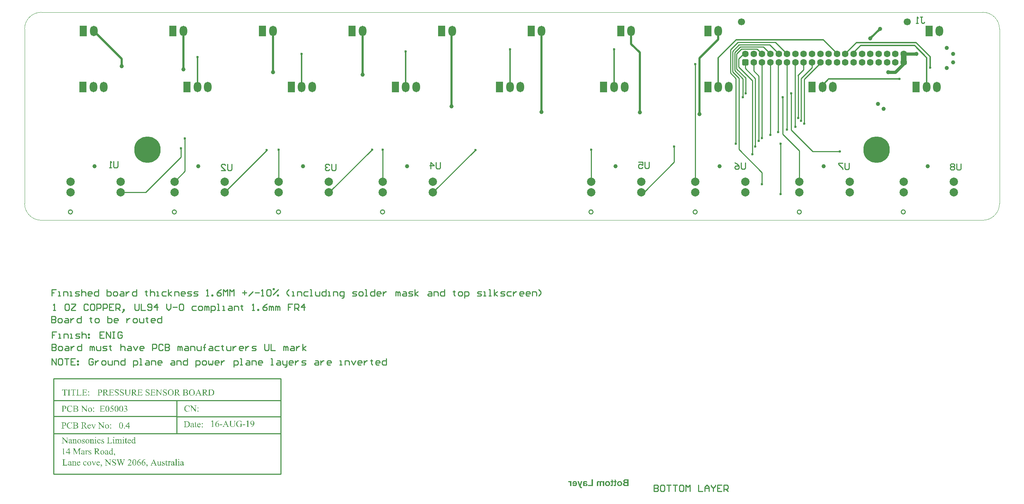
<source format=gbl>
G04 Layer_Physical_Order=4*
G04 Layer_Color=16711680*
%FSLAX42Y42*%
%MOMM*%
G71*
G01*
G75*
%ADD16C,0.51*%
%ADD17C,0.25*%
%ADD18C,0.38*%
%ADD20C,0.76*%
%ADD22C,0.10*%
%ADD23C,2.00*%
%ADD24O,1.80X2.50*%
%ADD25R,1.80X2.50*%
%ADD26C,1.70*%
%ADD27C,1.60*%
G04:AMPARAMS|DCode=28|XSize=1.6mm|YSize=1.6mm|CornerRadius=0.4mm|HoleSize=0mm|Usage=FLASHONLY|Rotation=180.000|XOffset=0mm|YOffset=0mm|HoleType=Round|Shape=RoundedRectangle|*
%AMROUNDEDRECTD28*
21,1,1.60,0.80,0,0,180.0*
21,1,0.80,1.60,0,0,180.0*
1,1,0.80,-0.40,0.40*
1,1,0.80,0.40,0.40*
1,1,0.80,0.40,-0.40*
1,1,0.80,-0.40,-0.40*
%
%ADD28ROUNDEDRECTD28*%
%ADD30C,0.60*%
%ADD31C,1.00*%
%ADD38R,1.40X2.00*%
%ADD39C,6.35*%
G36*
X3408Y-9114D02*
X3403D01*
Y-9114D01*
Y-9113D01*
X3403Y-9113D01*
X3403Y-9111D01*
X3403Y-9109D01*
X3402Y-9106D01*
X3401Y-9102D01*
X3400Y-9098D01*
X3398Y-9094D01*
X3396Y-9091D01*
X3396Y-9090D01*
X3396Y-9089D01*
X3394Y-9088D01*
X3393Y-9086D01*
X3391Y-9084D01*
X3388Y-9082D01*
X3386Y-9079D01*
X3382Y-9077D01*
X3382Y-9077D01*
X3381Y-9076D01*
X3379Y-9076D01*
X3376Y-9075D01*
X3373Y-9074D01*
X3370Y-9073D01*
X3367Y-9072D01*
X3363Y-9072D01*
X3361D01*
X3359Y-9073D01*
X3356Y-9073D01*
X3354Y-9074D01*
X3350Y-9075D01*
X3347Y-9077D01*
X3345Y-9079D01*
X3344Y-9079D01*
X3343Y-9080D01*
X3342Y-9082D01*
X3341Y-9084D01*
X3340Y-9086D01*
X3338Y-9089D01*
X3338Y-9092D01*
X3337Y-9095D01*
Y-9095D01*
Y-9096D01*
X3338Y-9097D01*
X3338Y-9099D01*
X3338Y-9101D01*
X3339Y-9103D01*
X3340Y-9105D01*
X3342Y-9107D01*
X3342Y-9107D01*
X3343Y-9108D01*
X3343Y-9108D01*
X3344Y-9109D01*
X3345Y-9110D01*
X3347Y-9111D01*
X3348Y-9113D01*
X3350Y-9114D01*
X3353Y-9116D01*
X3355Y-9117D01*
X3358Y-9119D01*
X3361Y-9121D01*
X3365Y-9124D01*
X3369Y-9126D01*
X3374Y-9128D01*
X3374Y-9129D01*
X3375Y-9129D01*
X3376Y-9129D01*
X3377Y-9130D01*
X3379Y-9131D01*
X3380Y-9132D01*
X3385Y-9135D01*
X3389Y-9137D01*
X3394Y-9140D01*
X3398Y-9143D01*
X3400Y-9144D01*
X3401Y-9145D01*
X3402Y-9145D01*
X3403Y-9146D01*
X3404Y-9148D01*
X3406Y-9149D01*
X3408Y-9151D01*
X3410Y-9154D01*
X3412Y-9156D01*
X3413Y-9159D01*
X3413Y-9159D01*
X3414Y-9160D01*
X3415Y-9162D01*
X3415Y-9164D01*
X3416Y-9166D01*
X3417Y-9169D01*
X3417Y-9173D01*
X3417Y-9176D01*
Y-9176D01*
Y-9176D01*
Y-9177D01*
X3417Y-9178D01*
X3417Y-9180D01*
X3417Y-9182D01*
X3416Y-9185D01*
X3414Y-9190D01*
X3413Y-9192D01*
X3412Y-9195D01*
X3410Y-9197D01*
X3409Y-9199D01*
X3407Y-9202D01*
X3404Y-9204D01*
X3404Y-9204D01*
X3404Y-9205D01*
X3403Y-9205D01*
X3402Y-9206D01*
X3401Y-9207D01*
X3399Y-9208D01*
X3397Y-9209D01*
X3395Y-9210D01*
X3393Y-9211D01*
X3391Y-9212D01*
X3385Y-9214D01*
X3378Y-9216D01*
X3375Y-9216D01*
X3371Y-9216D01*
X3369D01*
X3367Y-9216D01*
X3366D01*
X3363Y-9216D01*
X3359Y-9215D01*
X3359D01*
X3359Y-9215D01*
X3358D01*
X3356Y-9214D01*
X3354Y-9214D01*
X3352Y-9213D01*
X3349Y-9212D01*
X3345Y-9211D01*
X3345Y-9211D01*
X3344Y-9211D01*
X3342Y-9210D01*
X3340Y-9209D01*
X3338Y-9209D01*
X3335Y-9208D01*
X3334Y-9208D01*
X3332Y-9208D01*
X3332D01*
X3331Y-9208D01*
X3329Y-9208D01*
X3328Y-9210D01*
X3328Y-9210D01*
X3328Y-9210D01*
X3327Y-9211D01*
X3327Y-9212D01*
X3326Y-9213D01*
X3326Y-9214D01*
X3326Y-9216D01*
X3322D01*
Y-9166D01*
X3326D01*
Y-9166D01*
X3326Y-9167D01*
Y-9168D01*
X3326Y-9169D01*
X3326Y-9170D01*
X3327Y-9172D01*
X3328Y-9175D01*
X3329Y-9179D01*
X3330Y-9183D01*
X3332Y-9187D01*
X3333Y-9190D01*
X3333Y-9190D01*
X3334Y-9191D01*
X3335Y-9193D01*
X3337Y-9194D01*
X3339Y-9197D01*
X3341Y-9199D01*
X3344Y-9201D01*
X3348Y-9203D01*
X3348D01*
X3348Y-9203D01*
X3349Y-9204D01*
X3351Y-9204D01*
X3354Y-9205D01*
X3357Y-9206D01*
X3361Y-9207D01*
X3365Y-9208D01*
X3369Y-9208D01*
X3370D01*
X3371Y-9208D01*
X3374Y-9207D01*
X3377Y-9207D01*
X3380Y-9206D01*
X3384Y-9205D01*
X3387Y-9203D01*
X3390Y-9201D01*
X3391Y-9201D01*
X3391Y-9199D01*
X3393Y-9198D01*
X3394Y-9196D01*
X3396Y-9194D01*
X3397Y-9191D01*
X3398Y-9187D01*
X3398Y-9184D01*
Y-9184D01*
Y-9183D01*
X3398Y-9182D01*
X3398Y-9180D01*
X3397Y-9179D01*
X3397Y-9177D01*
X3396Y-9175D01*
X3395Y-9173D01*
X3395Y-9173D01*
X3394Y-9172D01*
X3394Y-9171D01*
X3393Y-9170D01*
X3391Y-9168D01*
X3390Y-9166D01*
X3388Y-9165D01*
X3386Y-9163D01*
X3386Y-9163D01*
X3385Y-9162D01*
X3384Y-9161D01*
X3381Y-9160D01*
X3380Y-9159D01*
X3378Y-9158D01*
X3376Y-9157D01*
X3374Y-9156D01*
X3372Y-9154D01*
X3369Y-9153D01*
X3366Y-9151D01*
X3363Y-9149D01*
X3363Y-9149D01*
X3362Y-9149D01*
X3361Y-9148D01*
X3360Y-9147D01*
X3358Y-9146D01*
X3356Y-9145D01*
X3352Y-9143D01*
X3348Y-9141D01*
X3344Y-9138D01*
X3340Y-9135D01*
X3338Y-9134D01*
X3336Y-9132D01*
X3336Y-9132D01*
X3335Y-9131D01*
X3333Y-9130D01*
X3332Y-9128D01*
X3330Y-9126D01*
X3328Y-9124D01*
X3326Y-9121D01*
X3324Y-9119D01*
X3324Y-9118D01*
X3324Y-9117D01*
X3323Y-9116D01*
X3322Y-9114D01*
X3321Y-9111D01*
X3321Y-9108D01*
X3320Y-9106D01*
X3320Y-9102D01*
Y-9102D01*
Y-9101D01*
Y-9101D01*
X3320Y-9099D01*
X3321Y-9098D01*
X3321Y-9096D01*
X3322Y-9093D01*
X3323Y-9089D01*
X3325Y-9084D01*
X3326Y-9082D01*
X3328Y-9079D01*
X3330Y-9077D01*
X3332Y-9075D01*
X3332Y-9075D01*
X3333Y-9075D01*
X3333Y-9074D01*
X3334Y-9073D01*
X3335Y-9072D01*
X3337Y-9071D01*
X3339Y-9070D01*
X3340Y-9069D01*
X3345Y-9067D01*
X3350Y-9065D01*
X3356Y-9064D01*
X3359Y-9064D01*
X3363Y-9064D01*
X3365D01*
X3367Y-9064D01*
X3370Y-9064D01*
X3374Y-9065D01*
X3378Y-9066D01*
X3383Y-9067D01*
X3387Y-9069D01*
X3388D01*
X3388Y-9070D01*
X3389Y-9070D01*
X3391Y-9071D01*
X3394Y-9071D01*
X3395Y-9072D01*
X3396Y-9072D01*
X3396D01*
X3398Y-9072D01*
X3399Y-9071D01*
X3401Y-9070D01*
X3401Y-9070D01*
X3401Y-9070D01*
X3402Y-9069D01*
X3402Y-9068D01*
X3403Y-9067D01*
X3403Y-9065D01*
X3403Y-9064D01*
X3408D01*
Y-9114D01*
D02*
G37*
G36*
X2992D02*
X2988D01*
Y-9114D01*
Y-9113D01*
X2987Y-9113D01*
X2987Y-9111D01*
X2987Y-9109D01*
X2986Y-9106D01*
X2985Y-9102D01*
X2984Y-9098D01*
X2982Y-9094D01*
X2981Y-9091D01*
X2980Y-9090D01*
X2980Y-9089D01*
X2978Y-9088D01*
X2977Y-9086D01*
X2975Y-9084D01*
X2972Y-9082D01*
X2970Y-9079D01*
X2966Y-9077D01*
X2966Y-9077D01*
X2965Y-9076D01*
X2963Y-9076D01*
X2960Y-9075D01*
X2957Y-9074D01*
X2954Y-9073D01*
X2951Y-9072D01*
X2947Y-9072D01*
X2945D01*
X2943Y-9073D01*
X2941Y-9073D01*
X2938Y-9074D01*
X2934Y-9075D01*
X2932Y-9077D01*
X2929Y-9079D01*
X2928Y-9079D01*
X2927Y-9080D01*
X2926Y-9082D01*
X2925Y-9084D01*
X2924Y-9086D01*
X2922Y-9089D01*
X2922Y-9092D01*
X2921Y-9095D01*
Y-9095D01*
Y-9096D01*
X2922Y-9097D01*
X2922Y-9099D01*
X2922Y-9101D01*
X2923Y-9103D01*
X2924Y-9105D01*
X2926Y-9107D01*
X2926Y-9107D01*
X2927Y-9108D01*
X2927Y-9108D01*
X2928Y-9109D01*
X2929Y-9110D01*
X2931Y-9111D01*
X2932Y-9113D01*
X2934Y-9114D01*
X2937Y-9116D01*
X2939Y-9117D01*
X2942Y-9119D01*
X2946Y-9121D01*
X2949Y-9124D01*
X2953Y-9126D01*
X2958Y-9128D01*
X2958Y-9129D01*
X2959Y-9129D01*
X2960Y-9129D01*
X2961Y-9130D01*
X2963Y-9131D01*
X2964Y-9132D01*
X2969Y-9135D01*
X2974Y-9137D01*
X2978Y-9140D01*
X2982Y-9143D01*
X2984Y-9144D01*
X2985Y-9145D01*
X2986Y-9145D01*
X2987Y-9146D01*
X2988Y-9148D01*
X2990Y-9149D01*
X2992Y-9151D01*
X2994Y-9154D01*
X2996Y-9156D01*
X2997Y-9159D01*
X2997Y-9159D01*
X2998Y-9160D01*
X2999Y-9162D01*
X2999Y-9164D01*
X3000Y-9166D01*
X3001Y-9169D01*
X3001Y-9173D01*
X3001Y-9176D01*
Y-9176D01*
Y-9176D01*
Y-9177D01*
X3001Y-9178D01*
X3001Y-9180D01*
X3001Y-9182D01*
X3000Y-9185D01*
X2998Y-9190D01*
X2997Y-9192D01*
X2996Y-9195D01*
X2994Y-9197D01*
X2993Y-9199D01*
X2991Y-9202D01*
X2988Y-9204D01*
X2988Y-9204D01*
X2988Y-9205D01*
X2987Y-9205D01*
X2986Y-9206D01*
X2985Y-9207D01*
X2983Y-9208D01*
X2981Y-9209D01*
X2979Y-9210D01*
X2977Y-9211D01*
X2975Y-9212D01*
X2969Y-9214D01*
X2962Y-9216D01*
X2959Y-9216D01*
X2955Y-9216D01*
X2953D01*
X2951Y-9216D01*
X2950D01*
X2948Y-9216D01*
X2943Y-9215D01*
X2943D01*
X2943Y-9215D01*
X2942D01*
X2940Y-9214D01*
X2939Y-9214D01*
X2936Y-9213D01*
X2933Y-9212D01*
X2929Y-9211D01*
X2929Y-9211D01*
X2928Y-9211D01*
X2926Y-9210D01*
X2924Y-9209D01*
X2922Y-9209D01*
X2920Y-9208D01*
X2918Y-9208D01*
X2916Y-9208D01*
X2916D01*
X2915Y-9208D01*
X2913Y-9208D01*
X2912Y-9210D01*
X2912Y-9210D01*
X2912Y-9210D01*
X2911Y-9211D01*
X2911Y-9212D01*
X2911Y-9213D01*
X2910Y-9214D01*
X2910Y-9216D01*
X2906D01*
Y-9166D01*
X2910D01*
Y-9166D01*
X2910Y-9167D01*
Y-9168D01*
X2910Y-9169D01*
X2911Y-9170D01*
X2911Y-9172D01*
X2912Y-9175D01*
X2913Y-9179D01*
X2914Y-9183D01*
X2916Y-9187D01*
X2917Y-9190D01*
X2918Y-9190D01*
X2918Y-9191D01*
X2919Y-9193D01*
X2921Y-9194D01*
X2923Y-9197D01*
X2925Y-9199D01*
X2928Y-9201D01*
X2932Y-9203D01*
X2932D01*
X2932Y-9203D01*
X2934Y-9204D01*
X2935Y-9204D01*
X2938Y-9205D01*
X2941Y-9206D01*
X2945Y-9207D01*
X2949Y-9208D01*
X2953Y-9208D01*
X2954D01*
X2955Y-9208D01*
X2958Y-9207D01*
X2961Y-9207D01*
X2964Y-9206D01*
X2968Y-9205D01*
X2971Y-9203D01*
X2974Y-9201D01*
X2975Y-9201D01*
X2976Y-9199D01*
X2977Y-9198D01*
X2978Y-9196D01*
X2980Y-9194D01*
X2981Y-9191D01*
X2982Y-9187D01*
X2982Y-9184D01*
Y-9184D01*
Y-9183D01*
X2982Y-9182D01*
X2982Y-9180D01*
X2981Y-9179D01*
X2981Y-9177D01*
X2980Y-9175D01*
X2979Y-9173D01*
X2979Y-9173D01*
X2978Y-9172D01*
X2978Y-9171D01*
X2977Y-9170D01*
X2976Y-9168D01*
X2974Y-9166D01*
X2972Y-9165D01*
X2970Y-9163D01*
X2970Y-9163D01*
X2969Y-9162D01*
X2968Y-9161D01*
X2965Y-9160D01*
X2964Y-9159D01*
X2962Y-9158D01*
X2960Y-9157D01*
X2958Y-9156D01*
X2956Y-9154D01*
X2953Y-9153D01*
X2950Y-9151D01*
X2947Y-9149D01*
X2947Y-9149D01*
X2946Y-9149D01*
X2945Y-9148D01*
X2944Y-9147D01*
X2942Y-9146D01*
X2941Y-9145D01*
X2936Y-9143D01*
X2932Y-9141D01*
X2928Y-9138D01*
X2924Y-9135D01*
X2922Y-9134D01*
X2920Y-9132D01*
X2920Y-9132D01*
X2919Y-9131D01*
X2918Y-9130D01*
X2916Y-9128D01*
X2914Y-9126D01*
X2912Y-9124D01*
X2910Y-9121D01*
X2908Y-9119D01*
X2908Y-9118D01*
X2908Y-9117D01*
X2907Y-9116D01*
X2906Y-9114D01*
X2906Y-9111D01*
X2905Y-9108D01*
X2904Y-9106D01*
X2904Y-9102D01*
Y-9102D01*
Y-9101D01*
Y-9101D01*
X2904Y-9099D01*
X2905Y-9098D01*
X2905Y-9096D01*
X2906Y-9093D01*
X2907Y-9089D01*
X2909Y-9084D01*
X2911Y-9082D01*
X2912Y-9079D01*
X2914Y-9077D01*
X2916Y-9075D01*
X2916Y-9075D01*
X2917Y-9075D01*
X2917Y-9074D01*
X2918Y-9073D01*
X2920Y-9072D01*
X2921Y-9071D01*
X2923Y-9070D01*
X2925Y-9069D01*
X2929Y-9067D01*
X2934Y-9065D01*
X2940Y-9064D01*
X2943Y-9064D01*
X2947Y-9064D01*
X2949D01*
X2951Y-9064D01*
X2954Y-9064D01*
X2958Y-9065D01*
X2962Y-9066D01*
X2967Y-9067D01*
X2971Y-9069D01*
X2972D01*
X2972Y-9070D01*
X2974Y-9070D01*
X2975Y-9071D01*
X2978Y-9071D01*
X2979Y-9072D01*
X2980Y-9072D01*
X2981D01*
X2982Y-9072D01*
X2983Y-9071D01*
X2985Y-9070D01*
X2985Y-9070D01*
X2985Y-9070D01*
X2986Y-9069D01*
X2986Y-9068D01*
X2987Y-9067D01*
X2987Y-9065D01*
X2988Y-9064D01*
X2992D01*
Y-9114D01*
D02*
G37*
G36*
X2374D02*
X2370D01*
Y-9114D01*
Y-9113D01*
X2369Y-9113D01*
X2369Y-9111D01*
X2369Y-9109D01*
X2368Y-9106D01*
X2367Y-9102D01*
X2366Y-9098D01*
X2365Y-9094D01*
X2363Y-9091D01*
X2362Y-9090D01*
X2362Y-9089D01*
X2361Y-9088D01*
X2359Y-9086D01*
X2357Y-9084D01*
X2355Y-9082D01*
X2352Y-9079D01*
X2348Y-9077D01*
X2348Y-9077D01*
X2347Y-9076D01*
X2345Y-9076D01*
X2343Y-9075D01*
X2340Y-9074D01*
X2337Y-9073D01*
X2333Y-9072D01*
X2329Y-9072D01*
X2327D01*
X2325Y-9073D01*
X2323Y-9073D01*
X2320Y-9074D01*
X2317Y-9075D01*
X2314Y-9077D01*
X2311Y-9079D01*
X2311Y-9079D01*
X2310Y-9080D01*
X2309Y-9082D01*
X2307Y-9084D01*
X2306Y-9086D01*
X2305Y-9089D01*
X2304Y-9092D01*
X2304Y-9095D01*
Y-9095D01*
Y-9096D01*
X2304Y-9097D01*
X2304Y-9099D01*
X2305Y-9101D01*
X2305Y-9103D01*
X2306Y-9105D01*
X2308Y-9107D01*
X2309Y-9107D01*
X2309Y-9108D01*
X2309Y-9108D01*
X2310Y-9109D01*
X2311Y-9110D01*
X2313Y-9111D01*
X2315Y-9113D01*
X2317Y-9114D01*
X2319Y-9116D01*
X2321Y-9117D01*
X2324Y-9119D01*
X2328Y-9121D01*
X2331Y-9124D01*
X2335Y-9126D01*
X2340Y-9128D01*
X2340Y-9129D01*
X2341Y-9129D01*
X2342Y-9129D01*
X2343Y-9130D01*
X2345Y-9131D01*
X2347Y-9132D01*
X2351Y-9135D01*
X2356Y-9137D01*
X2360Y-9140D01*
X2364Y-9143D01*
X2366Y-9144D01*
X2368Y-9145D01*
X2368Y-9145D01*
X2369Y-9146D01*
X2370Y-9148D01*
X2372Y-9149D01*
X2374Y-9151D01*
X2376Y-9154D01*
X2378Y-9156D01*
X2379Y-9159D01*
X2380Y-9159D01*
X2380Y-9160D01*
X2381Y-9162D01*
X2381Y-9164D01*
X2382Y-9166D01*
X2383Y-9169D01*
X2383Y-9173D01*
X2383Y-9176D01*
Y-9176D01*
Y-9176D01*
Y-9177D01*
X2383Y-9178D01*
X2383Y-9180D01*
X2383Y-9182D01*
X2382Y-9185D01*
X2380Y-9190D01*
X2379Y-9192D01*
X2378Y-9195D01*
X2376Y-9197D01*
X2375Y-9199D01*
X2373Y-9202D01*
X2371Y-9204D01*
X2370Y-9204D01*
X2370Y-9205D01*
X2369Y-9205D01*
X2368Y-9206D01*
X2367Y-9207D01*
X2365Y-9208D01*
X2364Y-9209D01*
X2362Y-9210D01*
X2359Y-9211D01*
X2357Y-9212D01*
X2351Y-9214D01*
X2345Y-9216D01*
X2341Y-9216D01*
X2337Y-9216D01*
X2335D01*
X2334Y-9216D01*
X2332D01*
X2330Y-9216D01*
X2325Y-9215D01*
X2325D01*
X2325Y-9215D01*
X2324D01*
X2323Y-9214D01*
X2321Y-9214D01*
X2318Y-9213D01*
X2315Y-9212D01*
X2312Y-9211D01*
X2311Y-9211D01*
X2310Y-9211D01*
X2308Y-9210D01*
X2306Y-9209D01*
X2304Y-9209D01*
X2302Y-9208D01*
X2300Y-9208D01*
X2299Y-9208D01*
X2298D01*
X2297Y-9208D01*
X2296Y-9208D01*
X2294Y-9210D01*
X2294Y-9210D01*
X2294Y-9210D01*
X2293Y-9211D01*
X2293Y-9212D01*
X2293Y-9213D01*
X2292Y-9214D01*
X2292Y-9216D01*
X2288D01*
Y-9166D01*
X2292D01*
Y-9166D01*
X2292Y-9167D01*
Y-9168D01*
X2292Y-9169D01*
X2293Y-9170D01*
X2293Y-9172D01*
X2294Y-9175D01*
X2295Y-9179D01*
X2296Y-9183D01*
X2298Y-9187D01*
X2299Y-9190D01*
X2300Y-9190D01*
X2300Y-9191D01*
X2302Y-9193D01*
X2303Y-9194D01*
X2305Y-9197D01*
X2308Y-9199D01*
X2311Y-9201D01*
X2314Y-9203D01*
X2314D01*
X2314Y-9203D01*
X2316Y-9204D01*
X2318Y-9204D01*
X2320Y-9205D01*
X2323Y-9206D01*
X2327Y-9207D01*
X2331Y-9208D01*
X2335Y-9208D01*
X2337D01*
X2337Y-9208D01*
X2340Y-9207D01*
X2343Y-9207D01*
X2346Y-9206D01*
X2350Y-9205D01*
X2353Y-9203D01*
X2356Y-9201D01*
X2357Y-9201D01*
X2358Y-9199D01*
X2359Y-9198D01*
X2360Y-9196D01*
X2362Y-9194D01*
X2363Y-9191D01*
X2364Y-9187D01*
X2364Y-9184D01*
Y-9184D01*
Y-9183D01*
X2364Y-9182D01*
X2364Y-9180D01*
X2364Y-9179D01*
X2363Y-9177D01*
X2362Y-9175D01*
X2361Y-9173D01*
X2361Y-9173D01*
X2361Y-9172D01*
X2360Y-9171D01*
X2359Y-9170D01*
X2358Y-9168D01*
X2356Y-9166D01*
X2354Y-9165D01*
X2352Y-9163D01*
X2352Y-9163D01*
X2351Y-9162D01*
X2350Y-9161D01*
X2348Y-9160D01*
X2346Y-9159D01*
X2345Y-9158D01*
X2343Y-9157D01*
X2341Y-9156D01*
X2338Y-9154D01*
X2335Y-9153D01*
X2332Y-9151D01*
X2329Y-9149D01*
X2329Y-9149D01*
X2328Y-9149D01*
X2327Y-9148D01*
X2326Y-9147D01*
X2325Y-9146D01*
X2323Y-9145D01*
X2319Y-9143D01*
X2314Y-9141D01*
X2310Y-9138D01*
X2306Y-9135D01*
X2304Y-9134D01*
X2302Y-9132D01*
X2302Y-9132D01*
X2301Y-9131D01*
X2300Y-9130D01*
X2298Y-9128D01*
X2296Y-9126D01*
X2294Y-9124D01*
X2292Y-9121D01*
X2290Y-9119D01*
X2290Y-9118D01*
X2290Y-9117D01*
X2289Y-9116D01*
X2288Y-9114D01*
X2288Y-9111D01*
X2287Y-9108D01*
X2287Y-9106D01*
X2286Y-9102D01*
Y-9102D01*
Y-9101D01*
Y-9101D01*
X2287Y-9099D01*
X2287Y-9098D01*
X2287Y-9096D01*
X2288Y-9093D01*
X2289Y-9089D01*
X2291Y-9084D01*
X2293Y-9082D01*
X2295Y-9079D01*
X2296Y-9077D01*
X2298Y-9075D01*
X2299Y-9075D01*
X2299Y-9075D01*
X2299Y-9074D01*
X2301Y-9073D01*
X2302Y-9072D01*
X2303Y-9071D01*
X2305Y-9070D01*
X2307Y-9069D01*
X2311Y-9067D01*
X2316Y-9065D01*
X2322Y-9064D01*
X2326Y-9064D01*
X2329Y-9064D01*
X2331D01*
X2333Y-9064D01*
X2337Y-9064D01*
X2340Y-9065D01*
X2344Y-9066D01*
X2349Y-9067D01*
X2354Y-9069D01*
X2354D01*
X2355Y-9070D01*
X2356Y-9070D01*
X2357Y-9071D01*
X2360Y-9071D01*
X2361Y-9072D01*
X2362Y-9072D01*
X2363D01*
X2364Y-9072D01*
X2365Y-9071D01*
X2367Y-9070D01*
X2367Y-9070D01*
X2367Y-9070D01*
X2368Y-9069D01*
X2368Y-9068D01*
X2369Y-9067D01*
X2369Y-9065D01*
X2370Y-9064D01*
X2374D01*
Y-9114D01*
D02*
G37*
G36*
X2251D02*
X2247D01*
Y-9114D01*
Y-9113D01*
X2247Y-9113D01*
X2247Y-9111D01*
X2246Y-9109D01*
X2246Y-9106D01*
X2245Y-9102D01*
X2243Y-9098D01*
X2242Y-9094D01*
X2240Y-9091D01*
X2240Y-9090D01*
X2239Y-9089D01*
X2238Y-9088D01*
X2237Y-9086D01*
X2235Y-9084D01*
X2232Y-9082D01*
X2229Y-9079D01*
X2226Y-9077D01*
X2226Y-9077D01*
X2225Y-9076D01*
X2223Y-9076D01*
X2220Y-9075D01*
X2217Y-9074D01*
X2214Y-9073D01*
X2211Y-9072D01*
X2207Y-9072D01*
X2205D01*
X2203Y-9073D01*
X2200Y-9073D01*
X2197Y-9074D01*
X2194Y-9075D01*
X2191Y-9077D01*
X2188Y-9079D01*
X2188Y-9079D01*
X2187Y-9080D01*
X2186Y-9082D01*
X2185Y-9084D01*
X2183Y-9086D01*
X2182Y-9089D01*
X2181Y-9092D01*
X2181Y-9095D01*
Y-9095D01*
Y-9096D01*
X2181Y-9097D01*
X2182Y-9099D01*
X2182Y-9101D01*
X2183Y-9103D01*
X2184Y-9105D01*
X2186Y-9107D01*
X2186Y-9107D01*
X2187Y-9108D01*
X2187Y-9108D01*
X2188Y-9109D01*
X2189Y-9110D01*
X2191Y-9111D01*
X2192Y-9113D01*
X2194Y-9114D01*
X2197Y-9116D01*
X2199Y-9117D01*
X2202Y-9119D01*
X2205Y-9121D01*
X2209Y-9124D01*
X2213Y-9126D01*
X2218Y-9128D01*
X2218Y-9129D01*
X2218Y-9129D01*
X2220Y-9129D01*
X2221Y-9130D01*
X2222Y-9131D01*
X2224Y-9132D01*
X2229Y-9135D01*
X2233Y-9137D01*
X2238Y-9140D01*
X2242Y-9143D01*
X2244Y-9144D01*
X2245Y-9145D01*
X2246Y-9145D01*
X2247Y-9146D01*
X2248Y-9148D01*
X2250Y-9149D01*
X2252Y-9151D01*
X2253Y-9154D01*
X2255Y-9156D01*
X2257Y-9159D01*
X2257Y-9159D01*
X2258Y-9160D01*
X2258Y-9162D01*
X2259Y-9164D01*
X2260Y-9166D01*
X2260Y-9169D01*
X2261Y-9173D01*
X2261Y-9176D01*
Y-9176D01*
Y-9176D01*
Y-9177D01*
X2261Y-9178D01*
X2261Y-9180D01*
X2260Y-9182D01*
X2260Y-9185D01*
X2258Y-9190D01*
X2257Y-9192D01*
X2256Y-9195D01*
X2254Y-9197D01*
X2253Y-9199D01*
X2250Y-9202D01*
X2248Y-9204D01*
X2248Y-9204D01*
X2248Y-9205D01*
X2247Y-9205D01*
X2246Y-9206D01*
X2245Y-9207D01*
X2243Y-9208D01*
X2241Y-9209D01*
X2239Y-9210D01*
X2237Y-9211D01*
X2234Y-9212D01*
X2229Y-9214D01*
X2222Y-9216D01*
X2219Y-9216D01*
X2215Y-9216D01*
X2213D01*
X2211Y-9216D01*
X2209D01*
X2207Y-9216D01*
X2203Y-9215D01*
X2203D01*
X2202Y-9215D01*
X2201D01*
X2200Y-9214D01*
X2198Y-9214D01*
X2196Y-9213D01*
X2193Y-9212D01*
X2189Y-9211D01*
X2189Y-9211D01*
X2188Y-9211D01*
X2186Y-9210D01*
X2184Y-9209D01*
X2182Y-9209D01*
X2179Y-9208D01*
X2178Y-9208D01*
X2176Y-9208D01*
X2176D01*
X2175Y-9208D01*
X2173Y-9208D01*
X2172Y-9210D01*
X2172Y-9210D01*
X2171Y-9210D01*
X2171Y-9211D01*
X2171Y-9212D01*
X2170Y-9213D01*
X2170Y-9214D01*
X2170Y-9216D01*
X2166D01*
Y-9166D01*
X2170D01*
Y-9166D01*
X2170Y-9167D01*
Y-9168D01*
X2170Y-9169D01*
X2170Y-9170D01*
X2171Y-9172D01*
X2172Y-9175D01*
X2173Y-9179D01*
X2174Y-9183D01*
X2176Y-9187D01*
X2177Y-9190D01*
X2177Y-9190D01*
X2178Y-9191D01*
X2179Y-9193D01*
X2181Y-9194D01*
X2183Y-9197D01*
X2185Y-9199D01*
X2188Y-9201D01*
X2192Y-9203D01*
X2192D01*
X2192Y-9203D01*
X2193Y-9204D01*
X2195Y-9204D01*
X2198Y-9205D01*
X2201Y-9206D01*
X2205Y-9207D01*
X2208Y-9208D01*
X2213Y-9208D01*
X2214D01*
X2215Y-9208D01*
X2218Y-9207D01*
X2220Y-9207D01*
X2224Y-9206D01*
X2227Y-9205D01*
X2231Y-9203D01*
X2234Y-9201D01*
X2234Y-9201D01*
X2235Y-9199D01*
X2236Y-9198D01*
X2238Y-9196D01*
X2239Y-9194D01*
X2241Y-9191D01*
X2242Y-9187D01*
X2242Y-9184D01*
Y-9184D01*
Y-9183D01*
X2242Y-9182D01*
X2241Y-9180D01*
X2241Y-9179D01*
X2241Y-9177D01*
X2240Y-9175D01*
X2239Y-9173D01*
X2239Y-9173D01*
X2238Y-9172D01*
X2237Y-9171D01*
X2236Y-9170D01*
X2235Y-9168D01*
X2234Y-9166D01*
X2232Y-9165D01*
X2230Y-9163D01*
X2229Y-9163D01*
X2229Y-9162D01*
X2227Y-9161D01*
X2225Y-9160D01*
X2224Y-9159D01*
X2222Y-9158D01*
X2220Y-9157D01*
X2218Y-9156D01*
X2216Y-9154D01*
X2213Y-9153D01*
X2210Y-9151D01*
X2207Y-9149D01*
X2206Y-9149D01*
X2206Y-9149D01*
X2205Y-9148D01*
X2204Y-9147D01*
X2202Y-9146D01*
X2200Y-9145D01*
X2196Y-9143D01*
X2192Y-9141D01*
X2187Y-9138D01*
X2183Y-9135D01*
X2182Y-9134D01*
X2180Y-9132D01*
X2180Y-9132D01*
X2179Y-9131D01*
X2177Y-9130D01*
X2176Y-9128D01*
X2174Y-9126D01*
X2172Y-9124D01*
X2170Y-9121D01*
X2168Y-9119D01*
X2168Y-9118D01*
X2167Y-9117D01*
X2167Y-9116D01*
X2166Y-9114D01*
X2165Y-9111D01*
X2165Y-9108D01*
X2164Y-9106D01*
X2164Y-9102D01*
Y-9102D01*
Y-9101D01*
Y-9101D01*
X2164Y-9099D01*
X2164Y-9098D01*
X2165Y-9096D01*
X2166Y-9093D01*
X2167Y-9089D01*
X2169Y-9084D01*
X2170Y-9082D01*
X2172Y-9079D01*
X2174Y-9077D01*
X2176Y-9075D01*
X2176Y-9075D01*
X2176Y-9075D01*
X2177Y-9074D01*
X2178Y-9073D01*
X2179Y-9072D01*
X2181Y-9071D01*
X2183Y-9070D01*
X2184Y-9069D01*
X2189Y-9067D01*
X2194Y-9065D01*
X2200Y-9064D01*
X2203Y-9064D01*
X2207Y-9064D01*
X2209D01*
X2211Y-9064D01*
X2214Y-9064D01*
X2218Y-9065D01*
X2222Y-9066D01*
X2227Y-9067D01*
X2231Y-9069D01*
X2232D01*
X2232Y-9070D01*
X2233Y-9070D01*
X2235Y-9071D01*
X2237Y-9071D01*
X2239Y-9072D01*
X2240Y-9072D01*
X2240D01*
X2241Y-9072D01*
X2243Y-9071D01*
X2244Y-9070D01*
X2245Y-9070D01*
X2245Y-9070D01*
X2246Y-9069D01*
X2246Y-9068D01*
X2246Y-9067D01*
X2247Y-9065D01*
X2247Y-9064D01*
X2251D01*
Y-9114D01*
D02*
G37*
G36*
X3132Y-9099D02*
X3127D01*
Y-9099D01*
Y-9099D01*
X3127Y-9097D01*
X3126Y-9095D01*
X3126Y-9093D01*
X3125Y-9090D01*
X3124Y-9087D01*
X3123Y-9085D01*
X3122Y-9083D01*
X3122Y-9083D01*
X3122Y-9082D01*
X3121Y-9082D01*
X3120Y-9081D01*
X3119Y-9080D01*
X3118Y-9079D01*
X3116Y-9078D01*
X3114Y-9077D01*
X3114D01*
X3113Y-9076D01*
X3112Y-9076D01*
X3111Y-9076D01*
X3108Y-9075D01*
X3106Y-9075D01*
X3103Y-9075D01*
X3059D01*
Y-9132D01*
X3093D01*
X3095Y-9132D01*
X3098Y-9132D01*
X3101Y-9131D01*
X3103Y-9131D01*
X3106Y-9130D01*
X3108Y-9129D01*
X3108Y-9129D01*
X3109Y-9128D01*
X3109Y-9127D01*
X3111Y-9125D01*
X3112Y-9122D01*
X3113Y-9119D01*
X3114Y-9115D01*
X3114Y-9111D01*
X3118D01*
Y-9162D01*
X3114D01*
Y-9162D01*
Y-9162D01*
X3114Y-9160D01*
X3113Y-9158D01*
X3113Y-9156D01*
X3113Y-9154D01*
X3112Y-9152D01*
X3111Y-9150D01*
X3111Y-9148D01*
Y-9148D01*
X3110Y-9148D01*
X3109Y-9146D01*
X3109Y-9145D01*
X3107Y-9144D01*
X3106Y-9143D01*
X3104Y-9143D01*
X3104D01*
X3104Y-9142D01*
X3103Y-9142D01*
X3101Y-9141D01*
X3099Y-9141D01*
X3097Y-9141D01*
X3094Y-9140D01*
X3059D01*
Y-9189D01*
Y-9189D01*
Y-9190D01*
Y-9192D01*
Y-9194D01*
X3059Y-9196D01*
Y-9198D01*
X3059Y-9199D01*
X3060Y-9201D01*
X3060Y-9201D01*
X3060Y-9202D01*
X3061Y-9203D01*
X3062Y-9204D01*
X3063D01*
X3063Y-9204D01*
X3064Y-9204D01*
X3064D01*
X3065Y-9204D01*
X3067Y-9205D01*
X3069Y-9205D01*
X3100D01*
X3103Y-9205D01*
X3106Y-9204D01*
X3109Y-9204D01*
X3111Y-9204D01*
X3114Y-9203D01*
X3114D01*
X3115Y-9203D01*
X3116Y-9202D01*
X3117Y-9202D01*
X3119Y-9201D01*
X3121Y-9200D01*
X3123Y-9198D01*
X3125Y-9197D01*
X3125Y-9196D01*
X3126Y-9195D01*
X3127Y-9194D01*
X3129Y-9191D01*
X3131Y-9189D01*
X3133Y-9185D01*
X3136Y-9181D01*
X3138Y-9176D01*
X3143D01*
X3130Y-9213D01*
X3018D01*
Y-9209D01*
X3023D01*
X3024Y-9208D01*
X3026D01*
X3029Y-9208D01*
X3032Y-9206D01*
X3032D01*
X3033Y-9206D01*
X3034Y-9205D01*
X3036Y-9204D01*
X3037Y-9202D01*
X3037Y-9201D01*
Y-9201D01*
X3037Y-9201D01*
X3037Y-9200D01*
X3038Y-9198D01*
X3038Y-9196D01*
X3038Y-9194D01*
X3038Y-9191D01*
Y-9187D01*
Y-9092D01*
Y-9092D01*
Y-9092D01*
Y-9091D01*
Y-9090D01*
X3038Y-9088D01*
X3038Y-9085D01*
X3038Y-9082D01*
X3037Y-9079D01*
X3036Y-9077D01*
X3036Y-9076D01*
X3035Y-9075D01*
X3035Y-9075D01*
X3035Y-9075D01*
X3034Y-9074D01*
X3032Y-9073D01*
X3031Y-9072D01*
X3028Y-9072D01*
X3026Y-9071D01*
X3023Y-9071D01*
X3018D01*
Y-9067D01*
X3130D01*
X3132Y-9099D01*
D02*
G37*
G36*
X2820D02*
X2815D01*
Y-9099D01*
Y-9099D01*
X2815Y-9097D01*
X2814Y-9095D01*
X2814Y-9093D01*
X2813Y-9090D01*
X2812Y-9087D01*
X2811Y-9085D01*
X2810Y-9083D01*
X2810Y-9083D01*
X2810Y-9082D01*
X2809Y-9082D01*
X2808Y-9081D01*
X2807Y-9080D01*
X2806Y-9079D01*
X2804Y-9078D01*
X2802Y-9077D01*
X2802D01*
X2801Y-9076D01*
X2800Y-9076D01*
X2799Y-9076D01*
X2796Y-9075D01*
X2794Y-9075D01*
X2791Y-9075D01*
X2747D01*
Y-9132D01*
X2781D01*
X2783Y-9132D01*
X2786Y-9132D01*
X2789Y-9131D01*
X2791Y-9131D01*
X2794Y-9130D01*
X2796Y-9129D01*
X2796Y-9129D01*
X2796Y-9128D01*
X2797Y-9127D01*
X2799Y-9125D01*
X2800Y-9122D01*
X2801Y-9119D01*
X2801Y-9115D01*
X2802Y-9111D01*
X2806D01*
Y-9162D01*
X2802D01*
Y-9162D01*
Y-9162D01*
X2802Y-9160D01*
X2801Y-9158D01*
X2801Y-9156D01*
X2801Y-9154D01*
X2800Y-9152D01*
X2799Y-9150D01*
X2799Y-9148D01*
Y-9148D01*
X2798Y-9148D01*
X2797Y-9146D01*
X2796Y-9145D01*
X2795Y-9144D01*
X2794Y-9143D01*
X2792Y-9143D01*
X2792D01*
X2792Y-9142D01*
X2791Y-9142D01*
X2789Y-9141D01*
X2787Y-9141D01*
X2785Y-9141D01*
X2782Y-9140D01*
X2747D01*
Y-9189D01*
Y-9189D01*
Y-9190D01*
Y-9192D01*
Y-9194D01*
X2747Y-9196D01*
Y-9198D01*
X2747Y-9199D01*
X2747Y-9201D01*
X2748Y-9201D01*
X2748Y-9202D01*
X2749Y-9203D01*
X2750Y-9204D01*
X2751D01*
X2751Y-9204D01*
X2752Y-9204D01*
X2752D01*
X2753Y-9204D01*
X2755Y-9205D01*
X2757Y-9205D01*
X2788D01*
X2791Y-9205D01*
X2794Y-9204D01*
X2796Y-9204D01*
X2799Y-9204D01*
X2802Y-9203D01*
X2802D01*
X2803Y-9203D01*
X2804Y-9202D01*
X2805Y-9202D01*
X2807Y-9201D01*
X2809Y-9200D01*
X2810Y-9198D01*
X2813Y-9197D01*
X2813Y-9196D01*
X2814Y-9195D01*
X2815Y-9194D01*
X2817Y-9191D01*
X2819Y-9189D01*
X2821Y-9185D01*
X2824Y-9181D01*
X2826Y-9176D01*
X2831D01*
X2818Y-9213D01*
X2705D01*
Y-9209D01*
X2711D01*
X2712Y-9208D01*
X2714D01*
X2717Y-9208D01*
X2720Y-9206D01*
X2720D01*
X2721Y-9206D01*
X2722Y-9205D01*
X2724Y-9204D01*
X2724Y-9202D01*
X2725Y-9201D01*
Y-9201D01*
X2725Y-9201D01*
X2725Y-9200D01*
X2726Y-9198D01*
X2726Y-9196D01*
X2726Y-9194D01*
X2726Y-9191D01*
Y-9187D01*
Y-9092D01*
Y-9092D01*
Y-9092D01*
Y-9091D01*
Y-9090D01*
X2726Y-9088D01*
X2726Y-9085D01*
X2726Y-9082D01*
X2725Y-9079D01*
X2724Y-9077D01*
X2724Y-9076D01*
X2723Y-9075D01*
X2723Y-9075D01*
X2723Y-9075D01*
X2722Y-9074D01*
X2720Y-9073D01*
X2719Y-9072D01*
X2716Y-9072D01*
X2714Y-9071D01*
X2710Y-9071D01*
X2705D01*
Y-9067D01*
X2818D01*
X2820Y-9099D01*
D02*
G37*
G36*
X2134D02*
X2130D01*
Y-9099D01*
Y-9099D01*
X2130Y-9097D01*
X2129Y-9095D01*
X2129Y-9093D01*
X2128Y-9090D01*
X2127Y-9087D01*
X2126Y-9085D01*
X2125Y-9083D01*
X2125Y-9083D01*
X2124Y-9082D01*
X2124Y-9082D01*
X2123Y-9081D01*
X2122Y-9080D01*
X2120Y-9079D01*
X2119Y-9078D01*
X2117Y-9077D01*
X2117D01*
X2116Y-9076D01*
X2115Y-9076D01*
X2113Y-9076D01*
X2111Y-9075D01*
X2109Y-9075D01*
X2106Y-9075D01*
X2062D01*
Y-9132D01*
X2096D01*
X2098Y-9132D01*
X2101Y-9132D01*
X2103Y-9131D01*
X2106Y-9131D01*
X2109Y-9130D01*
X2110Y-9129D01*
X2111Y-9129D01*
X2111Y-9128D01*
X2112Y-9127D01*
X2113Y-9125D01*
X2115Y-9122D01*
X2115Y-9119D01*
X2116Y-9115D01*
X2117Y-9111D01*
X2121D01*
Y-9162D01*
X2117D01*
Y-9162D01*
Y-9162D01*
X2117Y-9160D01*
X2116Y-9158D01*
X2116Y-9156D01*
X2115Y-9154D01*
X2115Y-9152D01*
X2114Y-9150D01*
X2114Y-9148D01*
Y-9148D01*
X2113Y-9148D01*
X2112Y-9146D01*
X2111Y-9145D01*
X2110Y-9144D01*
X2109Y-9143D01*
X2107Y-9143D01*
X2107D01*
X2106Y-9142D01*
X2106Y-9142D01*
X2104Y-9141D01*
X2102Y-9141D01*
X2100Y-9141D01*
X2097Y-9140D01*
X2062D01*
Y-9189D01*
Y-9189D01*
Y-9190D01*
Y-9192D01*
Y-9194D01*
X2062Y-9196D01*
Y-9198D01*
X2062Y-9199D01*
X2062Y-9201D01*
X2063Y-9201D01*
X2063Y-9202D01*
X2064Y-9203D01*
X2065Y-9204D01*
X2066D01*
X2066Y-9204D01*
X2066Y-9204D01*
X2067D01*
X2068Y-9204D01*
X2070Y-9205D01*
X2072Y-9205D01*
X2103D01*
X2106Y-9205D01*
X2108Y-9204D01*
X2111Y-9204D01*
X2114Y-9204D01*
X2117Y-9203D01*
X2117D01*
X2117Y-9203D01*
X2119Y-9202D01*
X2120Y-9202D01*
X2122Y-9201D01*
X2124Y-9200D01*
X2125Y-9198D01*
X2127Y-9197D01*
X2128Y-9196D01*
X2129Y-9195D01*
X2130Y-9194D01*
X2132Y-9191D01*
X2134Y-9189D01*
X2136Y-9185D01*
X2138Y-9181D01*
X2141Y-9176D01*
X2145D01*
X2133Y-9213D01*
X2020D01*
Y-9209D01*
X2026D01*
X2027Y-9208D01*
X2029D01*
X2032Y-9208D01*
X2035Y-9206D01*
X2035D01*
X2036Y-9206D01*
X2037Y-9205D01*
X2039Y-9204D01*
X2039Y-9202D01*
X2040Y-9201D01*
Y-9201D01*
X2040Y-9201D01*
X2040Y-9200D01*
X2040Y-9198D01*
X2041Y-9196D01*
X2041Y-9194D01*
X2041Y-9191D01*
Y-9187D01*
Y-9092D01*
Y-9092D01*
Y-9092D01*
Y-9091D01*
Y-9090D01*
X2041Y-9088D01*
X2041Y-9085D01*
X2040Y-9082D01*
X2040Y-9079D01*
X2039Y-9077D01*
X2039Y-9076D01*
X2038Y-9075D01*
X2038Y-9075D01*
X2038Y-9075D01*
X2037Y-9074D01*
X2035Y-9073D01*
X2033Y-9072D01*
X2031Y-9072D01*
X2029Y-9071D01*
X2025Y-9071D01*
X2020D01*
Y-9067D01*
X2133D01*
X2134Y-9099D01*
D02*
G37*
G36*
X1491D02*
X1487D01*
Y-9099D01*
Y-9099D01*
X1486Y-9097D01*
X1486Y-9095D01*
X1485Y-9093D01*
X1485Y-9090D01*
X1484Y-9087D01*
X1483Y-9085D01*
X1482Y-9083D01*
X1481Y-9083D01*
X1481Y-9082D01*
X1480Y-9082D01*
X1480Y-9081D01*
X1478Y-9080D01*
X1477Y-9079D01*
X1475Y-9078D01*
X1473Y-9077D01*
X1473D01*
X1473Y-9076D01*
X1471Y-9076D01*
X1470Y-9076D01*
X1468Y-9075D01*
X1465Y-9075D01*
X1462Y-9075D01*
X1418D01*
Y-9132D01*
X1453D01*
X1455Y-9132D01*
X1457Y-9132D01*
X1460Y-9131D01*
X1463Y-9131D01*
X1465Y-9130D01*
X1467Y-9129D01*
X1467Y-9129D01*
X1468Y-9128D01*
X1469Y-9127D01*
X1470Y-9125D01*
X1471Y-9122D01*
X1472Y-9119D01*
X1473Y-9115D01*
X1473Y-9111D01*
X1478D01*
Y-9162D01*
X1473D01*
Y-9162D01*
Y-9162D01*
X1473Y-9160D01*
X1473Y-9158D01*
X1473Y-9156D01*
X1472Y-9154D01*
X1471Y-9152D01*
X1471Y-9150D01*
X1470Y-9148D01*
Y-9148D01*
X1470Y-9148D01*
X1469Y-9146D01*
X1468Y-9145D01*
X1467Y-9144D01*
X1466Y-9143D01*
X1464Y-9143D01*
X1464D01*
X1463Y-9142D01*
X1462Y-9142D01*
X1461Y-9141D01*
X1459Y-9141D01*
X1457Y-9141D01*
X1454Y-9140D01*
X1418D01*
Y-9189D01*
Y-9189D01*
Y-9190D01*
Y-9192D01*
Y-9194D01*
X1419Y-9196D01*
Y-9198D01*
X1419Y-9199D01*
X1419Y-9201D01*
X1419Y-9201D01*
X1420Y-9202D01*
X1421Y-9203D01*
X1422Y-9204D01*
X1422D01*
X1422Y-9204D01*
X1423Y-9204D01*
X1424D01*
X1425Y-9204D01*
X1427Y-9205D01*
X1428Y-9205D01*
X1459D01*
X1462Y-9205D01*
X1465Y-9204D01*
X1468Y-9204D01*
X1471Y-9204D01*
X1473Y-9203D01*
X1473D01*
X1474Y-9203D01*
X1475Y-9202D01*
X1477Y-9202D01*
X1478Y-9201D01*
X1480Y-9200D01*
X1482Y-9198D01*
X1484Y-9197D01*
X1484Y-9196D01*
X1485Y-9195D01*
X1487Y-9194D01*
X1488Y-9191D01*
X1490Y-9189D01*
X1493Y-9185D01*
X1495Y-9181D01*
X1498Y-9176D01*
X1502D01*
X1490Y-9213D01*
X1377D01*
Y-9209D01*
X1383D01*
X1384Y-9208D01*
X1385D01*
X1388Y-9208D01*
X1392Y-9206D01*
X1392D01*
X1392Y-9206D01*
X1394Y-9205D01*
X1395Y-9204D01*
X1396Y-9202D01*
X1396Y-9201D01*
Y-9201D01*
X1397Y-9201D01*
X1397Y-9200D01*
X1397Y-9198D01*
X1397Y-9196D01*
X1398Y-9194D01*
X1398Y-9191D01*
Y-9187D01*
Y-9092D01*
Y-9092D01*
Y-9092D01*
Y-9091D01*
Y-9090D01*
X1398Y-9088D01*
X1397Y-9085D01*
X1397Y-9082D01*
X1397Y-9079D01*
X1396Y-9077D01*
X1395Y-9076D01*
X1395Y-9075D01*
X1395Y-9075D01*
X1394Y-9075D01*
X1393Y-9074D01*
X1392Y-9073D01*
X1390Y-9072D01*
X1388Y-9072D01*
X1385Y-9071D01*
X1382Y-9071D01*
X1377D01*
Y-9067D01*
X1490D01*
X1491Y-9099D01*
D02*
G37*
G36*
X1232Y-9101D02*
X1228D01*
Y-9101D01*
X1228Y-9099D01*
X1228Y-9098D01*
X1227Y-9096D01*
X1226Y-9092D01*
X1226Y-9090D01*
X1225Y-9088D01*
X1225Y-9088D01*
X1224Y-9087D01*
X1224Y-9086D01*
X1222Y-9085D01*
X1221Y-9083D01*
X1220Y-9082D01*
X1218Y-9080D01*
X1216Y-9079D01*
X1216Y-9079D01*
X1215Y-9079D01*
X1214Y-9078D01*
X1212Y-9078D01*
X1210Y-9077D01*
X1207Y-9076D01*
X1205Y-9076D01*
X1201Y-9076D01*
X1181D01*
Y-9187D01*
Y-9188D01*
Y-9188D01*
Y-9189D01*
Y-9190D01*
X1181Y-9192D01*
X1182Y-9195D01*
X1182Y-9198D01*
X1182Y-9200D01*
X1183Y-9203D01*
X1183Y-9204D01*
X1184Y-9204D01*
X1184Y-9205D01*
X1184Y-9205D01*
X1186Y-9206D01*
X1187Y-9206D01*
X1189Y-9207D01*
X1191Y-9208D01*
X1193Y-9208D01*
X1196Y-9209D01*
X1202D01*
Y-9213D01*
X1140D01*
Y-9209D01*
X1147D01*
X1148Y-9208D01*
X1150Y-9208D01*
X1152Y-9207D01*
X1154Y-9206D01*
X1156Y-9205D01*
X1158Y-9203D01*
X1158Y-9203D01*
X1158Y-9203D01*
X1159Y-9201D01*
X1159Y-9200D01*
X1160Y-9198D01*
X1160Y-9195D01*
X1161Y-9192D01*
Y-9187D01*
Y-9076D01*
X1140D01*
X1137Y-9076D01*
X1133Y-9077D01*
X1130Y-9077D01*
X1128Y-9078D01*
X1128D01*
X1128Y-9078D01*
X1126Y-9078D01*
X1125Y-9079D01*
X1124Y-9080D01*
X1122Y-9082D01*
X1120Y-9083D01*
X1119Y-9085D01*
X1119Y-9086D01*
X1118Y-9087D01*
X1117Y-9088D01*
X1117Y-9089D01*
X1116Y-9092D01*
X1115Y-9094D01*
X1115Y-9098D01*
X1114Y-9101D01*
X1110D01*
X1112Y-9067D01*
X1231D01*
X1232Y-9101D01*
D02*
G37*
G36*
X1024D02*
X1020D01*
Y-9101D01*
X1020Y-9099D01*
X1020Y-9098D01*
X1019Y-9096D01*
X1018Y-9092D01*
X1018Y-9090D01*
X1017Y-9088D01*
X1017Y-9088D01*
X1016Y-9087D01*
X1016Y-9086D01*
X1014Y-9085D01*
X1013Y-9083D01*
X1012Y-9082D01*
X1010Y-9080D01*
X1008Y-9079D01*
X1008Y-9079D01*
X1007Y-9079D01*
X1006Y-9078D01*
X1004Y-9078D01*
X1002Y-9077D01*
X1000Y-9076D01*
X997Y-9076D01*
X993Y-9076D01*
X973D01*
Y-9187D01*
Y-9188D01*
Y-9188D01*
Y-9189D01*
Y-9190D01*
X973Y-9192D01*
X974Y-9195D01*
X974Y-9198D01*
X974Y-9200D01*
X975Y-9203D01*
X975Y-9204D01*
X976Y-9204D01*
X976Y-9205D01*
X976Y-9205D01*
X978Y-9206D01*
X979Y-9206D01*
X981Y-9207D01*
X983Y-9208D01*
X986Y-9208D01*
X988Y-9209D01*
X994D01*
Y-9213D01*
X932D01*
Y-9209D01*
X939D01*
X940Y-9208D01*
X942Y-9208D01*
X944Y-9207D01*
X946Y-9206D01*
X948Y-9205D01*
X950Y-9203D01*
X950Y-9203D01*
X951Y-9203D01*
X951Y-9201D01*
X951Y-9200D01*
X952Y-9198D01*
X952Y-9195D01*
X953Y-9192D01*
Y-9187D01*
Y-9076D01*
X932D01*
X929Y-9076D01*
X925Y-9077D01*
X922Y-9077D01*
X920Y-9078D01*
X920D01*
X920Y-9078D01*
X918Y-9078D01*
X917Y-9079D01*
X916Y-9080D01*
X914Y-9082D01*
X912Y-9083D01*
X911Y-9085D01*
X911Y-9086D01*
X910Y-9087D01*
X909Y-9088D01*
X909Y-9089D01*
X908Y-9092D01*
X907Y-9094D01*
X907Y-9098D01*
X906Y-9101D01*
X902D01*
X904Y-9067D01*
X1023D01*
X1024Y-9101D01*
D02*
G37*
G36*
X1540Y-9112D02*
X1541Y-9112D01*
X1542Y-9112D01*
X1544Y-9113D01*
X1545Y-9114D01*
X1547Y-9115D01*
X1547Y-9115D01*
X1547Y-9116D01*
X1548Y-9116D01*
X1548Y-9117D01*
X1550Y-9120D01*
X1550Y-9122D01*
X1550Y-9123D01*
Y-9124D01*
Y-9124D01*
X1550Y-9125D01*
X1550Y-9126D01*
X1549Y-9128D01*
X1549Y-9129D01*
X1548Y-9131D01*
X1547Y-9132D01*
X1546Y-9132D01*
X1546Y-9132D01*
X1545Y-9133D01*
X1544Y-9134D01*
X1542Y-9135D01*
X1540Y-9135D01*
X1538Y-9135D01*
X1537D01*
X1536Y-9135D01*
X1535Y-9135D01*
X1534Y-9134D01*
X1533Y-9134D01*
X1531Y-9133D01*
X1530Y-9132D01*
X1529Y-9132D01*
X1529Y-9131D01*
X1529Y-9131D01*
X1528Y-9129D01*
X1527Y-9128D01*
X1527Y-9127D01*
X1527Y-9125D01*
X1526Y-9123D01*
Y-9123D01*
Y-9122D01*
X1527Y-9122D01*
X1527Y-9120D01*
X1527Y-9119D01*
X1528Y-9118D01*
X1529Y-9116D01*
X1530Y-9115D01*
X1530Y-9115D01*
X1530Y-9114D01*
X1531Y-9114D01*
X1532Y-9113D01*
X1533Y-9113D01*
X1535Y-9112D01*
X1536Y-9112D01*
X1538Y-9111D01*
X1539D01*
X1540Y-9112D01*
D02*
G37*
G36*
X1809Y-9067D02*
X1811D01*
X1815Y-9067D01*
X1820Y-9068D01*
X1825Y-9069D01*
X1830Y-9070D01*
X1835Y-9071D01*
X1835D01*
X1835Y-9071D01*
X1836Y-9072D01*
X1839Y-9073D01*
X1841Y-9074D01*
X1844Y-9076D01*
X1847Y-9078D01*
X1851Y-9081D01*
X1854Y-9085D01*
X1854Y-9085D01*
X1855Y-9086D01*
X1856Y-9088D01*
X1858Y-9091D01*
X1859Y-9094D01*
X1860Y-9098D01*
X1861Y-9103D01*
X1861Y-9107D01*
Y-9108D01*
Y-9108D01*
Y-9109D01*
X1861Y-9110D01*
X1861Y-9112D01*
X1861Y-9114D01*
X1860Y-9118D01*
X1858Y-9122D01*
X1856Y-9127D01*
X1855Y-9129D01*
X1854Y-9132D01*
X1851Y-9134D01*
X1849Y-9136D01*
X1849Y-9137D01*
X1849Y-9137D01*
X1848Y-9137D01*
X1847Y-9138D01*
X1846Y-9139D01*
X1845Y-9140D01*
X1843Y-9141D01*
X1841Y-9142D01*
X1839Y-9143D01*
X1836Y-9144D01*
X1833Y-9145D01*
X1830Y-9146D01*
X1827Y-9146D01*
X1824Y-9147D01*
X1820Y-9147D01*
X1816Y-9148D01*
X1813D01*
X1811Y-9147D01*
X1809D01*
X1805Y-9147D01*
X1805D01*
X1804Y-9147D01*
X1802D01*
X1801Y-9146D01*
X1799Y-9146D01*
X1797Y-9145D01*
X1792Y-9145D01*
Y-9187D01*
Y-9187D01*
Y-9188D01*
Y-9188D01*
Y-9189D01*
X1792Y-9192D01*
X1792Y-9194D01*
X1793Y-9197D01*
X1793Y-9200D01*
X1794Y-9202D01*
X1794Y-9204D01*
X1795Y-9204D01*
X1795Y-9204D01*
X1795Y-9205D01*
X1797Y-9206D01*
X1798Y-9206D01*
X1800Y-9207D01*
X1802Y-9208D01*
X1804Y-9208D01*
X1807Y-9209D01*
X1813D01*
Y-9213D01*
X1751D01*
Y-9209D01*
X1758D01*
X1759Y-9208D01*
X1761Y-9208D01*
X1763Y-9207D01*
X1765Y-9206D01*
X1767Y-9205D01*
X1769Y-9203D01*
Y-9203D01*
X1770Y-9202D01*
X1770Y-9201D01*
X1770Y-9200D01*
X1771Y-9197D01*
X1771Y-9195D01*
X1771Y-9191D01*
Y-9187D01*
Y-9093D01*
Y-9092D01*
Y-9092D01*
Y-9091D01*
Y-9090D01*
X1771Y-9088D01*
X1771Y-9085D01*
X1771Y-9082D01*
X1770Y-9080D01*
X1769Y-9077D01*
X1769Y-9076D01*
X1768Y-9076D01*
X1768Y-9075D01*
X1768Y-9075D01*
X1767Y-9074D01*
X1765Y-9073D01*
X1763Y-9073D01*
X1761Y-9072D01*
X1759Y-9071D01*
X1756Y-9071D01*
X1751D01*
Y-9067D01*
X1807D01*
X1809Y-9067D01*
D02*
G37*
G36*
X3304Y-9071D02*
X3297D01*
X3295Y-9071D01*
X3293Y-9072D01*
X3291Y-9072D01*
X3289Y-9073D01*
X3287Y-9075D01*
X3285Y-9077D01*
Y-9077D01*
X3285Y-9077D01*
X3284Y-9078D01*
X3284Y-9080D01*
X3284Y-9082D01*
X3283Y-9085D01*
X3283Y-9088D01*
Y-9092D01*
Y-9215D01*
X3279D01*
X3183Y-9098D01*
Y-9187D01*
Y-9188D01*
Y-9188D01*
Y-9189D01*
Y-9190D01*
X3183Y-9192D01*
X3183Y-9195D01*
X3184Y-9198D01*
X3184Y-9200D01*
X3185Y-9203D01*
X3185Y-9204D01*
X3186Y-9204D01*
X3186Y-9205D01*
X3186Y-9205D01*
X3187Y-9206D01*
X3189Y-9206D01*
X3191Y-9207D01*
X3193Y-9208D01*
X3195Y-9208D01*
X3198Y-9209D01*
X3204D01*
Y-9213D01*
X3153D01*
Y-9209D01*
X3159D01*
X3161Y-9208D01*
X3163Y-9208D01*
X3165Y-9207D01*
X3167Y-9206D01*
X3169Y-9205D01*
X3171Y-9203D01*
X3171Y-9203D01*
X3171Y-9203D01*
X3172Y-9201D01*
X3172Y-9200D01*
X3173Y-9198D01*
X3173Y-9195D01*
X3173Y-9192D01*
Y-9187D01*
Y-9086D01*
X3173Y-9086D01*
X3172Y-9085D01*
X3171Y-9084D01*
X3170Y-9082D01*
X3166Y-9079D01*
X3165Y-9078D01*
X3163Y-9077D01*
X3163Y-9076D01*
X3163Y-9076D01*
X3162Y-9076D01*
X3161Y-9075D01*
X3160Y-9074D01*
X3158Y-9074D01*
X3156Y-9073D01*
X3154Y-9072D01*
X3154D01*
X3153Y-9072D01*
X3153Y-9072D01*
X3152Y-9071D01*
X3150D01*
X3149Y-9071D01*
X3147Y-9071D01*
X3145D01*
Y-9067D01*
X3184D01*
X3273Y-9176D01*
Y-9092D01*
Y-9092D01*
Y-9092D01*
Y-9091D01*
Y-9090D01*
X3273Y-9088D01*
X3273Y-9085D01*
X3273Y-9082D01*
X3272Y-9080D01*
X3271Y-9077D01*
X3271Y-9076D01*
X3270Y-9075D01*
X3270Y-9075D01*
X3270Y-9075D01*
X3268Y-9074D01*
X3267Y-9073D01*
X3265Y-9072D01*
X3263Y-9072D01*
X3261Y-9071D01*
X3258Y-9071D01*
X3253D01*
Y-9067D01*
X3304D01*
Y-9071D01*
D02*
G37*
G36*
X2552D02*
X2545D01*
X2543Y-9071D01*
X2541Y-9072D01*
X2539Y-9073D01*
X2537Y-9074D01*
X2535Y-9076D01*
X2533Y-9078D01*
Y-9078D01*
X2533Y-9079D01*
X2532Y-9080D01*
X2532Y-9081D01*
X2532Y-9083D01*
X2531Y-9086D01*
X2531Y-9089D01*
Y-9094D01*
Y-9153D01*
Y-9153D01*
Y-9154D01*
Y-9155D01*
Y-9156D01*
X2531Y-9158D01*
Y-9160D01*
X2530Y-9163D01*
Y-9165D01*
X2530Y-9171D01*
X2529Y-9176D01*
X2528Y-9182D01*
X2527Y-9185D01*
X2526Y-9187D01*
Y-9187D01*
X2526Y-9187D01*
X2526Y-9188D01*
X2526Y-9189D01*
X2524Y-9191D01*
X2523Y-9194D01*
X2520Y-9197D01*
X2517Y-9201D01*
X2514Y-9204D01*
X2509Y-9208D01*
X2509D01*
X2509Y-9208D01*
X2508Y-9208D01*
X2507Y-9209D01*
X2506Y-9210D01*
X2504Y-9210D01*
X2502Y-9211D01*
X2500Y-9212D01*
X2498Y-9213D01*
X2495Y-9213D01*
X2492Y-9214D01*
X2489Y-9215D01*
X2486Y-9215D01*
X2482Y-9216D01*
X2479Y-9216D01*
X2472D01*
X2471Y-9216D01*
X2469D01*
X2467Y-9216D01*
X2464Y-9215D01*
X2461Y-9215D01*
X2455Y-9214D01*
X2449Y-9213D01*
X2444Y-9211D01*
X2441Y-9209D01*
X2438Y-9208D01*
X2438D01*
X2438Y-9208D01*
X2437Y-9207D01*
X2436Y-9206D01*
X2434Y-9205D01*
X2432Y-9202D01*
X2429Y-9199D01*
X2426Y-9195D01*
X2423Y-9191D01*
X2421Y-9186D01*
Y-9185D01*
X2421Y-9185D01*
Y-9185D01*
X2421Y-9184D01*
X2420Y-9183D01*
X2420Y-9181D01*
X2420Y-9180D01*
X2419Y-9178D01*
X2419Y-9175D01*
X2419Y-9173D01*
X2418Y-9170D01*
X2418Y-9166D01*
X2418Y-9163D01*
Y-9159D01*
X2418Y-9155D01*
Y-9150D01*
Y-9093D01*
Y-9092D01*
Y-9092D01*
Y-9091D01*
Y-9090D01*
X2417Y-9088D01*
X2417Y-9085D01*
X2417Y-9082D01*
X2416Y-9080D01*
X2415Y-9077D01*
X2414Y-9075D01*
X2414Y-9075D01*
X2413Y-9075D01*
X2412Y-9074D01*
X2411Y-9073D01*
X2409Y-9072D01*
X2407Y-9072D01*
X2405Y-9071D01*
X2402Y-9071D01*
X2396D01*
Y-9067D01*
X2459D01*
Y-9071D01*
X2452D01*
X2451Y-9071D01*
X2449Y-9072D01*
X2446Y-9072D01*
X2444Y-9073D01*
X2442Y-9075D01*
X2441Y-9077D01*
Y-9077D01*
X2440Y-9078D01*
X2440Y-9079D01*
X2439Y-9080D01*
X2439Y-9082D01*
X2439Y-9085D01*
X2438Y-9089D01*
X2438Y-9093D01*
Y-9156D01*
Y-9157D01*
Y-9158D01*
Y-9160D01*
X2438Y-9162D01*
Y-9165D01*
X2439Y-9168D01*
X2439Y-9172D01*
X2439Y-9176D01*
Y-9176D01*
Y-9176D01*
X2440Y-9178D01*
X2440Y-9180D01*
X2441Y-9182D01*
X2442Y-9185D01*
X2443Y-9188D01*
X2444Y-9190D01*
X2445Y-9193D01*
X2445Y-9193D01*
X2446Y-9194D01*
X2447Y-9195D01*
X2448Y-9197D01*
X2450Y-9198D01*
X2452Y-9200D01*
X2454Y-9201D01*
X2457Y-9203D01*
X2458Y-9203D01*
X2458Y-9204D01*
X2460Y-9204D01*
X2462Y-9205D01*
X2465Y-9206D01*
X2468Y-9206D01*
X2472Y-9207D01*
X2476Y-9207D01*
X2479D01*
X2480Y-9207D01*
X2481D01*
X2485Y-9206D01*
X2488Y-9205D01*
X2493Y-9204D01*
X2497Y-9203D01*
X2502Y-9201D01*
X2502D01*
X2502Y-9201D01*
X2503Y-9200D01*
X2505Y-9198D01*
X2508Y-9197D01*
X2510Y-9194D01*
X2513Y-9191D01*
X2515Y-9188D01*
X2517Y-9185D01*
Y-9185D01*
X2517Y-9184D01*
X2518Y-9184D01*
X2518Y-9183D01*
X2518Y-9182D01*
X2519Y-9180D01*
X2519Y-9179D01*
X2519Y-9177D01*
X2520Y-9175D01*
X2520Y-9172D01*
X2521Y-9170D01*
X2521Y-9167D01*
X2521Y-9164D01*
X2521Y-9160D01*
X2521Y-9156D01*
Y-9152D01*
Y-9093D01*
Y-9092D01*
Y-9092D01*
Y-9091D01*
Y-9090D01*
X2521Y-9088D01*
X2521Y-9085D01*
X2521Y-9082D01*
X2520Y-9080D01*
X2519Y-9077D01*
X2519Y-9076D01*
X2518Y-9076D01*
X2518Y-9075D01*
X2518Y-9075D01*
X2516Y-9074D01*
X2515Y-9073D01*
X2514Y-9073D01*
X2512Y-9072D01*
X2509Y-9071D01*
X2506Y-9071D01*
X2501D01*
Y-9067D01*
X2552D01*
Y-9071D01*
D02*
G37*
G36*
X4473Y-9067D02*
X4476Y-9067D01*
X4479Y-9068D01*
X4483Y-9068D01*
X4491Y-9069D01*
X4499Y-9070D01*
X4507Y-9072D01*
X4511Y-9073D01*
X4514Y-9074D01*
X4514D01*
X4515Y-9075D01*
X4516Y-9075D01*
X4517Y-9076D01*
X4518Y-9077D01*
X4520Y-9078D01*
X4524Y-9080D01*
X4528Y-9084D01*
X4533Y-9088D01*
X4537Y-9093D01*
X4539Y-9096D01*
X4542Y-9099D01*
X4542Y-9099D01*
X4542Y-9100D01*
X4542Y-9101D01*
X4543Y-9102D01*
X4544Y-9104D01*
X4545Y-9106D01*
X4546Y-9108D01*
X4547Y-9111D01*
X4548Y-9113D01*
X4549Y-9117D01*
X4549Y-9120D01*
X4550Y-9123D01*
X4551Y-9131D01*
X4552Y-9135D01*
Y-9139D01*
Y-9140D01*
Y-9141D01*
X4552Y-9142D01*
Y-9144D01*
X4551Y-9147D01*
X4551Y-9150D01*
X4550Y-9153D01*
X4550Y-9157D01*
X4549Y-9161D01*
X4547Y-9165D01*
X4546Y-9169D01*
X4544Y-9173D01*
X4542Y-9178D01*
X4539Y-9182D01*
X4537Y-9186D01*
X4533Y-9190D01*
X4533Y-9190D01*
X4532Y-9191D01*
X4531Y-9192D01*
X4530Y-9194D01*
X4527Y-9195D01*
X4525Y-9197D01*
X4521Y-9199D01*
X4518Y-9201D01*
X4514Y-9204D01*
X4509Y-9206D01*
X4504Y-9208D01*
X4498Y-9209D01*
X4492Y-9211D01*
X4485Y-9212D01*
X4478Y-9213D01*
X4470Y-9213D01*
X4405D01*
Y-9209D01*
X4412D01*
X4414Y-9208D01*
X4416Y-9208D01*
X4418Y-9207D01*
X4420Y-9206D01*
X4422Y-9205D01*
X4424Y-9203D01*
X4424Y-9203D01*
X4424Y-9202D01*
X4425Y-9201D01*
X4425Y-9200D01*
X4425Y-9197D01*
X4426Y-9195D01*
X4426Y-9191D01*
Y-9187D01*
Y-9093D01*
Y-9092D01*
Y-9092D01*
Y-9091D01*
Y-9090D01*
X4426Y-9088D01*
X4426Y-9085D01*
X4425Y-9082D01*
X4425Y-9080D01*
X4424Y-9077D01*
X4423Y-9076D01*
X4423Y-9076D01*
X4423Y-9075D01*
X4422Y-9075D01*
X4421Y-9074D01*
X4420Y-9073D01*
X4418Y-9073D01*
X4416Y-9072D01*
X4414Y-9071D01*
X4411Y-9071D01*
X4405D01*
Y-9067D01*
X4470D01*
X4473Y-9067D01*
D02*
G37*
G36*
X4319D02*
X4322D01*
X4324Y-9067D01*
X4330Y-9068D01*
X4336Y-9068D01*
X4341Y-9069D01*
X4343Y-9070D01*
X4346Y-9071D01*
X4346D01*
X4346Y-9071D01*
X4347Y-9071D01*
X4349Y-9072D01*
X4352Y-9073D01*
X4355Y-9075D01*
X4358Y-9077D01*
X4361Y-9080D01*
X4364Y-9083D01*
X4364Y-9083D01*
X4365Y-9085D01*
X4367Y-9087D01*
X4368Y-9089D01*
X4369Y-9092D01*
X4371Y-9096D01*
X4372Y-9100D01*
X4372Y-9105D01*
Y-9105D01*
Y-9105D01*
Y-9106D01*
X4372Y-9107D01*
X4371Y-9109D01*
X4371Y-9113D01*
X4370Y-9116D01*
X4368Y-9120D01*
X4366Y-9124D01*
X4363Y-9128D01*
X4363Y-9128D01*
X4362Y-9129D01*
X4359Y-9131D01*
X4356Y-9133D01*
X4353Y-9136D01*
X4348Y-9138D01*
X4342Y-9140D01*
X4336Y-9142D01*
X4366Y-9184D01*
X4367Y-9184D01*
X4367Y-9184D01*
X4367Y-9185D01*
X4368Y-9186D01*
X4370Y-9188D01*
X4372Y-9192D01*
X4375Y-9195D01*
X4378Y-9198D01*
X4381Y-9201D01*
X4383Y-9202D01*
X4384Y-9203D01*
X4384Y-9203D01*
X4385Y-9204D01*
X4387Y-9204D01*
X4389Y-9205D01*
X4392Y-9206D01*
X4395Y-9207D01*
X4399Y-9208D01*
X4403Y-9209D01*
Y-9213D01*
X4364D01*
X4315Y-9145D01*
X4312D01*
X4309Y-9145D01*
X4301D01*
X4300Y-9145D01*
Y-9187D01*
Y-9187D01*
Y-9188D01*
Y-9188D01*
Y-9189D01*
X4300Y-9192D01*
X4300Y-9194D01*
X4301Y-9197D01*
X4301Y-9200D01*
X4302Y-9202D01*
X4302Y-9204D01*
X4303Y-9204D01*
X4303Y-9204D01*
X4304Y-9205D01*
X4305Y-9206D01*
X4306Y-9206D01*
X4308Y-9207D01*
X4310Y-9208D01*
X4312Y-9208D01*
X4315Y-9209D01*
X4321D01*
Y-9213D01*
X4259D01*
Y-9209D01*
X4266D01*
X4267Y-9208D01*
X4269Y-9208D01*
X4271Y-9207D01*
X4273Y-9206D01*
X4275Y-9205D01*
X4277Y-9203D01*
Y-9203D01*
X4278Y-9202D01*
X4278Y-9201D01*
X4278Y-9200D01*
X4279Y-9197D01*
X4279Y-9195D01*
X4279Y-9191D01*
Y-9187D01*
Y-9093D01*
Y-9092D01*
Y-9092D01*
Y-9091D01*
Y-9090D01*
X4279Y-9088D01*
X4279Y-9085D01*
X4279Y-9082D01*
X4278Y-9080D01*
X4277Y-9077D01*
X4277Y-9076D01*
X4276Y-9076D01*
X4276Y-9075D01*
X4276Y-9075D01*
X4274Y-9074D01*
X4273Y-9073D01*
X4271Y-9073D01*
X4269Y-9072D01*
X4267Y-9071D01*
X4264Y-9071D01*
X4259D01*
Y-9067D01*
X4317D01*
X4319Y-9067D01*
D02*
G37*
G36*
X4227Y-9185D02*
Y-9185D01*
X4227Y-9186D01*
X4228Y-9186D01*
X4228Y-9187D01*
X4229Y-9190D01*
X4231Y-9193D01*
X4232Y-9196D01*
X4234Y-9199D01*
X4236Y-9202D01*
X4237Y-9203D01*
X4238Y-9204D01*
X4238Y-9204D01*
X4239Y-9205D01*
X4240Y-9205D01*
X4242Y-9206D01*
X4244Y-9207D01*
X4246Y-9208D01*
X4249Y-9208D01*
X4252Y-9209D01*
Y-9213D01*
X4194D01*
Y-9209D01*
X4196D01*
X4197Y-9208D01*
X4199Y-9208D01*
X4203Y-9207D01*
X4205Y-9207D01*
X4206Y-9206D01*
X4206Y-9206D01*
X4206Y-9206D01*
X4208Y-9204D01*
X4209Y-9202D01*
X4209Y-9201D01*
X4209Y-9200D01*
Y-9200D01*
Y-9199D01*
X4209Y-9198D01*
X4209Y-9196D01*
X4208Y-9194D01*
X4207Y-9192D01*
X4206Y-9189D01*
X4205Y-9185D01*
X4196Y-9164D01*
X4140D01*
X4130Y-9187D01*
X4130Y-9187D01*
X4129Y-9188D01*
X4129Y-9190D01*
X4128Y-9192D01*
X4127Y-9196D01*
X4126Y-9198D01*
X4126Y-9200D01*
Y-9200D01*
Y-9200D01*
X4127Y-9202D01*
X4128Y-9204D01*
X4128Y-9205D01*
X4129Y-9206D01*
X4130D01*
X4130Y-9206D01*
X4131Y-9206D01*
X4132Y-9207D01*
X4134Y-9207D01*
X4137Y-9208D01*
X4140Y-9208D01*
X4143Y-9209D01*
Y-9213D01*
X4097D01*
Y-9209D01*
X4098D01*
X4099Y-9208D01*
X4100Y-9208D01*
X4102Y-9208D01*
X4104Y-9207D01*
X4106Y-9206D01*
X4108Y-9206D01*
X4109Y-9205D01*
X4109Y-9204D01*
X4110Y-9204D01*
X4111Y-9202D01*
X4112Y-9200D01*
X4114Y-9197D01*
X4116Y-9194D01*
X4117Y-9192D01*
X4119Y-9189D01*
X4120Y-9187D01*
X4121Y-9184D01*
X4173Y-9064D01*
X4176D01*
X4227Y-9185D01*
D02*
G37*
G36*
X3863Y-9067D02*
X3867D01*
X3871Y-9068D01*
X3876Y-9068D01*
X3881Y-9069D01*
X3885Y-9070D01*
X3885D01*
X3886Y-9070D01*
X3886Y-9070D01*
X3888Y-9070D01*
X3889Y-9071D01*
X3891Y-9071D01*
X3894Y-9073D01*
X3898Y-9075D01*
X3902Y-9077D01*
X3906Y-9080D01*
X3909Y-9083D01*
X3910Y-9084D01*
X3911Y-9085D01*
X3912Y-9087D01*
X3914Y-9090D01*
X3915Y-9093D01*
X3917Y-9097D01*
X3918Y-9101D01*
X3918Y-9106D01*
Y-9106D01*
Y-9106D01*
Y-9108D01*
X3918Y-9110D01*
X3917Y-9113D01*
X3916Y-9115D01*
X3915Y-9119D01*
X3914Y-9122D01*
X3911Y-9126D01*
X3911Y-9126D01*
X3910Y-9127D01*
X3909Y-9129D01*
X3906Y-9130D01*
X3904Y-9132D01*
X3900Y-9135D01*
X3896Y-9136D01*
X3892Y-9138D01*
X3892D01*
X3892Y-9138D01*
X3893Y-9139D01*
X3894Y-9139D01*
X3897Y-9140D01*
X3900Y-9141D01*
X3904Y-9142D01*
X3907Y-9144D01*
X3911Y-9146D01*
X3914Y-9149D01*
X3914D01*
X3915Y-9149D01*
X3916Y-9150D01*
X3918Y-9152D01*
X3920Y-9155D01*
X3921Y-9159D01*
X3923Y-9163D01*
X3924Y-9168D01*
X3925Y-9170D01*
Y-9173D01*
Y-9173D01*
Y-9173D01*
Y-9175D01*
X3924Y-9177D01*
X3924Y-9180D01*
X3923Y-9183D01*
X3922Y-9186D01*
X3920Y-9190D01*
X3918Y-9194D01*
X3918Y-9194D01*
X3917Y-9195D01*
X3915Y-9197D01*
X3913Y-9199D01*
X3910Y-9202D01*
X3907Y-9204D01*
X3903Y-9206D01*
X3899Y-9208D01*
X3899D01*
X3899Y-9208D01*
X3898Y-9209D01*
X3897Y-9209D01*
X3895Y-9209D01*
X3894Y-9210D01*
X3892Y-9210D01*
X3890Y-9211D01*
X3888Y-9211D01*
X3885Y-9211D01*
X3882Y-9212D01*
X3879Y-9212D01*
X3875Y-9212D01*
X3871Y-9213D01*
X3867Y-9213D01*
X3794D01*
Y-9209D01*
X3801D01*
X3802Y-9208D01*
X3804Y-9208D01*
X3806Y-9207D01*
X3808Y-9206D01*
X3810Y-9205D01*
X3812Y-9203D01*
X3812Y-9203D01*
X3813Y-9202D01*
X3813Y-9201D01*
X3814Y-9200D01*
X3814Y-9197D01*
X3814Y-9195D01*
X3815Y-9191D01*
Y-9187D01*
Y-9093D01*
Y-9092D01*
Y-9092D01*
Y-9091D01*
Y-9090D01*
X3814Y-9088D01*
X3814Y-9085D01*
X3814Y-9083D01*
X3813Y-9080D01*
X3813Y-9078D01*
X3812Y-9076D01*
X3811Y-9076D01*
X3811Y-9075D01*
X3811Y-9075D01*
X3810Y-9074D01*
X3808Y-9073D01*
X3807Y-9073D01*
X3804Y-9072D01*
X3802Y-9071D01*
X3799Y-9071D01*
X3794D01*
Y-9067D01*
X3861D01*
X3863Y-9067D01*
D02*
G37*
G36*
X3653D02*
X3655D01*
X3658Y-9067D01*
X3663Y-9068D01*
X3669Y-9068D01*
X3674Y-9069D01*
X3677Y-9070D01*
X3679Y-9071D01*
X3679D01*
X3679Y-9071D01*
X3681Y-9071D01*
X3683Y-9072D01*
X3685Y-9073D01*
X3688Y-9075D01*
X3692Y-9077D01*
X3695Y-9080D01*
X3698Y-9083D01*
X3698Y-9083D01*
X3699Y-9085D01*
X3700Y-9087D01*
X3702Y-9089D01*
X3703Y-9092D01*
X3704Y-9096D01*
X3705Y-9100D01*
X3705Y-9105D01*
Y-9105D01*
Y-9105D01*
Y-9106D01*
X3705Y-9107D01*
X3705Y-9109D01*
X3704Y-9113D01*
X3703Y-9116D01*
X3702Y-9120D01*
X3699Y-9124D01*
X3697Y-9128D01*
X3696Y-9128D01*
X3695Y-9129D01*
X3693Y-9131D01*
X3690Y-9133D01*
X3686Y-9136D01*
X3681Y-9138D01*
X3676Y-9140D01*
X3669Y-9142D01*
X3700Y-9184D01*
X3700Y-9184D01*
X3700Y-9184D01*
X3701Y-9185D01*
X3702Y-9186D01*
X3703Y-9188D01*
X3706Y-9192D01*
X3709Y-9195D01*
X3711Y-9198D01*
X3714Y-9201D01*
X3716Y-9202D01*
X3717Y-9203D01*
X3718Y-9203D01*
X3719Y-9204D01*
X3720Y-9204D01*
X3723Y-9205D01*
X3725Y-9206D01*
X3729Y-9207D01*
X3732Y-9208D01*
X3737Y-9209D01*
Y-9213D01*
X3698D01*
X3648Y-9145D01*
X3645D01*
X3642Y-9145D01*
X3634D01*
X3633Y-9145D01*
Y-9187D01*
Y-9187D01*
Y-9188D01*
Y-9188D01*
Y-9189D01*
X3634Y-9192D01*
X3634Y-9194D01*
X3634Y-9197D01*
X3635Y-9200D01*
X3635Y-9202D01*
X3636Y-9204D01*
X3636Y-9204D01*
X3636Y-9204D01*
X3637Y-9205D01*
X3638Y-9206D01*
X3639Y-9206D01*
X3641Y-9207D01*
X3643Y-9208D01*
X3646Y-9208D01*
X3648Y-9209D01*
X3654D01*
Y-9213D01*
X3592D01*
Y-9209D01*
X3599D01*
X3601Y-9208D01*
X3602Y-9208D01*
X3605Y-9207D01*
X3607Y-9206D01*
X3609Y-9205D01*
X3611Y-9203D01*
Y-9203D01*
X3611Y-9202D01*
X3611Y-9201D01*
X3612Y-9200D01*
X3612Y-9197D01*
X3612Y-9195D01*
X3613Y-9191D01*
Y-9187D01*
Y-9093D01*
Y-9092D01*
Y-9092D01*
Y-9091D01*
Y-9090D01*
X3613Y-9088D01*
X3612Y-9085D01*
X3612Y-9082D01*
X3611Y-9080D01*
X3611Y-9077D01*
X3610Y-9076D01*
X3610Y-9076D01*
X3609Y-9075D01*
X3609Y-9075D01*
X3608Y-9074D01*
X3607Y-9073D01*
X3605Y-9073D01*
X3603Y-9072D01*
X3600Y-9071D01*
X3597Y-9071D01*
X3592D01*
Y-9067D01*
X3650D01*
X3653Y-9067D01*
D02*
G37*
G36*
X2619D02*
X2621D01*
X2624Y-9067D01*
X2630Y-9068D01*
X2635Y-9068D01*
X2640Y-9069D01*
X2643Y-9070D01*
X2645Y-9071D01*
X2645D01*
X2646Y-9071D01*
X2647Y-9071D01*
X2649Y-9072D01*
X2652Y-9073D01*
X2655Y-9075D01*
X2658Y-9077D01*
X2661Y-9080D01*
X2664Y-9083D01*
X2664Y-9083D01*
X2665Y-9085D01*
X2666Y-9087D01*
X2668Y-9089D01*
X2669Y-9092D01*
X2670Y-9096D01*
X2671Y-9100D01*
X2672Y-9105D01*
Y-9105D01*
Y-9105D01*
Y-9106D01*
X2671Y-9107D01*
X2671Y-9109D01*
X2670Y-9113D01*
X2670Y-9116D01*
X2668Y-9120D01*
X2666Y-9124D01*
X2663Y-9128D01*
X2662Y-9128D01*
X2661Y-9129D01*
X2659Y-9131D01*
X2656Y-9133D01*
X2652Y-9136D01*
X2648Y-9138D01*
X2642Y-9140D01*
X2636Y-9142D01*
X2666Y-9184D01*
X2666Y-9184D01*
X2666Y-9184D01*
X2667Y-9185D01*
X2668Y-9186D01*
X2670Y-9188D01*
X2672Y-9192D01*
X2675Y-9195D01*
X2678Y-9198D01*
X2681Y-9201D01*
X2682Y-9202D01*
X2684Y-9203D01*
X2684Y-9203D01*
X2685Y-9204D01*
X2687Y-9204D01*
X2689Y-9205D01*
X2692Y-9206D01*
X2695Y-9207D01*
X2699Y-9208D01*
X2703Y-9209D01*
Y-9213D01*
X2664D01*
X2614Y-9145D01*
X2611D01*
X2608Y-9145D01*
X2601D01*
X2600Y-9145D01*
Y-9187D01*
Y-9187D01*
Y-9188D01*
Y-9188D01*
Y-9189D01*
X2600Y-9192D01*
X2600Y-9194D01*
X2600Y-9197D01*
X2601Y-9200D01*
X2602Y-9202D01*
X2602Y-9204D01*
X2603Y-9204D01*
X2603Y-9204D01*
X2603Y-9205D01*
X2604Y-9206D01*
X2606Y-9206D01*
X2607Y-9207D01*
X2609Y-9208D01*
X2612Y-9208D01*
X2615Y-9209D01*
X2620D01*
Y-9213D01*
X2558D01*
Y-9209D01*
X2565D01*
X2567Y-9208D01*
X2569Y-9208D01*
X2571Y-9207D01*
X2573Y-9206D01*
X2575Y-9205D01*
X2577Y-9203D01*
Y-9203D01*
X2577Y-9202D01*
X2577Y-9201D01*
X2578Y-9200D01*
X2578Y-9197D01*
X2579Y-9195D01*
X2579Y-9191D01*
Y-9187D01*
Y-9093D01*
Y-9092D01*
Y-9092D01*
Y-9091D01*
Y-9090D01*
X2579Y-9088D01*
X2579Y-9085D01*
X2578Y-9082D01*
X2578Y-9080D01*
X2577Y-9077D01*
X2576Y-9076D01*
X2576Y-9076D01*
X2576Y-9075D01*
X2575Y-9075D01*
X2574Y-9074D01*
X2573Y-9073D01*
X2571Y-9073D01*
X2569Y-9072D01*
X2567Y-9071D01*
X2564Y-9071D01*
X2558D01*
Y-9067D01*
X2617D01*
X2619Y-9067D01*
D02*
G37*
G36*
X1934D02*
X1936D01*
X1939Y-9067D01*
X1945Y-9068D01*
X1950Y-9068D01*
X1955Y-9069D01*
X1958Y-9070D01*
X1960Y-9071D01*
X1960D01*
X1961Y-9071D01*
X1962Y-9071D01*
X1964Y-9072D01*
X1967Y-9073D01*
X1970Y-9075D01*
X1973Y-9077D01*
X1976Y-9080D01*
X1979Y-9083D01*
X1979Y-9083D01*
X1980Y-9085D01*
X1981Y-9087D01*
X1983Y-9089D01*
X1984Y-9092D01*
X1985Y-9096D01*
X1986Y-9100D01*
X1987Y-9105D01*
Y-9105D01*
Y-9105D01*
Y-9106D01*
X1986Y-9107D01*
X1986Y-9109D01*
X1985Y-9113D01*
X1984Y-9116D01*
X1983Y-9120D01*
X1981Y-9124D01*
X1978Y-9128D01*
X1977Y-9128D01*
X1976Y-9129D01*
X1974Y-9131D01*
X1971Y-9133D01*
X1967Y-9136D01*
X1963Y-9138D01*
X1957Y-9140D01*
X1951Y-9142D01*
X1981Y-9184D01*
X1981Y-9184D01*
X1981Y-9184D01*
X1982Y-9185D01*
X1983Y-9186D01*
X1984Y-9188D01*
X1987Y-9192D01*
X1990Y-9195D01*
X1993Y-9198D01*
X1996Y-9201D01*
X1997Y-9202D01*
X1998Y-9203D01*
X1999Y-9203D01*
X2000Y-9204D01*
X2001Y-9204D01*
X2004Y-9205D01*
X2007Y-9206D01*
X2010Y-9207D01*
X2014Y-9208D01*
X2018Y-9209D01*
Y-9213D01*
X1979D01*
X1929Y-9145D01*
X1926D01*
X1923Y-9145D01*
X1916D01*
X1914Y-9145D01*
Y-9187D01*
Y-9187D01*
Y-9188D01*
Y-9188D01*
Y-9189D01*
X1915Y-9192D01*
X1915Y-9194D01*
X1915Y-9197D01*
X1916Y-9200D01*
X1917Y-9202D01*
X1917Y-9204D01*
X1917Y-9204D01*
X1918Y-9204D01*
X1918Y-9205D01*
X1919Y-9206D01*
X1921Y-9206D01*
X1922Y-9207D01*
X1924Y-9208D01*
X1927Y-9208D01*
X1930Y-9209D01*
X1935D01*
Y-9213D01*
X1873D01*
Y-9209D01*
X1880D01*
X1882Y-9208D01*
X1884Y-9208D01*
X1886Y-9207D01*
X1888Y-9206D01*
X1890Y-9205D01*
X1892Y-9203D01*
Y-9203D01*
X1892Y-9202D01*
X1892Y-9201D01*
X1893Y-9200D01*
X1893Y-9197D01*
X1893Y-9195D01*
X1894Y-9191D01*
Y-9187D01*
Y-9093D01*
Y-9092D01*
Y-9092D01*
Y-9091D01*
Y-9090D01*
X1894Y-9088D01*
X1893Y-9085D01*
X1893Y-9082D01*
X1893Y-9080D01*
X1892Y-9077D01*
X1891Y-9076D01*
X1891Y-9076D01*
X1891Y-9075D01*
X1890Y-9075D01*
X1889Y-9074D01*
X1888Y-9073D01*
X1886Y-9073D01*
X1884Y-9072D01*
X1882Y-9071D01*
X1879Y-9071D01*
X1873D01*
Y-9067D01*
X1932D01*
X1934Y-9067D01*
D02*
G37*
G36*
X1308Y-9071D02*
X1304D01*
X1302Y-9071D01*
X1296Y-9072D01*
X1294Y-9073D01*
X1292Y-9073D01*
X1291D01*
X1291Y-9074D01*
X1290Y-9074D01*
X1289Y-9075D01*
X1287Y-9077D01*
X1286Y-9078D01*
X1285Y-9079D01*
Y-9079D01*
X1285Y-9080D01*
X1285Y-9081D01*
X1285Y-9082D01*
X1284Y-9084D01*
X1284Y-9087D01*
X1284Y-9091D01*
Y-9095D01*
Y-9187D01*
Y-9187D01*
Y-9188D01*
Y-9190D01*
X1284Y-9192D01*
X1284Y-9196D01*
X1285Y-9198D01*
X1285Y-9199D01*
X1286Y-9200D01*
X1287Y-9201D01*
X1288Y-9202D01*
X1289Y-9203D01*
X1290D01*
X1290Y-9203D01*
X1291D01*
X1293Y-9203D01*
X1295Y-9203D01*
X1298D01*
X1299Y-9204D01*
X1321D01*
X1322Y-9203D01*
X1326D01*
X1330Y-9203D01*
X1334Y-9203D01*
X1337Y-9202D01*
X1339Y-9202D01*
X1340Y-9201D01*
X1340Y-9201D01*
X1341Y-9201D01*
X1343Y-9200D01*
X1344Y-9199D01*
X1346Y-9198D01*
X1348Y-9197D01*
X1350Y-9195D01*
X1353Y-9192D01*
X1353Y-9192D01*
X1354Y-9191D01*
X1355Y-9190D01*
X1356Y-9187D01*
X1358Y-9185D01*
X1360Y-9181D01*
X1362Y-9177D01*
X1364Y-9172D01*
X1368Y-9173D01*
X1355Y-9213D01*
X1242D01*
Y-9209D01*
X1249D01*
X1251Y-9208D01*
X1253Y-9208D01*
X1255Y-9207D01*
X1257Y-9206D01*
X1259Y-9205D01*
X1261Y-9203D01*
Y-9203D01*
X1261Y-9202D01*
X1262Y-9201D01*
X1262Y-9200D01*
X1263Y-9197D01*
X1263Y-9195D01*
X1263Y-9191D01*
Y-9187D01*
Y-9093D01*
Y-9092D01*
Y-9092D01*
Y-9091D01*
Y-9090D01*
X1263Y-9088D01*
X1263Y-9085D01*
X1263Y-9082D01*
X1262Y-9080D01*
X1261Y-9077D01*
X1261Y-9076D01*
X1260Y-9076D01*
X1260Y-9075D01*
X1259Y-9075D01*
X1258Y-9074D01*
X1257Y-9073D01*
X1255Y-9073D01*
X1253Y-9072D01*
X1251Y-9071D01*
X1248Y-9071D01*
X1242D01*
Y-9067D01*
X1308D01*
Y-9071D01*
D02*
G37*
G36*
X1098D02*
X1091D01*
X1089Y-9071D01*
X1087Y-9072D01*
X1085Y-9072D01*
X1083Y-9073D01*
X1081Y-9075D01*
X1079Y-9076D01*
Y-9077D01*
X1079Y-9077D01*
X1079Y-9078D01*
X1078Y-9080D01*
X1078Y-9082D01*
X1077Y-9085D01*
X1077Y-9088D01*
X1077Y-9093D01*
Y-9187D01*
Y-9187D01*
Y-9187D01*
Y-9189D01*
Y-9191D01*
X1077Y-9193D01*
Y-9195D01*
X1078Y-9198D01*
X1078Y-9200D01*
X1078Y-9202D01*
X1079Y-9202D01*
X1079Y-9203D01*
X1081Y-9205D01*
X1081Y-9206D01*
X1083Y-9206D01*
X1083D01*
X1084Y-9207D01*
X1084Y-9207D01*
X1086Y-9207D01*
X1087Y-9208D01*
X1089Y-9208D01*
X1091Y-9208D01*
X1092Y-9209D01*
X1098D01*
Y-9213D01*
X1036D01*
Y-9209D01*
X1042D01*
X1044Y-9208D01*
X1046Y-9208D01*
X1048Y-9207D01*
X1050Y-9206D01*
X1052Y-9205D01*
X1054Y-9204D01*
X1054Y-9203D01*
X1054Y-9203D01*
X1055Y-9202D01*
X1055Y-9200D01*
X1056Y-9198D01*
X1056Y-9195D01*
X1056Y-9192D01*
Y-9189D01*
Y-9187D01*
Y-9093D01*
Y-9092D01*
Y-9092D01*
Y-9091D01*
Y-9089D01*
X1056Y-9087D01*
X1056Y-9084D01*
X1056Y-9082D01*
X1055Y-9080D01*
X1055Y-9078D01*
Y-9078D01*
X1055Y-9078D01*
X1054Y-9077D01*
X1053Y-9075D01*
X1052Y-9074D01*
X1051Y-9074D01*
X1050Y-9073D01*
X1050Y-9073D01*
X1049Y-9073D01*
X1048Y-9072D01*
X1046Y-9072D01*
X1044Y-9071D01*
X1043Y-9071D01*
X1036D01*
Y-9067D01*
X1098D01*
Y-9071D01*
D02*
G37*
G36*
X1540Y-9192D02*
X1541Y-9192D01*
X1542Y-9193D01*
X1544Y-9193D01*
X1545Y-9194D01*
X1546Y-9195D01*
X1547Y-9196D01*
X1547Y-9196D01*
X1548Y-9197D01*
X1548Y-9198D01*
X1549Y-9199D01*
X1550Y-9201D01*
X1550Y-9202D01*
X1550Y-9204D01*
Y-9204D01*
Y-9205D01*
X1550Y-9206D01*
X1550Y-9207D01*
X1549Y-9208D01*
X1548Y-9210D01*
X1548Y-9211D01*
X1546Y-9212D01*
X1546Y-9213D01*
X1546Y-9213D01*
X1545Y-9213D01*
X1544Y-9214D01*
X1543Y-9215D01*
X1541Y-9215D01*
X1540Y-9215D01*
X1538Y-9216D01*
X1537D01*
X1536Y-9215D01*
X1535Y-9215D01*
X1534Y-9215D01*
X1532Y-9214D01*
X1531Y-9213D01*
X1529Y-9212D01*
X1529Y-9212D01*
X1529Y-9212D01*
X1528Y-9211D01*
X1528Y-9210D01*
X1527Y-9209D01*
X1527Y-9207D01*
X1526Y-9206D01*
X1526Y-9204D01*
Y-9204D01*
Y-9203D01*
X1526Y-9202D01*
X1527Y-9201D01*
X1527Y-9200D01*
X1527Y-9198D01*
X1528Y-9197D01*
X1529Y-9195D01*
X1530Y-9195D01*
X1530Y-9195D01*
X1531Y-9194D01*
X1532Y-9194D01*
X1533Y-9193D01*
X1534Y-9192D01*
X1536Y-9192D01*
X1538Y-9192D01*
X1539D01*
X1540Y-9192D01*
D02*
G37*
G36*
X4020Y-9064D02*
X4022D01*
X4024Y-9064D01*
X4027Y-9065D01*
X4030Y-9065D01*
X4034Y-9066D01*
X4038Y-9067D01*
X4041Y-9069D01*
X4045Y-9071D01*
X4049Y-9073D01*
X4054Y-9075D01*
X4058Y-9078D01*
X4062Y-9081D01*
X4066Y-9085D01*
X4066Y-9085D01*
X4067Y-9086D01*
X4068Y-9087D01*
X4069Y-9089D01*
X4071Y-9091D01*
X4073Y-9094D01*
X4075Y-9097D01*
X4077Y-9100D01*
X4078Y-9104D01*
X4080Y-9108D01*
X4082Y-9112D01*
X4084Y-9117D01*
X4085Y-9122D01*
X4086Y-9128D01*
X4087Y-9133D01*
X4087Y-9139D01*
Y-9140D01*
Y-9141D01*
X4087Y-9142D01*
Y-9145D01*
X4086Y-9148D01*
X4086Y-9151D01*
X4085Y-9155D01*
X4084Y-9159D01*
X4083Y-9163D01*
X4082Y-9167D01*
X4080Y-9172D01*
X4078Y-9176D01*
X4076Y-9181D01*
X4073Y-9186D01*
X4070Y-9190D01*
X4066Y-9194D01*
X4066Y-9194D01*
X4065Y-9195D01*
X4064Y-9196D01*
X4062Y-9198D01*
X4060Y-9199D01*
X4058Y-9201D01*
X4055Y-9203D01*
X4052Y-9205D01*
X4048Y-9207D01*
X4044Y-9209D01*
X4040Y-9211D01*
X4036Y-9213D01*
X4031Y-9214D01*
X4026Y-9215D01*
X4021Y-9216D01*
X4015Y-9216D01*
X4014D01*
X4012Y-9216D01*
X4010Y-9216D01*
X4007Y-9215D01*
X4005Y-9215D01*
X4001Y-9214D01*
X3998Y-9213D01*
X3994Y-9212D01*
X3990Y-9211D01*
X3985Y-9209D01*
X3981Y-9207D01*
X3977Y-9205D01*
X3973Y-9202D01*
X3969Y-9199D01*
X3965Y-9195D01*
X3964Y-9195D01*
X3964Y-9194D01*
X3963Y-9193D01*
X3961Y-9191D01*
X3960Y-9189D01*
X3958Y-9186D01*
X3956Y-9183D01*
X3954Y-9180D01*
X3953Y-9176D01*
X3951Y-9172D01*
X3949Y-9167D01*
X3947Y-9162D01*
X3946Y-9157D01*
X3945Y-9152D01*
X3944Y-9146D01*
X3944Y-9139D01*
Y-9139D01*
Y-9138D01*
X3944Y-9136D01*
X3945Y-9134D01*
X3945Y-9131D01*
X3946Y-9127D01*
X3946Y-9123D01*
X3947Y-9119D01*
X3949Y-9115D01*
X3950Y-9110D01*
X3952Y-9106D01*
X3954Y-9101D01*
X3957Y-9096D01*
X3960Y-9092D01*
X3964Y-9087D01*
X3968Y-9083D01*
X3968Y-9082D01*
X3969Y-9082D01*
X3970Y-9081D01*
X3971Y-9080D01*
X3973Y-9078D01*
X3976Y-9077D01*
X3979Y-9075D01*
X3982Y-9073D01*
X3985Y-9071D01*
X3989Y-9070D01*
X3993Y-9068D01*
X3997Y-9066D01*
X4002Y-9065D01*
X4007Y-9064D01*
X4012Y-9064D01*
X4017Y-9064D01*
X4018D01*
X4020Y-9064D01*
D02*
G37*
G36*
X3512D02*
X3514D01*
X3517Y-9064D01*
X3519Y-9065D01*
X3523Y-9065D01*
X3526Y-9066D01*
X3530Y-9067D01*
X3534Y-9069D01*
X3538Y-9071D01*
X3542Y-9073D01*
X3546Y-9075D01*
X3550Y-9078D01*
X3554Y-9081D01*
X3558Y-9085D01*
X3559Y-9085D01*
X3559Y-9086D01*
X3560Y-9087D01*
X3562Y-9089D01*
X3563Y-9091D01*
X3565Y-9094D01*
X3567Y-9097D01*
X3569Y-9100D01*
X3571Y-9104D01*
X3573Y-9108D01*
X3574Y-9112D01*
X3576Y-9117D01*
X3577Y-9122D01*
X3578Y-9128D01*
X3579Y-9133D01*
X3579Y-9139D01*
Y-9140D01*
Y-9141D01*
X3579Y-9142D01*
Y-9145D01*
X3579Y-9148D01*
X3578Y-9151D01*
X3578Y-9155D01*
X3577Y-9159D01*
X3576Y-9163D01*
X3574Y-9167D01*
X3573Y-9172D01*
X3571Y-9176D01*
X3568Y-9181D01*
X3565Y-9186D01*
X3562Y-9190D01*
X3558Y-9194D01*
X3558Y-9194D01*
X3557Y-9195D01*
X3556Y-9196D01*
X3555Y-9198D01*
X3552Y-9199D01*
X3550Y-9201D01*
X3547Y-9203D01*
X3544Y-9205D01*
X3541Y-9207D01*
X3537Y-9209D01*
X3533Y-9211D01*
X3528Y-9213D01*
X3523Y-9214D01*
X3518Y-9215D01*
X3513Y-9216D01*
X3508Y-9216D01*
X3506D01*
X3505Y-9216D01*
X3503Y-9216D01*
X3500Y-9215D01*
X3497Y-9215D01*
X3494Y-9214D01*
X3490Y-9213D01*
X3486Y-9212D01*
X3482Y-9211D01*
X3478Y-9209D01*
X3473Y-9207D01*
X3469Y-9205D01*
X3465Y-9202D01*
X3461Y-9199D01*
X3457Y-9195D01*
X3457Y-9195D01*
X3456Y-9194D01*
X3455Y-9193D01*
X3454Y-9191D01*
X3452Y-9189D01*
X3451Y-9186D01*
X3449Y-9183D01*
X3447Y-9180D01*
X3445Y-9176D01*
X3443Y-9172D01*
X3441Y-9167D01*
X3440Y-9162D01*
X3438Y-9157D01*
X3438Y-9152D01*
X3437Y-9146D01*
X3437Y-9139D01*
Y-9139D01*
Y-9138D01*
X3437Y-9136D01*
X3437Y-9134D01*
X3437Y-9131D01*
X3438Y-9127D01*
X3439Y-9123D01*
X3440Y-9119D01*
X3441Y-9115D01*
X3442Y-9110D01*
X3444Y-9106D01*
X3447Y-9101D01*
X3449Y-9096D01*
X3452Y-9092D01*
X3456Y-9087D01*
X3460Y-9083D01*
X3460Y-9082D01*
X3461Y-9082D01*
X3462Y-9081D01*
X3464Y-9080D01*
X3466Y-9078D01*
X3468Y-9077D01*
X3471Y-9075D01*
X3474Y-9073D01*
X3478Y-9071D01*
X3481Y-9070D01*
X3485Y-9068D01*
X3489Y-9066D01*
X3494Y-9065D01*
X3499Y-9064D01*
X3504Y-9064D01*
X3509Y-9064D01*
X3511D01*
X3512Y-9064D01*
D02*
G37*
G36*
X3961Y-9499D02*
X3958D01*
Y-9498D01*
X3957Y-9498D01*
X3957Y-9497D01*
X3956Y-9495D01*
X3956Y-9493D01*
X3955Y-9491D01*
X3953Y-9486D01*
X3950Y-9481D01*
X3947Y-9476D01*
X3943Y-9471D01*
X3941Y-9469D01*
X3938Y-9467D01*
X3938Y-9467D01*
X3938Y-9466D01*
X3937Y-9466D01*
X3936Y-9465D01*
X3935Y-9465D01*
X3934Y-9464D01*
X3930Y-9462D01*
X3926Y-9460D01*
X3921Y-9458D01*
X3915Y-9457D01*
X3912Y-9457D01*
X3907D01*
X3905Y-9457D01*
X3904Y-9457D01*
X3901Y-9458D01*
X3896Y-9459D01*
X3892Y-9460D01*
X3887Y-9462D01*
X3883Y-9464D01*
X3883D01*
X3882Y-9465D01*
X3881Y-9466D01*
X3879Y-9467D01*
X3876Y-9470D01*
X3873Y-9473D01*
X3870Y-9477D01*
X3867Y-9482D01*
X3865Y-9488D01*
Y-9488D01*
X3864Y-9489D01*
X3864Y-9490D01*
X3864Y-9491D01*
X3863Y-9493D01*
X3863Y-9494D01*
X3862Y-9497D01*
X3861Y-9499D01*
X3861Y-9502D01*
X3860Y-9505D01*
X3860Y-9508D01*
X3859Y-9512D01*
X3859Y-9515D01*
X3858Y-9519D01*
X3858Y-9528D01*
Y-9528D01*
Y-9529D01*
Y-9530D01*
Y-9531D01*
X3858Y-9533D01*
Y-9535D01*
X3859Y-9537D01*
X3859Y-9540D01*
X3860Y-9545D01*
X3861Y-9551D01*
X3862Y-9557D01*
X3864Y-9563D01*
Y-9563D01*
X3864Y-9563D01*
X3865Y-9564D01*
X3865Y-9565D01*
X3867Y-9567D01*
X3869Y-9571D01*
X3872Y-9574D01*
X3875Y-9578D01*
X3879Y-9581D01*
X3883Y-9585D01*
X3883D01*
X3884Y-9585D01*
X3884Y-9585D01*
X3885Y-9586D01*
X3887Y-9586D01*
X3888Y-9587D01*
X3892Y-9588D01*
X3896Y-9590D01*
X3901Y-9591D01*
X3906Y-9592D01*
X3912Y-9592D01*
X3915D01*
X3916Y-9592D01*
X3917D01*
X3921Y-9592D01*
X3925Y-9591D01*
X3929Y-9590D01*
X3933Y-9588D01*
X3937Y-9586D01*
X3937D01*
X3938Y-9586D01*
X3938Y-9586D01*
X3939Y-9585D01*
X3941Y-9584D01*
X3944Y-9581D01*
X3946Y-9580D01*
X3948Y-9578D01*
X3950Y-9576D01*
X3952Y-9574D01*
X3954Y-9571D01*
X3956Y-9568D01*
X3959Y-9565D01*
X3961Y-9562D01*
X3964Y-9564D01*
X3964Y-9565D01*
X3964Y-9565D01*
X3963Y-9566D01*
X3962Y-9567D01*
X3961Y-9569D01*
X3960Y-9571D01*
X3957Y-9575D01*
X3953Y-9580D01*
X3949Y-9585D01*
X3944Y-9589D01*
X3941Y-9591D01*
X3939Y-9593D01*
X3938D01*
X3938Y-9593D01*
X3937Y-9594D01*
X3936Y-9594D01*
X3935Y-9595D01*
X3933Y-9596D01*
X3931Y-9597D01*
X3929Y-9597D01*
X3926Y-9598D01*
X3924Y-9599D01*
X3918Y-9600D01*
X3911Y-9601D01*
X3904Y-9602D01*
X3903D01*
X3901Y-9602D01*
X3898Y-9601D01*
X3895Y-9601D01*
X3892Y-9600D01*
X3888Y-9600D01*
X3884Y-9598D01*
X3879Y-9597D01*
X3875Y-9595D01*
X3870Y-9593D01*
X3865Y-9591D01*
X3861Y-9587D01*
X3856Y-9584D01*
X3852Y-9580D01*
X3848Y-9575D01*
X3848Y-9575D01*
X3847Y-9574D01*
X3847Y-9573D01*
X3846Y-9571D01*
X3845Y-9570D01*
X3843Y-9567D01*
X3842Y-9565D01*
X3841Y-9562D01*
X3839Y-9558D01*
X3838Y-9555D01*
X3837Y-9551D01*
X3836Y-9547D01*
X3835Y-9542D01*
X3834Y-9538D01*
X3834Y-9533D01*
X3833Y-9528D01*
Y-9528D01*
Y-9527D01*
Y-9526D01*
X3834Y-9524D01*
Y-9522D01*
X3834Y-9520D01*
X3834Y-9518D01*
X3835Y-9515D01*
X3836Y-9509D01*
X3838Y-9502D01*
X3840Y-9495D01*
X3841Y-9491D01*
X3843Y-9488D01*
X3843Y-9488D01*
X3844Y-9487D01*
X3844Y-9486D01*
X3845Y-9485D01*
X3846Y-9483D01*
X3847Y-9481D01*
X3850Y-9477D01*
X3854Y-9473D01*
X3859Y-9468D01*
X3864Y-9463D01*
X3870Y-9459D01*
X3870Y-9459D01*
X3870Y-9459D01*
X3872Y-9458D01*
X3873Y-9458D01*
X3874Y-9457D01*
X3876Y-9456D01*
X3878Y-9455D01*
X3881Y-9454D01*
X3884Y-9453D01*
X3887Y-9452D01*
X3893Y-9451D01*
X3900Y-9450D01*
X3903Y-9449D01*
X3909D01*
X3910Y-9449D01*
X3911D01*
X3913Y-9450D01*
X3917Y-9450D01*
X3922Y-9451D01*
X3927Y-9453D01*
X3932Y-9454D01*
X3938Y-9457D01*
X3938D01*
X3939Y-9458D01*
X3940Y-9458D01*
X3940Y-9458D01*
X3943Y-9459D01*
X3944Y-9459D01*
X3945D01*
X3946Y-9459D01*
X3948Y-9458D01*
X3950Y-9457D01*
X3950Y-9457D01*
X3950Y-9457D01*
X3950Y-9456D01*
X3951Y-9455D01*
X3952Y-9454D01*
X3952Y-9453D01*
X3953Y-9451D01*
X3954Y-9449D01*
X3958D01*
X3961Y-9499D01*
D02*
G37*
G36*
X1144Y-9504D02*
X1140D01*
Y-9504D01*
X1140Y-9503D01*
X1140Y-9502D01*
X1139Y-9501D01*
X1138Y-9499D01*
X1138Y-9497D01*
X1135Y-9492D01*
X1133Y-9487D01*
X1130Y-9481D01*
X1125Y-9476D01*
X1123Y-9474D01*
X1121Y-9472D01*
X1121Y-9472D01*
X1121Y-9472D01*
X1120Y-9471D01*
X1119Y-9471D01*
X1118Y-9470D01*
X1116Y-9469D01*
X1113Y-9467D01*
X1109Y-9466D01*
X1104Y-9464D01*
X1098Y-9463D01*
X1095Y-9462D01*
X1089D01*
X1088Y-9463D01*
X1087Y-9463D01*
X1083Y-9463D01*
X1079Y-9464D01*
X1075Y-9466D01*
X1070Y-9467D01*
X1066Y-9470D01*
X1065D01*
X1065Y-9470D01*
X1064Y-9471D01*
X1062Y-9473D01*
X1059Y-9475D01*
X1056Y-9479D01*
X1053Y-9483D01*
X1050Y-9488D01*
X1047Y-9494D01*
Y-9494D01*
X1047Y-9494D01*
X1047Y-9495D01*
X1046Y-9496D01*
X1046Y-9498D01*
X1045Y-9500D01*
X1045Y-9502D01*
X1044Y-9505D01*
X1043Y-9507D01*
X1043Y-9510D01*
X1042Y-9514D01*
X1042Y-9517D01*
X1041Y-9521D01*
X1041Y-9525D01*
X1041Y-9533D01*
Y-9534D01*
Y-9534D01*
Y-9536D01*
Y-9537D01*
X1041Y-9538D01*
Y-9540D01*
X1041Y-9543D01*
X1041Y-9545D01*
X1042Y-9551D01*
X1043Y-9557D01*
X1045Y-9562D01*
X1047Y-9568D01*
Y-9568D01*
X1047Y-9569D01*
X1048Y-9569D01*
X1048Y-9570D01*
X1050Y-9573D01*
X1052Y-9576D01*
X1054Y-9580D01*
X1057Y-9583D01*
X1061Y-9587D01*
X1066Y-9590D01*
X1066D01*
X1067Y-9590D01*
X1067Y-9591D01*
X1068Y-9591D01*
X1069Y-9592D01*
X1071Y-9593D01*
X1074Y-9594D01*
X1079Y-9595D01*
X1084Y-9597D01*
X1089Y-9598D01*
X1095Y-9598D01*
X1097D01*
X1099Y-9598D01*
X1100D01*
X1103Y-9597D01*
X1107Y-9596D01*
X1111Y-9595D01*
X1116Y-9594D01*
X1120Y-9592D01*
X1120D01*
X1120Y-9592D01*
X1121Y-9591D01*
X1122Y-9591D01*
X1124Y-9589D01*
X1127Y-9587D01*
X1129Y-9585D01*
X1130Y-9583D01*
X1132Y-9581D01*
X1134Y-9579D01*
X1137Y-9577D01*
X1139Y-9574D01*
X1141Y-9571D01*
X1144Y-9568D01*
X1147Y-9570D01*
X1147Y-9570D01*
X1147Y-9571D01*
X1146Y-9572D01*
X1145Y-9573D01*
X1144Y-9575D01*
X1143Y-9577D01*
X1140Y-9581D01*
X1136Y-9585D01*
X1132Y-9590D01*
X1127Y-9595D01*
X1124Y-9597D01*
X1121Y-9599D01*
X1121D01*
X1121Y-9599D01*
X1120Y-9599D01*
X1119Y-9600D01*
X1117Y-9601D01*
X1116Y-9601D01*
X1114Y-9602D01*
X1112Y-9603D01*
X1109Y-9604D01*
X1107Y-9605D01*
X1101Y-9606D01*
X1094Y-9607D01*
X1087Y-9607D01*
X1085D01*
X1083Y-9607D01*
X1081Y-9607D01*
X1078Y-9606D01*
X1074Y-9606D01*
X1071Y-9605D01*
X1066Y-9604D01*
X1062Y-9603D01*
X1057Y-9601D01*
X1053Y-9599D01*
X1048Y-9596D01*
X1043Y-9593D01*
X1039Y-9589D01*
X1035Y-9585D01*
X1031Y-9580D01*
X1031Y-9580D01*
X1030Y-9580D01*
X1029Y-9578D01*
X1029Y-9577D01*
X1027Y-9575D01*
X1026Y-9573D01*
X1025Y-9570D01*
X1024Y-9567D01*
X1022Y-9564D01*
X1021Y-9560D01*
X1020Y-9556D01*
X1018Y-9552D01*
X1018Y-9548D01*
X1017Y-9543D01*
X1016Y-9538D01*
X1016Y-9533D01*
Y-9533D01*
Y-9533D01*
Y-9531D01*
X1016Y-9530D01*
Y-9528D01*
X1017Y-9526D01*
X1017Y-9523D01*
X1017Y-9520D01*
X1019Y-9514D01*
X1020Y-9507D01*
X1023Y-9500D01*
X1024Y-9497D01*
X1026Y-9493D01*
X1026Y-9493D01*
X1026Y-9492D01*
X1027Y-9491D01*
X1028Y-9490D01*
X1029Y-9489D01*
X1030Y-9487D01*
X1033Y-9483D01*
X1037Y-9478D01*
X1041Y-9474D01*
X1046Y-9469D01*
X1053Y-9465D01*
X1053Y-9465D01*
X1053Y-9464D01*
X1054Y-9464D01*
X1055Y-9463D01*
X1057Y-9463D01*
X1059Y-9462D01*
X1061Y-9461D01*
X1064Y-9460D01*
X1066Y-9459D01*
X1069Y-9458D01*
X1076Y-9456D01*
X1082Y-9455D01*
X1086Y-9455D01*
X1091D01*
X1092Y-9455D01*
X1094D01*
X1096Y-9455D01*
X1099Y-9456D01*
X1104Y-9457D01*
X1109Y-9458D01*
X1115Y-9460D01*
X1121Y-9463D01*
X1121D01*
X1121Y-9463D01*
X1122Y-9463D01*
X1123Y-9464D01*
X1125Y-9464D01*
X1126Y-9465D01*
X1128D01*
X1129Y-9465D01*
X1131Y-9464D01*
X1132Y-9463D01*
X1132Y-9463D01*
X1133Y-9462D01*
X1133Y-9462D01*
X1134Y-9461D01*
X1134Y-9459D01*
X1135Y-9458D01*
X1136Y-9456D01*
X1136Y-9455D01*
X1140D01*
X1144Y-9504D01*
D02*
G37*
G36*
X1916Y-9490D02*
X1911D01*
Y-9490D01*
Y-9490D01*
X1911Y-9488D01*
X1911Y-9486D01*
X1910Y-9484D01*
X1909Y-9481D01*
X1908Y-9479D01*
X1907Y-9476D01*
X1906Y-9474D01*
X1906Y-9474D01*
X1906Y-9474D01*
X1905Y-9473D01*
X1904Y-9472D01*
X1903Y-9471D01*
X1902Y-9470D01*
X1900Y-9469D01*
X1898Y-9468D01*
X1898D01*
X1897Y-9468D01*
X1896Y-9467D01*
X1895Y-9467D01*
X1893Y-9466D01*
X1890Y-9466D01*
X1887Y-9466D01*
X1843D01*
Y-9524D01*
X1877D01*
X1879Y-9523D01*
X1882Y-9523D01*
X1885Y-9523D01*
X1888Y-9522D01*
X1890Y-9521D01*
X1892Y-9520D01*
X1892Y-9520D01*
X1893Y-9519D01*
X1894Y-9518D01*
X1895Y-9516D01*
X1896Y-9513D01*
X1897Y-9510D01*
X1898Y-9507D01*
X1898Y-9502D01*
X1902D01*
Y-9553D01*
X1898D01*
Y-9553D01*
Y-9553D01*
X1898Y-9551D01*
X1897Y-9550D01*
X1897Y-9547D01*
X1897Y-9545D01*
X1896Y-9543D01*
X1896Y-9541D01*
X1895Y-9540D01*
Y-9539D01*
X1895Y-9539D01*
X1894Y-9538D01*
X1893Y-9537D01*
X1892Y-9536D01*
X1890Y-9535D01*
X1889Y-9534D01*
X1888D01*
X1888Y-9533D01*
X1887Y-9533D01*
X1886Y-9533D01*
X1883Y-9532D01*
X1881Y-9532D01*
X1879Y-9531D01*
X1843D01*
Y-9580D01*
Y-9580D01*
Y-9581D01*
Y-9583D01*
Y-9585D01*
X1843Y-9587D01*
Y-9589D01*
X1844Y-9591D01*
X1844Y-9592D01*
X1844Y-9592D01*
X1844Y-9593D01*
X1845Y-9594D01*
X1847Y-9595D01*
X1847D01*
X1847Y-9595D01*
X1848Y-9595D01*
X1848D01*
X1850Y-9596D01*
X1851Y-9596D01*
X1853Y-9596D01*
X1884D01*
X1887Y-9596D01*
X1890Y-9596D01*
X1893Y-9595D01*
X1895Y-9595D01*
X1898Y-9594D01*
X1898D01*
X1899Y-9594D01*
X1900Y-9594D01*
X1901Y-9593D01*
X1903Y-9592D01*
X1905Y-9591D01*
X1907Y-9589D01*
X1909Y-9588D01*
X1909Y-9587D01*
X1910Y-9586D01*
X1911Y-9585D01*
X1913Y-9582D01*
X1915Y-9580D01*
X1917Y-9576D01*
X1920Y-9572D01*
X1923Y-9567D01*
X1927D01*
X1914Y-9604D01*
X1802D01*
Y-9600D01*
X1808D01*
X1809Y-9600D01*
X1810D01*
X1813Y-9599D01*
X1816Y-9598D01*
X1817D01*
X1817Y-9597D01*
X1818Y-9596D01*
X1820Y-9595D01*
X1821Y-9594D01*
X1821Y-9592D01*
Y-9592D01*
X1821Y-9592D01*
X1822Y-9591D01*
X1822Y-9589D01*
X1822Y-9587D01*
X1822Y-9585D01*
X1823Y-9582D01*
Y-9578D01*
Y-9483D01*
Y-9483D01*
Y-9483D01*
Y-9482D01*
Y-9481D01*
X1822Y-9479D01*
X1822Y-9476D01*
X1822Y-9473D01*
X1821Y-9470D01*
X1820Y-9468D01*
X1820Y-9467D01*
X1820Y-9466D01*
X1819Y-9466D01*
X1819Y-9466D01*
X1818Y-9465D01*
X1817Y-9464D01*
X1815Y-9463D01*
X1813Y-9463D01*
X1810Y-9462D01*
X1807Y-9462D01*
X1802D01*
Y-9458D01*
X1914D01*
X1916Y-9490D01*
D02*
G37*
G36*
X4164Y-9497D02*
X4165Y-9497D01*
X4166Y-9498D01*
X4168Y-9499D01*
X4169Y-9500D01*
X4171Y-9501D01*
X4171Y-9501D01*
X4171Y-9501D01*
X4172Y-9502D01*
X4172Y-9503D01*
X4174Y-9506D01*
X4174Y-9507D01*
X4174Y-9509D01*
Y-9509D01*
Y-9510D01*
X4174Y-9511D01*
X4174Y-9512D01*
X4173Y-9513D01*
X4173Y-9515D01*
X4172Y-9516D01*
X4171Y-9518D01*
X4170Y-9518D01*
X4170Y-9518D01*
X4169Y-9519D01*
X4168Y-9519D01*
X4166Y-9521D01*
X4164Y-9521D01*
X4162Y-9521D01*
X4161D01*
X4160Y-9521D01*
X4159Y-9521D01*
X4158Y-9520D01*
X4157Y-9520D01*
X4155Y-9519D01*
X4154Y-9518D01*
X4153Y-9517D01*
X4153Y-9517D01*
X4153Y-9516D01*
X4152Y-9515D01*
X4151Y-9514D01*
X4151Y-9512D01*
X4150Y-9511D01*
X4150Y-9509D01*
Y-9509D01*
Y-9508D01*
X4150Y-9507D01*
X4151Y-9506D01*
X4151Y-9505D01*
X4152Y-9503D01*
X4153Y-9502D01*
X4154Y-9501D01*
X4154Y-9500D01*
X4154Y-9500D01*
X4155Y-9500D01*
X4156Y-9499D01*
X4157Y-9498D01*
X4159Y-9497D01*
X4160Y-9497D01*
X4162Y-9497D01*
X4163D01*
X4164Y-9497D01*
D02*
G37*
G36*
X1659Y-9503D02*
X1660Y-9503D01*
X1661Y-9503D01*
X1663Y-9504D01*
X1664Y-9505D01*
X1665Y-9506D01*
X1666Y-9506D01*
X1666Y-9507D01*
X1666Y-9508D01*
X1667Y-9509D01*
X1669Y-9511D01*
X1669Y-9513D01*
X1669Y-9515D01*
Y-9515D01*
Y-9515D01*
X1669Y-9516D01*
X1669Y-9517D01*
X1668Y-9519D01*
X1667Y-9520D01*
X1666Y-9522D01*
X1665Y-9523D01*
X1665Y-9523D01*
X1665Y-9524D01*
X1664Y-9524D01*
X1663Y-9525D01*
X1660Y-9526D01*
X1659Y-9526D01*
X1657Y-9526D01*
X1656D01*
X1655Y-9526D01*
X1654Y-9526D01*
X1653Y-9526D01*
X1651Y-9525D01*
X1650Y-9524D01*
X1648Y-9523D01*
X1648Y-9523D01*
X1648Y-9522D01*
X1647Y-9522D01*
X1647Y-9521D01*
X1646Y-9519D01*
X1645Y-9518D01*
X1645Y-9516D01*
X1645Y-9515D01*
Y-9514D01*
Y-9514D01*
X1645Y-9513D01*
X1645Y-9512D01*
X1646Y-9510D01*
X1646Y-9509D01*
X1647Y-9508D01*
X1648Y-9506D01*
X1649Y-9506D01*
X1649Y-9505D01*
X1650Y-9505D01*
X1651Y-9504D01*
X1652Y-9504D01*
X1654Y-9503D01*
X1655Y-9503D01*
X1657Y-9503D01*
X1658D01*
X1659Y-9503D01*
D02*
G37*
G36*
X948Y-9458D02*
X950D01*
X954Y-9459D01*
X959Y-9459D01*
X964Y-9460D01*
X969Y-9461D01*
X973Y-9462D01*
X974D01*
X974Y-9462D01*
X975Y-9463D01*
X978Y-9464D01*
X980Y-9465D01*
X983Y-9467D01*
X986Y-9470D01*
X990Y-9473D01*
X992Y-9476D01*
X993Y-9476D01*
X994Y-9477D01*
X995Y-9480D01*
X997Y-9482D01*
X998Y-9486D01*
X999Y-9489D01*
X1000Y-9494D01*
X1000Y-9498D01*
Y-9499D01*
Y-9499D01*
Y-9500D01*
X1000Y-9501D01*
X1000Y-9503D01*
X1000Y-9505D01*
X999Y-9509D01*
X997Y-9513D01*
X995Y-9518D01*
X994Y-9521D01*
X992Y-9523D01*
X990Y-9525D01*
X988Y-9528D01*
X988Y-9528D01*
X988Y-9528D01*
X987Y-9529D01*
X986Y-9529D01*
X985Y-9530D01*
X984Y-9531D01*
X982Y-9532D01*
X980Y-9533D01*
X978Y-9534D01*
X975Y-9535D01*
X972Y-9536D01*
X969Y-9537D01*
X966Y-9538D01*
X963Y-9538D01*
X959Y-9538D01*
X955Y-9539D01*
X952D01*
X950Y-9538D01*
X948D01*
X944Y-9538D01*
X943D01*
X943Y-9538D01*
X941D01*
X940Y-9538D01*
X938Y-9537D01*
X936Y-9537D01*
X931Y-9536D01*
Y-9578D01*
Y-9578D01*
Y-9579D01*
Y-9580D01*
Y-9580D01*
X931Y-9583D01*
X931Y-9585D01*
X931Y-9588D01*
X932Y-9591D01*
X933Y-9594D01*
X933Y-9595D01*
X934Y-9595D01*
X934Y-9596D01*
X934Y-9596D01*
X936Y-9597D01*
X937Y-9598D01*
X938Y-9599D01*
X941Y-9599D01*
X943Y-9600D01*
X946Y-9600D01*
X952D01*
Y-9604D01*
X889D01*
Y-9600D01*
X896D01*
X898Y-9600D01*
X900Y-9599D01*
X902Y-9599D01*
X904Y-9597D01*
X906Y-9596D01*
X908Y-9594D01*
Y-9594D01*
X908Y-9593D01*
X909Y-9592D01*
X909Y-9591D01*
X910Y-9589D01*
X910Y-9586D01*
X910Y-9582D01*
Y-9578D01*
Y-9484D01*
Y-9484D01*
Y-9483D01*
Y-9482D01*
Y-9482D01*
X910Y-9479D01*
X910Y-9477D01*
X910Y-9474D01*
X909Y-9471D01*
X908Y-9468D01*
X908Y-9468D01*
X907Y-9467D01*
X907Y-9467D01*
X907Y-9466D01*
X906Y-9465D01*
X904Y-9464D01*
X902Y-9464D01*
X900Y-9463D01*
X898Y-9462D01*
X895Y-9462D01*
X889D01*
Y-9458D01*
X946D01*
X948Y-9458D01*
D02*
G37*
G36*
X4128Y-9457D02*
X4121D01*
X4120Y-9457D01*
X4118Y-9457D01*
X4115Y-9458D01*
X4113Y-9459D01*
X4111Y-9460D01*
X4110Y-9462D01*
Y-9462D01*
X4109Y-9463D01*
X4109Y-9464D01*
X4108Y-9465D01*
X4108Y-9467D01*
X4108Y-9470D01*
X4107Y-9474D01*
Y-9478D01*
Y-9601D01*
X4103D01*
X4007Y-9483D01*
Y-9573D01*
Y-9573D01*
Y-9574D01*
Y-9574D01*
Y-9575D01*
X4008Y-9578D01*
X4008Y-9580D01*
X4008Y-9583D01*
X4008Y-9586D01*
X4009Y-9588D01*
X4010Y-9589D01*
X4010Y-9590D01*
X4010Y-9590D01*
X4011Y-9591D01*
X4012Y-9591D01*
X4013Y-9592D01*
X4015Y-9593D01*
X4017Y-9594D01*
X4020Y-9594D01*
X4023Y-9594D01*
X4028D01*
Y-9598D01*
X3977D01*
Y-9594D01*
X3984D01*
X3985Y-9594D01*
X3987Y-9594D01*
X3989Y-9593D01*
X3992Y-9592D01*
X3994Y-9591D01*
X3995Y-9589D01*
X3996Y-9589D01*
X3996Y-9588D01*
X3996Y-9587D01*
X3997Y-9586D01*
X3997Y-9584D01*
X3997Y-9581D01*
X3998Y-9577D01*
Y-9573D01*
Y-9472D01*
X3998Y-9472D01*
X3997Y-9471D01*
X3996Y-9469D01*
X3994Y-9468D01*
X3991Y-9465D01*
X3989Y-9463D01*
X3988Y-9462D01*
X3988Y-9462D01*
X3987Y-9462D01*
X3987Y-9461D01*
X3986Y-9461D01*
X3984Y-9460D01*
X3982Y-9459D01*
X3981Y-9458D01*
X3978Y-9458D01*
X3978D01*
X3978Y-9458D01*
X3977Y-9457D01*
X3976Y-9457D01*
X3975D01*
X3973Y-9457D01*
X3971Y-9457D01*
X3969D01*
Y-9453D01*
X4008D01*
X4098Y-9562D01*
Y-9478D01*
Y-9478D01*
Y-9477D01*
Y-9476D01*
Y-9476D01*
X4098Y-9474D01*
X4097Y-9471D01*
X4097Y-9468D01*
X4097Y-9465D01*
X4096Y-9463D01*
X4095Y-9462D01*
X4095Y-9461D01*
X4094Y-9461D01*
X4094Y-9460D01*
X4093Y-9460D01*
X4092Y-9459D01*
X4090Y-9458D01*
X4088Y-9457D01*
X4085Y-9457D01*
X4082Y-9457D01*
X4077D01*
Y-9453D01*
X4128D01*
Y-9457D01*
D02*
G37*
G36*
X1513Y-9462D02*
X1506D01*
X1504Y-9462D01*
X1502Y-9463D01*
X1500Y-9463D01*
X1498Y-9465D01*
X1496Y-9466D01*
X1494Y-9468D01*
Y-9468D01*
X1494Y-9468D01*
X1494Y-9470D01*
X1493Y-9471D01*
X1493Y-9473D01*
X1492Y-9476D01*
X1492Y-9479D01*
Y-9483D01*
Y-9606D01*
X1488D01*
X1392Y-9489D01*
Y-9579D01*
Y-9579D01*
Y-9579D01*
Y-9580D01*
Y-9581D01*
X1392Y-9583D01*
X1392Y-9586D01*
X1393Y-9589D01*
X1393Y-9592D01*
X1394Y-9594D01*
X1394Y-9595D01*
X1395Y-9596D01*
X1395Y-9596D01*
X1396Y-9596D01*
X1396Y-9597D01*
X1398Y-9598D01*
X1400Y-9599D01*
X1402Y-9599D01*
X1405Y-9600D01*
X1407Y-9600D01*
X1413D01*
Y-9604D01*
X1362D01*
Y-9600D01*
X1368D01*
X1370Y-9600D01*
X1372Y-9599D01*
X1374Y-9599D01*
X1376Y-9598D01*
X1378Y-9596D01*
X1380Y-9594D01*
X1380Y-9594D01*
X1380Y-9594D01*
X1381Y-9593D01*
X1381Y-9591D01*
X1382Y-9589D01*
X1382Y-9586D01*
X1382Y-9583D01*
Y-9579D01*
Y-9477D01*
X1382Y-9477D01*
X1381Y-9476D01*
X1380Y-9475D01*
X1379Y-9473D01*
X1375Y-9470D01*
X1374Y-9469D01*
X1372Y-9468D01*
X1372Y-9468D01*
X1372Y-9467D01*
X1371Y-9467D01*
X1370Y-9466D01*
X1369Y-9466D01*
X1367Y-9465D01*
X1365Y-9464D01*
X1363Y-9463D01*
X1363D01*
X1362Y-9463D01*
X1362Y-9463D01*
X1361Y-9463D01*
X1359D01*
X1358Y-9462D01*
X1356Y-9462D01*
X1354D01*
Y-9458D01*
X1393D01*
X1482Y-9567D01*
Y-9483D01*
Y-9483D01*
Y-9483D01*
Y-9482D01*
Y-9481D01*
X1482Y-9479D01*
X1482Y-9476D01*
X1482Y-9473D01*
X1481Y-9471D01*
X1480Y-9468D01*
X1480Y-9467D01*
X1479Y-9467D01*
X1479Y-9466D01*
X1479Y-9466D01*
X1477Y-9465D01*
X1476Y-9464D01*
X1474Y-9463D01*
X1472Y-9463D01*
X1470Y-9462D01*
X1467Y-9462D01*
X1462D01*
Y-9458D01*
X1513D01*
Y-9462D01*
D02*
G37*
G36*
X2129Y-9476D02*
X2085D01*
X2075Y-9496D01*
X2076D01*
X2077Y-9496D01*
X2078Y-9496D01*
X2080Y-9497D01*
X2083Y-9498D01*
X2085Y-9498D01*
X2089Y-9499D01*
X2092Y-9500D01*
X2099Y-9503D01*
X2103Y-9505D01*
X2107Y-9507D01*
X2110Y-9509D01*
X2114Y-9511D01*
X2118Y-9514D01*
X2121Y-9517D01*
X2121Y-9517D01*
X2121Y-9518D01*
X2122Y-9519D01*
X2123Y-9520D01*
X2124Y-9521D01*
X2125Y-9523D01*
X2127Y-9525D01*
X2128Y-9527D01*
X2129Y-9529D01*
X2131Y-9532D01*
X2133Y-9538D01*
X2134Y-9541D01*
X2135Y-9544D01*
X2135Y-9548D01*
X2135Y-9552D01*
Y-9552D01*
Y-9552D01*
Y-9553D01*
Y-9554D01*
X2135Y-9556D01*
X2135Y-9559D01*
X2134Y-9562D01*
X2133Y-9566D01*
X2132Y-9569D01*
X2131Y-9573D01*
X2130Y-9573D01*
X2130Y-9575D01*
X2129Y-9576D01*
X2127Y-9579D01*
X2126Y-9581D01*
X2124Y-9584D01*
X2121Y-9587D01*
X2119Y-9590D01*
X2118Y-9590D01*
X2117Y-9591D01*
X2116Y-9592D01*
X2114Y-9594D01*
X2112Y-9595D01*
X2109Y-9597D01*
X2106Y-9599D01*
X2103Y-9601D01*
X2103D01*
X2103Y-9601D01*
X2102Y-9601D01*
X2101Y-9601D01*
X2098Y-9602D01*
X2095Y-9603D01*
X2091Y-9605D01*
X2087Y-9606D01*
X2082Y-9606D01*
X2077Y-9606D01*
X2075D01*
X2073Y-9606D01*
X2070Y-9606D01*
X2067Y-9605D01*
X2064Y-9605D01*
X2061Y-9603D01*
X2058Y-9602D01*
X2058Y-9602D01*
X2058Y-9601D01*
X2057Y-9600D01*
X2056Y-9599D01*
X2054Y-9598D01*
X2054Y-9596D01*
X2053Y-9594D01*
X2053Y-9592D01*
Y-9592D01*
Y-9592D01*
X2053Y-9590D01*
X2054Y-9589D01*
X2055Y-9587D01*
X2055D01*
X2055Y-9587D01*
X2057Y-9586D01*
X2058Y-9585D01*
X2061Y-9585D01*
X2063D01*
X2065Y-9585D01*
X2066Y-9586D01*
X2067Y-9586D01*
X2067Y-9586D01*
X2068Y-9586D01*
X2069Y-9587D01*
X2070Y-9588D01*
X2072Y-9589D01*
X2073Y-9590D01*
X2074Y-9590D01*
X2075Y-9591D01*
X2076Y-9592D01*
X2078Y-9593D01*
X2081Y-9594D01*
X2084Y-9595D01*
X2086Y-9595D01*
X2090Y-9595D01*
X2091D01*
X2092Y-9595D01*
X2094Y-9595D01*
X2097Y-9594D01*
X2100Y-9593D01*
X2104Y-9591D01*
X2108Y-9589D01*
X2112Y-9586D01*
X2112Y-9586D01*
X2112Y-9585D01*
X2113Y-9584D01*
X2115Y-9582D01*
X2117Y-9579D01*
X2118Y-9576D01*
X2120Y-9572D01*
X2121Y-9568D01*
X2121Y-9565D01*
Y-9563D01*
Y-9563D01*
Y-9562D01*
Y-9561D01*
X2121Y-9561D01*
X2121Y-9558D01*
X2120Y-9555D01*
X2119Y-9551D01*
X2118Y-9547D01*
X2116Y-9543D01*
X2113Y-9538D01*
Y-9538D01*
X2112Y-9538D01*
X2111Y-9536D01*
X2109Y-9534D01*
X2107Y-9532D01*
X2103Y-9529D01*
X2099Y-9526D01*
X2094Y-9523D01*
X2089Y-9520D01*
X2089D01*
X2089Y-9520D01*
X2088Y-9520D01*
X2087Y-9520D01*
X2086Y-9519D01*
X2084Y-9519D01*
X2083Y-9518D01*
X2081Y-9518D01*
X2079Y-9517D01*
X2076Y-9517D01*
X2071Y-9516D01*
X2065Y-9515D01*
X2057Y-9515D01*
X2085Y-9458D01*
X2138D01*
X2129Y-9476D01*
D02*
G37*
G36*
X2426Y-9455D02*
X2427Y-9456D01*
X2429Y-9456D01*
X2433Y-9456D01*
X2437Y-9458D01*
X2442Y-9460D01*
X2444Y-9461D01*
X2446Y-9463D01*
X2448Y-9465D01*
X2450Y-9467D01*
X2450Y-9467D01*
X2451Y-9468D01*
X2452Y-9470D01*
X2454Y-9472D01*
X2455Y-9475D01*
X2456Y-9478D01*
X2457Y-9481D01*
X2457Y-9485D01*
Y-9485D01*
Y-9485D01*
X2457Y-9486D01*
Y-9487D01*
X2457Y-9489D01*
X2456Y-9491D01*
X2456Y-9493D01*
X2455Y-9495D01*
X2454Y-9497D01*
X2453Y-9500D01*
X2451Y-9503D01*
X2449Y-9505D01*
X2447Y-9508D01*
X2444Y-9511D01*
X2441Y-9515D01*
X2437Y-9518D01*
X2438D01*
X2438Y-9518D01*
X2439Y-9518D01*
X2440Y-9519D01*
X2442Y-9520D01*
X2445Y-9522D01*
X2448Y-9524D01*
X2451Y-9526D01*
X2455Y-9529D01*
X2457Y-9533D01*
X2458Y-9533D01*
X2459Y-9535D01*
X2460Y-9537D01*
X2461Y-9539D01*
X2462Y-9543D01*
X2463Y-9547D01*
X2464Y-9551D01*
X2464Y-9556D01*
Y-9556D01*
Y-9557D01*
Y-9557D01*
X2464Y-9559D01*
X2464Y-9560D01*
X2464Y-9562D01*
X2464Y-9564D01*
X2463Y-9567D01*
X2462Y-9572D01*
X2459Y-9578D01*
X2458Y-9580D01*
X2456Y-9583D01*
X2455Y-9586D01*
X2452Y-9589D01*
X2452Y-9589D01*
X2452Y-9589D01*
X2451Y-9590D01*
X2449Y-9591D01*
X2448Y-9593D01*
X2446Y-9594D01*
X2443Y-9596D01*
X2441Y-9597D01*
X2438Y-9599D01*
X2434Y-9601D01*
X2430Y-9602D01*
X2426Y-9604D01*
X2422Y-9605D01*
X2417Y-9606D01*
X2412Y-9606D01*
X2407Y-9606D01*
X2404D01*
X2402Y-9606D01*
X2399Y-9606D01*
X2395Y-9606D01*
X2392Y-9605D01*
X2389Y-9604D01*
X2387Y-9603D01*
X2386Y-9603D01*
X2386Y-9602D01*
X2385Y-9601D01*
X2384Y-9601D01*
X2383Y-9599D01*
X2382Y-9598D01*
X2382Y-9596D01*
X2381Y-9595D01*
Y-9595D01*
Y-9594D01*
X2382Y-9593D01*
X2383Y-9591D01*
X2383Y-9590D01*
X2384Y-9589D01*
X2384Y-9589D01*
X2384Y-9589D01*
X2386Y-9588D01*
X2387Y-9587D01*
X2389Y-9587D01*
X2392D01*
X2393Y-9587D01*
X2395Y-9588D01*
X2396Y-9588D01*
X2396Y-9588D01*
X2397Y-9589D01*
X2398Y-9589D01*
X2400Y-9590D01*
X2401Y-9591D01*
X2404Y-9592D01*
X2404Y-9592D01*
X2405Y-9592D01*
X2406Y-9593D01*
X2407Y-9594D01*
X2410Y-9595D01*
X2412Y-9596D01*
X2413Y-9596D01*
X2413D01*
X2413Y-9596D01*
X2414Y-9596D01*
X2415D01*
X2418Y-9597D01*
X2421Y-9597D01*
X2422D01*
X2423Y-9597D01*
X2425Y-9597D01*
X2428Y-9596D01*
X2431Y-9595D01*
X2434Y-9594D01*
X2437Y-9592D01*
X2440Y-9589D01*
X2441Y-9588D01*
X2442Y-9587D01*
X2443Y-9585D01*
X2445Y-9583D01*
X2446Y-9580D01*
X2447Y-9577D01*
X2448Y-9573D01*
X2449Y-9569D01*
Y-9568D01*
Y-9567D01*
X2448Y-9566D01*
X2448Y-9563D01*
X2448Y-9561D01*
X2447Y-9558D01*
X2446Y-9555D01*
X2445Y-9552D01*
X2445Y-9552D01*
X2444Y-9551D01*
X2444Y-9550D01*
X2443Y-9549D01*
X2441Y-9546D01*
X2440Y-9544D01*
X2439Y-9543D01*
X2439Y-9543D01*
X2438Y-9542D01*
X2437Y-9541D01*
X2435Y-9540D01*
X2434Y-9539D01*
X2431Y-9538D01*
X2429Y-9536D01*
X2426Y-9535D01*
X2425Y-9535D01*
X2425Y-9534D01*
X2423Y-9534D01*
X2421Y-9533D01*
X2418Y-9533D01*
X2415Y-9532D01*
X2413Y-9532D01*
X2409Y-9531D01*
X2406D01*
Y-9528D01*
X2406D01*
X2408Y-9528D01*
X2409Y-9528D01*
X2411Y-9527D01*
X2414Y-9526D01*
X2417Y-9525D01*
X2420Y-9524D01*
X2423Y-9522D01*
X2423Y-9522D01*
X2424Y-9522D01*
X2426Y-9520D01*
X2428Y-9519D01*
X2430Y-9517D01*
X2432Y-9515D01*
X2434Y-9513D01*
X2435Y-9510D01*
X2436Y-9510D01*
X2436Y-9509D01*
X2437Y-9508D01*
X2437Y-9505D01*
X2438Y-9503D01*
X2439Y-9501D01*
X2439Y-9498D01*
X2439Y-9495D01*
Y-9494D01*
Y-9494D01*
Y-9493D01*
X2439Y-9491D01*
X2439Y-9488D01*
X2438Y-9485D01*
X2436Y-9482D01*
X2435Y-9480D01*
X2432Y-9477D01*
X2432Y-9477D01*
X2431Y-9476D01*
X2430Y-9475D01*
X2428Y-9473D01*
X2425Y-9472D01*
X2422Y-9471D01*
X2419Y-9470D01*
X2415Y-9470D01*
X2413D01*
X2412Y-9470D01*
X2411Y-9470D01*
X2409Y-9471D01*
X2405Y-9472D01*
X2403Y-9473D01*
X2401Y-9474D01*
X2399Y-9476D01*
X2396Y-9477D01*
X2394Y-9479D01*
X2392Y-9482D01*
X2389Y-9484D01*
X2387Y-9488D01*
X2384Y-9486D01*
Y-9486D01*
X2384Y-9485D01*
X2384Y-9484D01*
X2385Y-9483D01*
X2386Y-9481D01*
X2388Y-9477D01*
X2390Y-9474D01*
X2393Y-9470D01*
X2396Y-9466D01*
X2399Y-9463D01*
X2399D01*
X2400Y-9463D01*
X2401Y-9462D01*
X2403Y-9461D01*
X2406Y-9459D01*
X2409Y-9458D01*
X2413Y-9456D01*
X2418Y-9456D01*
X2423Y-9455D01*
X2425D01*
X2426Y-9455D01*
D02*
G37*
G36*
X4164Y-9578D02*
X4165Y-9578D01*
X4166Y-9578D01*
X4168Y-9579D01*
X4169Y-9580D01*
X4170Y-9581D01*
X4171Y-9581D01*
X4171Y-9582D01*
X4171Y-9582D01*
X4172Y-9584D01*
X4173Y-9585D01*
X4174Y-9586D01*
X4174Y-9588D01*
X4174Y-9590D01*
Y-9590D01*
Y-9591D01*
X4174Y-9591D01*
X4174Y-9593D01*
X4173Y-9594D01*
X4172Y-9595D01*
X4171Y-9597D01*
X4170Y-9598D01*
X4170Y-9598D01*
X4170Y-9598D01*
X4169Y-9599D01*
X4168Y-9600D01*
X4167Y-9600D01*
X4165Y-9601D01*
X4164Y-9601D01*
X4162Y-9601D01*
X4161D01*
X4160Y-9601D01*
X4159Y-9601D01*
X4157Y-9600D01*
X4156Y-9600D01*
X4155Y-9599D01*
X4153Y-9598D01*
X4153Y-9598D01*
X4153Y-9597D01*
X4152Y-9597D01*
X4152Y-9596D01*
X4151Y-9594D01*
X4150Y-9593D01*
X4150Y-9591D01*
X4150Y-9590D01*
Y-9589D01*
Y-9589D01*
X4150Y-9588D01*
X4150Y-9587D01*
X4151Y-9585D01*
X4151Y-9584D01*
X4152Y-9582D01*
X4153Y-9581D01*
X4154Y-9581D01*
X4154Y-9580D01*
X4155Y-9580D01*
X4156Y-9579D01*
X4157Y-9579D01*
X4158Y-9578D01*
X4160Y-9578D01*
X4162Y-9577D01*
X4163D01*
X4164Y-9578D01*
D02*
G37*
G36*
X1228Y-9458D02*
X1232D01*
X1236Y-9459D01*
X1241Y-9459D01*
X1246Y-9460D01*
X1250Y-9461D01*
X1250D01*
X1251Y-9461D01*
X1251Y-9461D01*
X1253Y-9461D01*
X1254Y-9462D01*
X1256Y-9463D01*
X1259Y-9464D01*
X1263Y-9466D01*
X1267Y-9468D01*
X1271Y-9471D01*
X1274Y-9475D01*
X1275Y-9475D01*
X1276Y-9476D01*
X1277Y-9478D01*
X1279Y-9481D01*
X1280Y-9484D01*
X1282Y-9488D01*
X1283Y-9492D01*
X1283Y-9497D01*
Y-9497D01*
Y-9498D01*
Y-9499D01*
X1283Y-9501D01*
X1282Y-9504D01*
X1281Y-9507D01*
X1280Y-9510D01*
X1279Y-9513D01*
X1276Y-9517D01*
X1276Y-9517D01*
X1275Y-9518D01*
X1274Y-9520D01*
X1271Y-9522D01*
X1269Y-9524D01*
X1265Y-9526D01*
X1261Y-9528D01*
X1257Y-9529D01*
X1257D01*
X1257Y-9530D01*
X1258Y-9530D01*
X1259Y-9530D01*
X1262Y-9531D01*
X1265Y-9532D01*
X1269Y-9533D01*
X1272Y-9535D01*
X1276Y-9537D01*
X1279Y-9540D01*
X1279D01*
X1280Y-9540D01*
X1281Y-9542D01*
X1283Y-9544D01*
X1285Y-9547D01*
X1286Y-9550D01*
X1288Y-9554D01*
X1289Y-9559D01*
X1290Y-9561D01*
Y-9564D01*
Y-9564D01*
Y-9564D01*
Y-9566D01*
X1289Y-9568D01*
X1289Y-9571D01*
X1288Y-9574D01*
X1287Y-9578D01*
X1285Y-9581D01*
X1283Y-9585D01*
X1283Y-9585D01*
X1282Y-9587D01*
X1280Y-9588D01*
X1278Y-9590D01*
X1275Y-9593D01*
X1272Y-9595D01*
X1268Y-9597D01*
X1264Y-9599D01*
X1264D01*
X1264Y-9600D01*
X1263Y-9600D01*
X1262Y-9600D01*
X1260Y-9601D01*
X1259Y-9601D01*
X1257Y-9601D01*
X1255Y-9602D01*
X1253Y-9602D01*
X1250Y-9603D01*
X1247Y-9603D01*
X1244Y-9603D01*
X1240Y-9603D01*
X1236Y-9604D01*
X1232Y-9604D01*
X1159D01*
Y-9600D01*
X1166D01*
X1167Y-9600D01*
X1169Y-9599D01*
X1171Y-9599D01*
X1173Y-9597D01*
X1175Y-9596D01*
X1177Y-9594D01*
X1177Y-9594D01*
X1178Y-9593D01*
X1178Y-9592D01*
X1179Y-9591D01*
X1179Y-9589D01*
X1179Y-9586D01*
X1180Y-9582D01*
Y-9578D01*
Y-9484D01*
Y-9484D01*
Y-9483D01*
Y-9482D01*
Y-9482D01*
X1179Y-9479D01*
X1179Y-9477D01*
X1179Y-9474D01*
X1178Y-9471D01*
X1178Y-9469D01*
X1177Y-9468D01*
X1176Y-9467D01*
X1176Y-9467D01*
X1176Y-9466D01*
X1175Y-9465D01*
X1173Y-9464D01*
X1172Y-9464D01*
X1169Y-9463D01*
X1167Y-9462D01*
X1164Y-9462D01*
X1159D01*
Y-9458D01*
X1226D01*
X1228Y-9458D01*
D02*
G37*
G36*
X2321Y-9455D02*
X2322Y-9456D01*
X2324Y-9456D01*
X2328Y-9457D01*
X2330Y-9458D01*
X2333Y-9459D01*
X2335Y-9461D01*
X2338Y-9462D01*
X2340Y-9464D01*
X2343Y-9467D01*
X2345Y-9469D01*
X2348Y-9472D01*
X2348Y-9473D01*
X2349Y-9473D01*
X2350Y-9475D01*
X2351Y-9476D01*
X2352Y-9478D01*
X2353Y-9481D01*
X2355Y-9484D01*
X2356Y-9487D01*
X2358Y-9491D01*
X2359Y-9496D01*
X2361Y-9500D01*
X2362Y-9505D01*
X2363Y-9511D01*
X2364Y-9517D01*
X2364Y-9523D01*
X2365Y-9530D01*
Y-9530D01*
Y-9531D01*
Y-9532D01*
Y-9534D01*
X2364Y-9536D01*
X2364Y-9539D01*
X2364Y-9542D01*
X2364Y-9545D01*
X2363Y-9552D01*
X2362Y-9559D01*
X2360Y-9566D01*
X2357Y-9573D01*
Y-9573D01*
X2357Y-9574D01*
X2357Y-9575D01*
X2356Y-9576D01*
X2355Y-9577D01*
X2354Y-9579D01*
X2352Y-9583D01*
X2350Y-9587D01*
X2346Y-9591D01*
X2343Y-9595D01*
X2341Y-9597D01*
X2338Y-9599D01*
X2338D01*
X2338Y-9599D01*
X2337Y-9599D01*
X2336Y-9600D01*
X2334Y-9601D01*
X2331Y-9602D01*
X2328Y-9604D01*
X2324Y-9605D01*
X2321Y-9606D01*
X2317Y-9606D01*
X2316D01*
X2315Y-9606D01*
X2313Y-9606D01*
X2311Y-9606D01*
X2309Y-9605D01*
X2307Y-9604D01*
X2304Y-9603D01*
X2302Y-9602D01*
X2299Y-9601D01*
X2296Y-9599D01*
X2293Y-9596D01*
X2290Y-9593D01*
X2287Y-9590D01*
X2285Y-9586D01*
X2282Y-9582D01*
X2282Y-9582D01*
X2281Y-9581D01*
X2281Y-9580D01*
X2280Y-9578D01*
X2279Y-9576D01*
X2278Y-9574D01*
X2277Y-9571D01*
X2276Y-9568D01*
X2275Y-9564D01*
X2274Y-9561D01*
X2273Y-9557D01*
X2272Y-9552D01*
X2271Y-9547D01*
X2271Y-9543D01*
X2271Y-9537D01*
X2270Y-9532D01*
Y-9532D01*
Y-9531D01*
Y-9529D01*
X2271Y-9528D01*
Y-9526D01*
X2271Y-9523D01*
X2271Y-9520D01*
X2271Y-9517D01*
X2272Y-9510D01*
X2273Y-9503D01*
X2275Y-9496D01*
X2278Y-9489D01*
Y-9489D01*
X2278Y-9488D01*
X2278Y-9487D01*
X2279Y-9486D01*
X2280Y-9484D01*
X2281Y-9483D01*
X2283Y-9479D01*
X2286Y-9475D01*
X2289Y-9470D01*
X2293Y-9466D01*
X2298Y-9462D01*
X2298Y-9462D01*
X2299Y-9461D01*
X2301Y-9460D01*
X2304Y-9459D01*
X2307Y-9457D01*
X2310Y-9456D01*
X2314Y-9455D01*
X2318Y-9455D01*
X2319D01*
X2321Y-9455D01*
D02*
G37*
G36*
X2210D02*
X2212Y-9456D01*
X2214Y-9456D01*
X2218Y-9457D01*
X2220Y-9458D01*
X2222Y-9459D01*
X2225Y-9461D01*
X2227Y-9462D01*
X2230Y-9464D01*
X2233Y-9467D01*
X2235Y-9469D01*
X2238Y-9472D01*
X2238Y-9473D01*
X2238Y-9473D01*
X2239Y-9475D01*
X2240Y-9476D01*
X2242Y-9478D01*
X2243Y-9481D01*
X2245Y-9484D01*
X2246Y-9487D01*
X2248Y-9491D01*
X2249Y-9496D01*
X2251Y-9500D01*
X2252Y-9505D01*
X2253Y-9511D01*
X2254Y-9517D01*
X2254Y-9523D01*
X2254Y-9530D01*
Y-9530D01*
Y-9531D01*
Y-9532D01*
Y-9534D01*
X2254Y-9536D01*
X2254Y-9539D01*
X2254Y-9542D01*
X2254Y-9545D01*
X2253Y-9552D01*
X2251Y-9559D01*
X2250Y-9566D01*
X2247Y-9573D01*
Y-9573D01*
X2247Y-9574D01*
X2246Y-9575D01*
X2246Y-9576D01*
X2245Y-9577D01*
X2244Y-9579D01*
X2242Y-9583D01*
X2239Y-9587D01*
X2236Y-9591D01*
X2232Y-9595D01*
X2230Y-9597D01*
X2228Y-9599D01*
X2228D01*
X2228Y-9599D01*
X2227Y-9599D01*
X2226Y-9600D01*
X2224Y-9601D01*
X2221Y-9602D01*
X2218Y-9604D01*
X2214Y-9605D01*
X2210Y-9606D01*
X2206Y-9606D01*
X2205D01*
X2204Y-9606D01*
X2203Y-9606D01*
X2201Y-9606D01*
X2199Y-9605D01*
X2197Y-9604D01*
X2194Y-9603D01*
X2191Y-9602D01*
X2189Y-9601D01*
X2186Y-9599D01*
X2183Y-9596D01*
X2180Y-9593D01*
X2177Y-9590D01*
X2174Y-9586D01*
X2172Y-9582D01*
X2171Y-9582D01*
X2171Y-9581D01*
X2170Y-9580D01*
X2170Y-9578D01*
X2169Y-9576D01*
X2168Y-9574D01*
X2167Y-9571D01*
X2166Y-9568D01*
X2165Y-9564D01*
X2164Y-9561D01*
X2163Y-9557D01*
X2162Y-9552D01*
X2161Y-9547D01*
X2161Y-9543D01*
X2160Y-9537D01*
X2160Y-9532D01*
Y-9532D01*
Y-9531D01*
Y-9529D01*
X2160Y-9528D01*
Y-9526D01*
X2161Y-9523D01*
X2161Y-9520D01*
X2161Y-9517D01*
X2162Y-9510D01*
X2163Y-9503D01*
X2165Y-9496D01*
X2168Y-9489D01*
Y-9489D01*
X2168Y-9488D01*
X2168Y-9487D01*
X2169Y-9486D01*
X2170Y-9484D01*
X2170Y-9483D01*
X2173Y-9479D01*
X2176Y-9475D01*
X2179Y-9470D01*
X2183Y-9466D01*
X2188Y-9462D01*
X2188Y-9462D01*
X2189Y-9461D01*
X2191Y-9460D01*
X2194Y-9459D01*
X2197Y-9457D01*
X2200Y-9456D01*
X2204Y-9455D01*
X2208Y-9455D01*
X2209D01*
X2210Y-9455D01*
D02*
G37*
G36*
X1990D02*
X1991Y-9456D01*
X1993Y-9456D01*
X1997Y-9457D01*
X2000Y-9458D01*
X2002Y-9459D01*
X2005Y-9461D01*
X2007Y-9462D01*
X2010Y-9464D01*
X2012Y-9467D01*
X2015Y-9469D01*
X2017Y-9472D01*
X2018Y-9473D01*
X2018Y-9473D01*
X2019Y-9475D01*
X2020Y-9476D01*
X2021Y-9478D01*
X2023Y-9481D01*
X2024Y-9484D01*
X2026Y-9487D01*
X2027Y-9491D01*
X2029Y-9496D01*
X2030Y-9500D01*
X2031Y-9505D01*
X2033Y-9511D01*
X2033Y-9517D01*
X2034Y-9523D01*
X2034Y-9530D01*
Y-9530D01*
Y-9531D01*
Y-9532D01*
Y-9534D01*
X2034Y-9536D01*
X2034Y-9539D01*
X2033Y-9542D01*
X2033Y-9545D01*
X2032Y-9552D01*
X2031Y-9559D01*
X2029Y-9566D01*
X2027Y-9573D01*
Y-9573D01*
X2026Y-9574D01*
X2026Y-9575D01*
X2025Y-9576D01*
X2025Y-9577D01*
X2024Y-9579D01*
X2022Y-9583D01*
X2019Y-9587D01*
X2016Y-9591D01*
X2012Y-9595D01*
X2010Y-9597D01*
X2008Y-9599D01*
X2008D01*
X2007Y-9599D01*
X2007Y-9599D01*
X2006Y-9600D01*
X2004Y-9601D01*
X2001Y-9602D01*
X1998Y-9604D01*
X1994Y-9605D01*
X1990Y-9606D01*
X1986Y-9606D01*
X1985D01*
X1984Y-9606D01*
X1983Y-9606D01*
X1981Y-9606D01*
X1979Y-9605D01*
X1976Y-9604D01*
X1974Y-9603D01*
X1971Y-9602D01*
X1968Y-9601D01*
X1965Y-9599D01*
X1963Y-9596D01*
X1960Y-9593D01*
X1957Y-9590D01*
X1954Y-9586D01*
X1951Y-9582D01*
X1951Y-9582D01*
X1951Y-9581D01*
X1950Y-9580D01*
X1949Y-9578D01*
X1949Y-9576D01*
X1948Y-9574D01*
X1946Y-9571D01*
X1946Y-9568D01*
X1944Y-9564D01*
X1943Y-9561D01*
X1942Y-9557D01*
X1942Y-9552D01*
X1941Y-9547D01*
X1940Y-9543D01*
X1940Y-9537D01*
X1940Y-9532D01*
Y-9532D01*
Y-9531D01*
Y-9529D01*
X1940Y-9528D01*
Y-9526D01*
X1940Y-9523D01*
X1940Y-9520D01*
X1941Y-9517D01*
X1942Y-9510D01*
X1943Y-9503D01*
X1945Y-9496D01*
X1947Y-9489D01*
Y-9489D01*
X1948Y-9488D01*
X1948Y-9487D01*
X1949Y-9486D01*
X1949Y-9484D01*
X1950Y-9483D01*
X1953Y-9479D01*
X1955Y-9475D01*
X1959Y-9470D01*
X1963Y-9466D01*
X1967Y-9462D01*
X1968Y-9462D01*
X1969Y-9461D01*
X1971Y-9460D01*
X1973Y-9459D01*
X1976Y-9457D01*
X1980Y-9456D01*
X1983Y-9455D01*
X1987Y-9455D01*
X1989D01*
X1990Y-9455D01*
D02*
G37*
G36*
X1658Y-9583D02*
X1659Y-9583D01*
X1661Y-9584D01*
X1662Y-9585D01*
X1664Y-9585D01*
X1665Y-9587D01*
X1665Y-9587D01*
X1666Y-9587D01*
X1666Y-9588D01*
X1667Y-9589D01*
X1668Y-9590D01*
X1668Y-9592D01*
X1669Y-9593D01*
X1669Y-9595D01*
Y-9595D01*
Y-9596D01*
X1669Y-9597D01*
X1668Y-9598D01*
X1668Y-9599D01*
X1667Y-9601D01*
X1666Y-9602D01*
X1665Y-9603D01*
X1665Y-9604D01*
X1664Y-9604D01*
X1664Y-9605D01*
X1663Y-9605D01*
X1662Y-9606D01*
X1660Y-9606D01*
X1658Y-9607D01*
X1657Y-9607D01*
X1656D01*
X1655Y-9607D01*
X1654Y-9606D01*
X1652Y-9606D01*
X1651Y-9606D01*
X1650Y-9605D01*
X1648Y-9603D01*
X1648Y-9603D01*
X1648Y-9603D01*
X1647Y-9602D01*
X1647Y-9601D01*
X1646Y-9600D01*
X1645Y-9599D01*
X1645Y-9597D01*
X1645Y-9595D01*
Y-9595D01*
Y-9594D01*
X1645Y-9593D01*
X1645Y-9592D01*
X1646Y-9591D01*
X1646Y-9589D01*
X1647Y-9588D01*
X1648Y-9587D01*
X1648Y-9586D01*
X1649Y-9586D01*
X1650Y-9585D01*
X1650Y-9585D01*
X1652Y-9584D01*
X1653Y-9583D01*
X1655Y-9583D01*
X1657Y-9583D01*
X1657D01*
X1658Y-9583D01*
D02*
G37*
G36*
X1575Y-9503D02*
X1576Y-9503D01*
X1579Y-9503D01*
X1581Y-9504D01*
X1584Y-9505D01*
X1587Y-9505D01*
X1589Y-9507D01*
X1592Y-9508D01*
X1596Y-9510D01*
X1599Y-9512D01*
X1601Y-9514D01*
X1604Y-9517D01*
X1607Y-9520D01*
X1607Y-9520D01*
X1607Y-9520D01*
X1608Y-9521D01*
X1609Y-9522D01*
X1610Y-9524D01*
X1610Y-9525D01*
X1612Y-9527D01*
X1613Y-9529D01*
X1615Y-9534D01*
X1617Y-9540D01*
X1618Y-9546D01*
X1618Y-9550D01*
X1618Y-9553D01*
Y-9553D01*
Y-9554D01*
Y-9554D01*
Y-9555D01*
X1618Y-9556D01*
Y-9558D01*
X1617Y-9561D01*
X1617Y-9565D01*
X1616Y-9570D01*
X1614Y-9575D01*
X1612Y-9580D01*
Y-9580D01*
X1612Y-9580D01*
X1611Y-9581D01*
X1611Y-9582D01*
X1609Y-9585D01*
X1607Y-9587D01*
X1605Y-9591D01*
X1602Y-9594D01*
X1598Y-9597D01*
X1594Y-9600D01*
X1594D01*
X1594Y-9600D01*
X1593Y-9601D01*
X1592Y-9601D01*
X1590Y-9602D01*
X1587Y-9603D01*
X1584Y-9605D01*
X1579Y-9606D01*
X1575Y-9607D01*
X1570Y-9607D01*
X1569D01*
X1568Y-9607D01*
X1566D01*
X1564Y-9606D01*
X1562Y-9606D01*
X1559Y-9605D01*
X1557Y-9605D01*
X1554Y-9604D01*
X1551Y-9603D01*
X1548Y-9601D01*
X1545Y-9599D01*
X1543Y-9597D01*
X1540Y-9595D01*
X1537Y-9592D01*
X1534Y-9589D01*
X1534Y-9589D01*
X1534Y-9589D01*
X1533Y-9588D01*
X1533Y-9587D01*
X1532Y-9585D01*
X1531Y-9584D01*
X1530Y-9582D01*
X1529Y-9580D01*
X1527Y-9575D01*
X1525Y-9569D01*
X1524Y-9563D01*
X1524Y-9559D01*
X1523Y-9556D01*
Y-9556D01*
Y-9555D01*
Y-9554D01*
Y-9554D01*
X1524Y-9552D01*
X1524Y-9551D01*
X1524Y-9547D01*
X1525Y-9543D01*
X1526Y-9539D01*
X1528Y-9534D01*
X1530Y-9529D01*
Y-9529D01*
X1530Y-9528D01*
X1531Y-9528D01*
X1531Y-9527D01*
X1533Y-9524D01*
X1535Y-9521D01*
X1537Y-9518D01*
X1540Y-9515D01*
X1544Y-9512D01*
X1547Y-9509D01*
X1548D01*
X1548Y-9509D01*
X1549Y-9508D01*
X1550Y-9508D01*
X1552Y-9507D01*
X1554Y-9506D01*
X1558Y-9505D01*
X1562Y-9503D01*
X1566Y-9503D01*
X1571Y-9503D01*
X1573D01*
X1575Y-9503D01*
D02*
G37*
G36*
X5208Y-9864D02*
X5204D01*
Y-9863D01*
X5204Y-9863D01*
X5203Y-9862D01*
X5203Y-9861D01*
X5202Y-9859D01*
X5202Y-9858D01*
X5200Y-9854D01*
X5198Y-9850D01*
X5195Y-9845D01*
X5193Y-9841D01*
X5189Y-9838D01*
X5189Y-9838D01*
X5189Y-9837D01*
X5188Y-9837D01*
X5187Y-9836D01*
X5186Y-9835D01*
X5184Y-9834D01*
X5182Y-9833D01*
X5180Y-9831D01*
X5178Y-9830D01*
X5175Y-9829D01*
X5170Y-9827D01*
X5163Y-9826D01*
X5160Y-9825D01*
X5156Y-9825D01*
X5155D01*
X5153Y-9825D01*
X5151D01*
X5149Y-9826D01*
X5146Y-9826D01*
X5144Y-9827D01*
X5140Y-9828D01*
X5137Y-9829D01*
X5133Y-9831D01*
X5130Y-9832D01*
X5126Y-9834D01*
X5123Y-9837D01*
X5120Y-9840D01*
X5117Y-9843D01*
X5114Y-9847D01*
X5113Y-9847D01*
X5113Y-9848D01*
X5113Y-9849D01*
X5112Y-9851D01*
X5111Y-9852D01*
X5110Y-9854D01*
X5109Y-9857D01*
X5108Y-9860D01*
X5107Y-9863D01*
X5106Y-9866D01*
X5104Y-9870D01*
X5104Y-9874D01*
X5103Y-9878D01*
X5102Y-9882D01*
X5102Y-9887D01*
X5102Y-9892D01*
Y-9892D01*
Y-9893D01*
Y-9894D01*
X5102Y-9895D01*
Y-9897D01*
X5102Y-9899D01*
X5102Y-9902D01*
X5103Y-9904D01*
X5104Y-9910D01*
X5105Y-9917D01*
X5107Y-9923D01*
X5110Y-9930D01*
Y-9930D01*
X5110Y-9930D01*
X5111Y-9931D01*
X5111Y-9932D01*
X5112Y-9934D01*
X5113Y-9936D01*
X5115Y-9939D01*
X5118Y-9943D01*
X5122Y-9948D01*
X5126Y-9952D01*
X5131Y-9955D01*
X5131D01*
X5131Y-9955D01*
X5132Y-9956D01*
X5133Y-9956D01*
X5134Y-9957D01*
X5136Y-9957D01*
X5139Y-9959D01*
X5143Y-9960D01*
X5148Y-9962D01*
X5152Y-9962D01*
X5158Y-9963D01*
X5159D01*
X5160Y-9963D01*
X5162D01*
X5165Y-9962D01*
X5167Y-9962D01*
X5173Y-9961D01*
X5174D01*
X5174Y-9960D01*
X5176Y-9960D01*
X5178Y-9959D01*
X5180Y-9959D01*
X5183Y-9957D01*
X5188Y-9955D01*
Y-9912D01*
Y-9912D01*
Y-9912D01*
Y-9910D01*
Y-9909D01*
X5188Y-9906D01*
X5187Y-9904D01*
X5187Y-9902D01*
X5187Y-9900D01*
X5186Y-9898D01*
Y-9898D01*
X5186Y-9897D01*
X5185Y-9896D01*
X5183Y-9894D01*
X5181Y-9893D01*
X5181D01*
X5180Y-9893D01*
X5179Y-9892D01*
X5178Y-9892D01*
X5176Y-9892D01*
X5174Y-9891D01*
X5172Y-9891D01*
X5169D01*
Y-9887D01*
X5225D01*
Y-9891D01*
X5221D01*
X5220Y-9891D01*
X5218Y-9892D01*
X5216Y-9892D01*
X5214Y-9894D01*
X5212Y-9895D01*
X5211Y-9897D01*
Y-9897D01*
X5211Y-9898D01*
X5210Y-9899D01*
X5210Y-9900D01*
X5209Y-9902D01*
X5209Y-9905D01*
X5209Y-9908D01*
Y-9912D01*
Y-9957D01*
X5209D01*
X5208Y-9957D01*
X5208Y-9958D01*
X5207Y-9958D01*
X5204Y-9959D01*
X5201Y-9961D01*
X5197Y-9963D01*
X5193Y-9964D01*
X5189Y-9966D01*
X5184Y-9967D01*
X5184D01*
X5184Y-9967D01*
X5183D01*
X5182Y-9967D01*
X5181Y-9968D01*
X5180Y-9968D01*
X5176Y-9969D01*
X5172Y-9969D01*
X5168Y-9970D01*
X5163Y-9970D01*
X5158Y-9970D01*
X5156D01*
X5153Y-9970D01*
X5151Y-9970D01*
X5147Y-9969D01*
X5143Y-9969D01*
X5139Y-9968D01*
X5134Y-9967D01*
X5129Y-9965D01*
X5123Y-9964D01*
X5118Y-9961D01*
X5113Y-9959D01*
X5107Y-9956D01*
X5102Y-9952D01*
X5098Y-9948D01*
X5093Y-9943D01*
X5093Y-9943D01*
X5093Y-9942D01*
X5092Y-9941D01*
X5091Y-9939D01*
X5090Y-9938D01*
X5088Y-9935D01*
X5087Y-9933D01*
X5085Y-9929D01*
X5084Y-9926D01*
X5082Y-9923D01*
X5081Y-9919D01*
X5080Y-9915D01*
X5079Y-9910D01*
X5078Y-9906D01*
X5077Y-9901D01*
X5077Y-9896D01*
Y-9896D01*
Y-9895D01*
Y-9894D01*
X5077Y-9893D01*
Y-9891D01*
X5078Y-9889D01*
X5078Y-9887D01*
X5078Y-9884D01*
X5079Y-9879D01*
X5081Y-9872D01*
X5083Y-9866D01*
X5086Y-9859D01*
X5086Y-9859D01*
X5087Y-9858D01*
X5087Y-9857D01*
X5088Y-9856D01*
X5089Y-9854D01*
X5091Y-9852D01*
X5092Y-9850D01*
X5094Y-9847D01*
X5098Y-9842D01*
X5104Y-9837D01*
X5109Y-9831D01*
X5113Y-9829D01*
X5116Y-9827D01*
X5116Y-9827D01*
X5117Y-9826D01*
X5118Y-9826D01*
X5119Y-9825D01*
X5120Y-9825D01*
X5123Y-9824D01*
X5125Y-9823D01*
X5127Y-9822D01*
X5130Y-9821D01*
X5132Y-9820D01*
X5139Y-9819D01*
X5146Y-9818D01*
X5154Y-9817D01*
X5157D01*
X5159Y-9818D01*
X5161D01*
X5163Y-9818D01*
X5168Y-9819D01*
X5169D01*
X5169Y-9819D01*
X5171Y-9819D01*
X5173Y-9820D01*
X5176Y-9821D01*
X5179Y-9822D01*
X5183Y-9823D01*
X5187Y-9824D01*
X5187D01*
X5188Y-9825D01*
X5189Y-9825D01*
X5190Y-9826D01*
X5193Y-9826D01*
X5194Y-9827D01*
X5195D01*
X5196Y-9826D01*
X5197Y-9826D01*
X5198Y-9825D01*
X5198Y-9824D01*
X5199Y-9824D01*
X5199Y-9823D01*
X5199Y-9822D01*
X5200Y-9821D01*
X5200Y-9819D01*
X5200Y-9817D01*
X5204D01*
X5208Y-9864D01*
D02*
G37*
G36*
X1141Y-9905D02*
X1138D01*
Y-9905D01*
X1138Y-9904D01*
X1137Y-9903D01*
X1137Y-9901D01*
X1136Y-9900D01*
X1135Y-9898D01*
X1133Y-9893D01*
X1130Y-9887D01*
X1127Y-9882D01*
X1123Y-9877D01*
X1121Y-9875D01*
X1119Y-9873D01*
X1119Y-9873D01*
X1118Y-9873D01*
X1118Y-9872D01*
X1116Y-9872D01*
X1115Y-9871D01*
X1114Y-9870D01*
X1111Y-9868D01*
X1106Y-9866D01*
X1101Y-9865D01*
X1095Y-9864D01*
X1093Y-9863D01*
X1087D01*
X1086Y-9863D01*
X1084Y-9864D01*
X1081Y-9864D01*
X1077Y-9865D01*
X1072Y-9866D01*
X1068Y-9868D01*
X1063Y-9871D01*
X1063D01*
X1063Y-9871D01*
X1061Y-9872D01*
X1059Y-9874D01*
X1057Y-9876D01*
X1054Y-9880D01*
X1051Y-9884D01*
X1048Y-9889D01*
X1045Y-9894D01*
Y-9895D01*
X1045Y-9895D01*
X1044Y-9896D01*
X1044Y-9897D01*
X1043Y-9899D01*
X1043Y-9901D01*
X1042Y-9903D01*
X1042Y-9905D01*
X1041Y-9908D01*
X1040Y-9911D01*
X1040Y-9914D01*
X1039Y-9918D01*
X1039Y-9922D01*
X1039Y-9926D01*
X1038Y-9934D01*
Y-9935D01*
Y-9935D01*
Y-9936D01*
Y-9938D01*
X1039Y-9939D01*
Y-9941D01*
X1039Y-9944D01*
X1039Y-9946D01*
X1040Y-9952D01*
X1041Y-9957D01*
X1042Y-9963D01*
X1044Y-9969D01*
Y-9969D01*
X1045Y-9970D01*
X1045Y-9970D01*
X1046Y-9971D01*
X1047Y-9974D01*
X1049Y-9977D01*
X1052Y-9981D01*
X1055Y-9984D01*
X1059Y-9988D01*
X1063Y-9991D01*
X1064D01*
X1064Y-9991D01*
X1065Y-9992D01*
X1066Y-9992D01*
X1067Y-9993D01*
X1068Y-9994D01*
X1072Y-9995D01*
X1076Y-9996D01*
X1081Y-9998D01*
X1087Y-9998D01*
X1093Y-9999D01*
X1095D01*
X1096Y-9998D01*
X1098D01*
X1101Y-9998D01*
X1105Y-9997D01*
X1109Y-9996D01*
X1113Y-9995D01*
X1117Y-9993D01*
X1118D01*
X1118Y-9993D01*
X1119Y-9992D01*
X1119Y-9991D01*
X1121Y-9990D01*
X1124Y-9987D01*
X1126Y-9986D01*
X1128Y-9984D01*
X1130Y-9982D01*
X1132Y-9980D01*
X1134Y-9977D01*
X1137Y-9975D01*
X1139Y-9972D01*
X1141Y-9968D01*
X1145Y-9971D01*
X1144Y-9971D01*
X1144Y-9972D01*
X1144Y-9973D01*
X1143Y-9974D01*
X1142Y-9975D01*
X1140Y-9977D01*
X1137Y-9982D01*
X1134Y-9986D01*
X1129Y-9991D01*
X1124Y-9996D01*
X1122Y-9998D01*
X1119Y-9999D01*
X1119D01*
X1118Y-10000D01*
X1118Y-10000D01*
X1116Y-10001D01*
X1115Y-10001D01*
X1113Y-10002D01*
X1112Y-10003D01*
X1109Y-10004D01*
X1107Y-10005D01*
X1104Y-10005D01*
X1098Y-10007D01*
X1092Y-10008D01*
X1084Y-10008D01*
X1083D01*
X1081Y-10008D01*
X1079Y-10008D01*
X1075Y-10007D01*
X1072Y-10007D01*
X1068Y-10006D01*
X1064Y-10005D01*
X1059Y-10003D01*
X1055Y-10002D01*
X1050Y-9999D01*
X1046Y-9997D01*
X1041Y-9994D01*
X1037Y-9990D01*
X1032Y-9986D01*
X1028Y-9981D01*
X1028Y-9981D01*
X1028Y-9980D01*
X1027Y-9979D01*
X1026Y-9978D01*
X1025Y-9976D01*
X1024Y-9974D01*
X1023Y-9971D01*
X1021Y-9968D01*
X1020Y-9965D01*
X1018Y-9961D01*
X1017Y-9957D01*
X1016Y-9953D01*
X1015Y-9949D01*
X1014Y-9944D01*
X1014Y-9939D01*
X1014Y-9934D01*
Y-9934D01*
Y-9933D01*
Y-9932D01*
X1014Y-9931D01*
Y-9929D01*
X1014Y-9926D01*
X1015Y-9924D01*
X1015Y-9921D01*
X1016Y-9915D01*
X1018Y-9908D01*
X1020Y-9901D01*
X1022Y-9898D01*
X1023Y-9894D01*
X1024Y-9894D01*
X1024Y-9893D01*
X1024Y-9892D01*
X1025Y-9891D01*
X1026Y-9890D01*
X1028Y-9888D01*
X1030Y-9884D01*
X1034Y-9879D01*
X1039Y-9875D01*
X1044Y-9870D01*
X1050Y-9866D01*
X1050Y-9865D01*
X1051Y-9865D01*
X1052Y-9865D01*
X1053Y-9864D01*
X1055Y-9863D01*
X1057Y-9863D01*
X1059Y-9862D01*
X1061Y-9861D01*
X1064Y-9860D01*
X1067Y-9859D01*
X1073Y-9857D01*
X1080Y-9856D01*
X1084Y-9856D01*
X1089D01*
X1090Y-9856D01*
X1091D01*
X1093Y-9856D01*
X1097Y-9856D01*
X1102Y-9858D01*
X1107Y-9859D01*
X1113Y-9861D01*
X1118Y-9863D01*
X1119D01*
X1119Y-9864D01*
X1120Y-9864D01*
X1121Y-9865D01*
X1123Y-9865D01*
X1124Y-9866D01*
X1125D01*
X1127Y-9865D01*
X1128Y-9865D01*
X1130Y-9864D01*
X1130Y-9863D01*
X1130Y-9863D01*
X1131Y-9863D01*
X1131Y-9862D01*
X1132Y-9860D01*
X1133Y-9859D01*
X1133Y-9857D01*
X1134Y-9856D01*
X1138D01*
X1141Y-9905D01*
D02*
G37*
G36*
X4265Y-9876D02*
X4267Y-9876D01*
X4268Y-9876D01*
X4269Y-9877D01*
X4271Y-9878D01*
X4272Y-9879D01*
X4272Y-9879D01*
X4273Y-9880D01*
X4273Y-9880D01*
X4274Y-9882D01*
X4275Y-9884D01*
X4275Y-9886D01*
X4276Y-9887D01*
Y-9888D01*
Y-9888D01*
X4275Y-9889D01*
X4275Y-9890D01*
X4275Y-9892D01*
X4274Y-9893D01*
X4273Y-9895D01*
X4272Y-9896D01*
X4272Y-9896D01*
X4271Y-9896D01*
X4271Y-9897D01*
X4269Y-9898D01*
X4267Y-9899D01*
X4265Y-9899D01*
X4264Y-9899D01*
X4263D01*
X4262Y-9899D01*
X4261Y-9899D01*
X4259Y-9899D01*
X4258Y-9898D01*
X4256Y-9897D01*
X4255Y-9896D01*
X4255Y-9896D01*
X4255Y-9895D01*
X4254Y-9895D01*
X4253Y-9894D01*
X4253Y-9892D01*
X4252Y-9891D01*
X4252Y-9889D01*
X4252Y-9887D01*
Y-9887D01*
Y-9887D01*
X4252Y-9886D01*
X4252Y-9885D01*
X4253Y-9883D01*
X4253Y-9882D01*
X4254Y-9880D01*
X4255Y-9879D01*
X4255Y-9879D01*
X4256Y-9878D01*
X4256Y-9878D01*
X4257Y-9877D01*
X4259Y-9877D01*
X4260Y-9876D01*
X4262Y-9876D01*
X4264Y-9875D01*
X4264D01*
X4265Y-9876D01*
D02*
G37*
G36*
X5293Y-9925D02*
X5237D01*
Y-9909D01*
X5293D01*
Y-9925D01*
D02*
G37*
G36*
X4743D02*
X4687D01*
Y-9909D01*
X4743D01*
Y-9925D01*
D02*
G37*
G36*
X2066Y-9904D02*
X2067Y-9904D01*
X2068Y-9904D01*
X2070Y-9905D01*
X2071Y-9906D01*
X2073Y-9907D01*
X2073Y-9907D01*
X2073Y-9908D01*
X2074Y-9908D01*
X2075Y-9910D01*
X2076Y-9912D01*
X2076Y-9914D01*
X2076Y-9915D01*
Y-9916D01*
Y-9916D01*
X2076Y-9917D01*
X2076Y-9918D01*
X2075Y-9920D01*
X2075Y-9921D01*
X2074Y-9923D01*
X2073Y-9924D01*
X2073Y-9924D01*
X2072Y-9924D01*
X2071Y-9925D01*
X2070Y-9926D01*
X2068Y-9927D01*
X2066Y-9927D01*
X2064Y-9927D01*
X2064D01*
X2063Y-9927D01*
X2061Y-9927D01*
X2060Y-9926D01*
X2059Y-9926D01*
X2057Y-9925D01*
X2056Y-9924D01*
X2056Y-9924D01*
X2055Y-9923D01*
X2055Y-9923D01*
X2054Y-9921D01*
X2054Y-9920D01*
X2053Y-9919D01*
X2053Y-9917D01*
X2052Y-9915D01*
Y-9915D01*
Y-9914D01*
X2053Y-9914D01*
X2053Y-9912D01*
X2053Y-9911D01*
X2054Y-9910D01*
X2055Y-9908D01*
X2056Y-9907D01*
X2056Y-9907D01*
X2057Y-9906D01*
X2057Y-9906D01*
X2058Y-9905D01*
X2059Y-9905D01*
X2061Y-9904D01*
X2063Y-9904D01*
X2064Y-9903D01*
X2065D01*
X2066Y-9904D01*
D02*
G37*
G36*
X945Y-9859D02*
X947D01*
X951Y-9859D01*
X956Y-9860D01*
X962Y-9861D01*
X967Y-9862D01*
X971Y-9863D01*
X971D01*
X972Y-9863D01*
X973Y-9864D01*
X975Y-9865D01*
X978Y-9866D01*
X981Y-9868D01*
X984Y-9870D01*
X987Y-9873D01*
X990Y-9877D01*
X990Y-9877D01*
X991Y-9878D01*
X993Y-9880D01*
X994Y-9883D01*
X995Y-9886D01*
X997Y-9890D01*
X998Y-9895D01*
X998Y-9899D01*
Y-9900D01*
Y-9900D01*
Y-9901D01*
X998Y-9902D01*
X997Y-9904D01*
X997Y-9906D01*
X996Y-9910D01*
X995Y-9914D01*
X993Y-9919D01*
X992Y-9921D01*
X990Y-9924D01*
X988Y-9926D01*
X986Y-9928D01*
X986Y-9929D01*
X986Y-9929D01*
X985Y-9929D01*
X984Y-9930D01*
X983Y-9931D01*
X981Y-9932D01*
X979Y-9933D01*
X977Y-9934D01*
X975Y-9935D01*
X973Y-9936D01*
X970Y-9937D01*
X967Y-9938D01*
X964Y-9938D01*
X960Y-9939D01*
X957Y-9939D01*
X953Y-9940D01*
X949D01*
X948Y-9939D01*
X946D01*
X941Y-9939D01*
X941D01*
X940Y-9939D01*
X939D01*
X937Y-9938D01*
X935Y-9938D01*
X933Y-9938D01*
X928Y-9937D01*
Y-9979D01*
Y-9979D01*
Y-9980D01*
Y-9980D01*
Y-9981D01*
X929Y-9984D01*
X929Y-9986D01*
X929Y-9989D01*
X930Y-9992D01*
X930Y-9994D01*
X931Y-9996D01*
X931Y-9996D01*
X932Y-9996D01*
X932Y-9997D01*
X933Y-9998D01*
X934Y-9998D01*
X936Y-9999D01*
X938Y-10000D01*
X941Y-10001D01*
X944Y-10001D01*
X949D01*
Y-10005D01*
X887D01*
Y-10001D01*
X894D01*
X896Y-10001D01*
X897Y-10000D01*
X900Y-9999D01*
X902Y-9998D01*
X904Y-9997D01*
X906Y-9995D01*
Y-9995D01*
X906Y-9994D01*
X906Y-9993D01*
X907Y-9992D01*
X907Y-9989D01*
X907Y-9987D01*
X908Y-9983D01*
Y-9979D01*
Y-9885D01*
Y-9884D01*
Y-9884D01*
Y-9883D01*
Y-9882D01*
X908Y-9880D01*
X907Y-9877D01*
X907Y-9875D01*
X907Y-9872D01*
X906Y-9869D01*
X905Y-9868D01*
X905Y-9868D01*
X905Y-9868D01*
X904Y-9867D01*
X903Y-9866D01*
X902Y-9865D01*
X900Y-9865D01*
X898Y-9864D01*
X895Y-9863D01*
X892Y-9863D01*
X887D01*
Y-9859D01*
X944D01*
X945Y-9859D01*
D02*
G37*
G36*
X5067Y-9825D02*
X5060D01*
X5058Y-9825D01*
X5057Y-9826D01*
X5055Y-9827D01*
X5052Y-9828D01*
X5050Y-9830D01*
X5048Y-9832D01*
Y-9832D01*
X5048Y-9833D01*
X5048Y-9834D01*
X5047Y-9835D01*
X5047Y-9837D01*
X5046Y-9840D01*
X5046Y-9843D01*
Y-9847D01*
Y-9907D01*
Y-9907D01*
Y-9908D01*
Y-9909D01*
Y-9910D01*
X5046Y-9912D01*
Y-9914D01*
X5046Y-9917D01*
Y-9919D01*
X5045Y-9925D01*
X5044Y-9930D01*
X5043Y-9936D01*
X5043Y-9938D01*
X5042Y-9941D01*
Y-9941D01*
X5041Y-9941D01*
X5041Y-9942D01*
X5041Y-9943D01*
X5040Y-9945D01*
X5038Y-9948D01*
X5036Y-9951D01*
X5033Y-9955D01*
X5029Y-9958D01*
X5025Y-9962D01*
X5024D01*
X5024Y-9962D01*
X5023Y-9962D01*
X5022Y-9963D01*
X5021Y-9964D01*
X5019Y-9964D01*
X5018Y-9965D01*
X5015Y-9966D01*
X5013Y-9967D01*
X5011Y-9967D01*
X5008Y-9968D01*
X5005Y-9969D01*
X5001Y-9969D01*
X4998Y-9970D01*
X4994Y-9970D01*
X4988D01*
X4986Y-9970D01*
X4984D01*
X4982Y-9970D01*
X4979Y-9969D01*
X4976Y-9969D01*
X4971Y-9968D01*
X4964Y-9967D01*
X4959Y-9965D01*
X4956Y-9963D01*
X4954Y-9962D01*
X4953D01*
X4953Y-9962D01*
X4952Y-9961D01*
X4952Y-9960D01*
X4950Y-9959D01*
X4947Y-9956D01*
X4944Y-9953D01*
X4941Y-9949D01*
X4938Y-9945D01*
X4936Y-9940D01*
Y-9939D01*
X4936Y-9939D01*
Y-9938D01*
X4936Y-9938D01*
X4936Y-9937D01*
X4935Y-9935D01*
X4935Y-9934D01*
X4935Y-9931D01*
X4934Y-9929D01*
X4934Y-9927D01*
X4934Y-9924D01*
X4933Y-9920D01*
X4933Y-9917D01*
Y-9913D01*
X4933Y-9908D01*
Y-9904D01*
Y-9847D01*
Y-9846D01*
Y-9846D01*
Y-9845D01*
Y-9844D01*
X4933Y-9842D01*
X4932Y-9839D01*
X4932Y-9836D01*
X4931Y-9834D01*
X4930Y-9831D01*
X4929Y-9829D01*
X4929Y-9829D01*
X4928Y-9829D01*
X4927Y-9828D01*
X4926Y-9827D01*
X4924Y-9826D01*
X4922Y-9826D01*
X4920Y-9825D01*
X4917Y-9825D01*
X4912D01*
Y-9821D01*
X4975D01*
Y-9825D01*
X4968D01*
X4966Y-9825D01*
X4964Y-9826D01*
X4962Y-9826D01*
X4960Y-9827D01*
X4958Y-9829D01*
X4956Y-9831D01*
Y-9831D01*
X4955Y-9831D01*
X4955Y-9833D01*
X4955Y-9834D01*
X4954Y-9836D01*
X4954Y-9839D01*
X4954Y-9843D01*
X4953Y-9847D01*
Y-9910D01*
Y-9911D01*
Y-9912D01*
Y-9914D01*
X4954Y-9916D01*
Y-9919D01*
X4954Y-9922D01*
X4954Y-9926D01*
X4955Y-9930D01*
Y-9930D01*
Y-9930D01*
X4955Y-9932D01*
X4955Y-9934D01*
X4956Y-9936D01*
X4957Y-9939D01*
X4958Y-9942D01*
X4959Y-9944D01*
X4960Y-9947D01*
X4961Y-9947D01*
X4961Y-9948D01*
X4962Y-9949D01*
X4964Y-9950D01*
X4965Y-9952D01*
X4967Y-9954D01*
X4970Y-9955D01*
X4972Y-9957D01*
X4973Y-9957D01*
X4974Y-9958D01*
X4975Y-9958D01*
X4978Y-9959D01*
X4980Y-9960D01*
X4984Y-9960D01*
X4987Y-9961D01*
X4991Y-9961D01*
X4994D01*
X4995Y-9961D01*
X4997D01*
X5000Y-9960D01*
X5004Y-9959D01*
X5008Y-9958D01*
X5013Y-9957D01*
X5017Y-9955D01*
X5017D01*
X5017Y-9955D01*
X5019Y-9954D01*
X5021Y-9952D01*
X5023Y-9950D01*
X5026Y-9948D01*
X5028Y-9945D01*
X5031Y-9942D01*
X5032Y-9939D01*
Y-9938D01*
X5033Y-9938D01*
X5033Y-9938D01*
X5033Y-9937D01*
X5033Y-9936D01*
X5034Y-9934D01*
X5034Y-9933D01*
X5035Y-9931D01*
X5035Y-9929D01*
X5035Y-9926D01*
X5036Y-9924D01*
X5036Y-9921D01*
X5036Y-9917D01*
X5036Y-9914D01*
X5037Y-9910D01*
Y-9906D01*
Y-9847D01*
Y-9846D01*
Y-9846D01*
Y-9845D01*
Y-9844D01*
X5036Y-9842D01*
X5036Y-9839D01*
X5036Y-9836D01*
X5035Y-9834D01*
X5035Y-9831D01*
X5034Y-9830D01*
X5034Y-9830D01*
X5033Y-9829D01*
X5033Y-9829D01*
X5032Y-9828D01*
X5031Y-9827D01*
X5029Y-9826D01*
X5027Y-9826D01*
X5024Y-9825D01*
X5021Y-9825D01*
X5016D01*
Y-9821D01*
X5067D01*
Y-9825D01*
D02*
G37*
G36*
X5367Y-9941D02*
Y-9941D01*
Y-9941D01*
Y-9942D01*
Y-9943D01*
Y-9945D01*
X5367Y-9948D01*
Y-9950D01*
X5367Y-9953D01*
X5368Y-9955D01*
X5368Y-9956D01*
Y-9957D01*
X5368Y-9957D01*
X5369Y-9958D01*
X5370Y-9959D01*
X5372Y-9961D01*
X5372D01*
X5373Y-9961D01*
X5374Y-9962D01*
X5375Y-9962D01*
X5377Y-9962D01*
X5379Y-9962D01*
X5382Y-9963D01*
X5385D01*
Y-9967D01*
X5330D01*
Y-9963D01*
X5334D01*
X5336Y-9962D01*
X5338Y-9962D01*
X5340Y-9962D01*
X5342Y-9962D01*
X5343Y-9961D01*
X5344D01*
X5344Y-9961D01*
X5345Y-9960D01*
X5347Y-9959D01*
X5348Y-9957D01*
Y-9957D01*
X5348Y-9956D01*
X5348Y-9955D01*
X5348Y-9954D01*
X5349Y-9952D01*
X5349Y-9949D01*
X5349Y-9945D01*
Y-9943D01*
Y-9941D01*
Y-9862D01*
Y-9862D01*
Y-9862D01*
Y-9861D01*
Y-9860D01*
Y-9857D01*
X5349Y-9854D01*
Y-9850D01*
X5349Y-9847D01*
X5348Y-9844D01*
X5348Y-9843D01*
X5348Y-9842D01*
Y-9842D01*
X5348Y-9842D01*
X5347Y-9840D01*
X5346Y-9838D01*
X5345Y-9837D01*
X5345Y-9837D01*
X5344Y-9836D01*
X5342Y-9836D01*
X5340Y-9836D01*
X5340D01*
X5339Y-9836D01*
X5337Y-9836D01*
X5336Y-9836D01*
X5334Y-9837D01*
X5332Y-9838D01*
X5329Y-9839D01*
X5328Y-9835D01*
X5363Y-9818D01*
X5367D01*
Y-9941D01*
D02*
G37*
G36*
X4883Y-9939D02*
Y-9939D01*
X4883Y-9940D01*
X4884Y-9940D01*
X4884Y-9941D01*
X4885Y-9944D01*
X4887Y-9947D01*
X4888Y-9950D01*
X4890Y-9953D01*
X4892Y-9956D01*
X4893Y-9957D01*
X4894Y-9958D01*
X4894Y-9958D01*
X4895Y-9959D01*
X4896Y-9959D01*
X4898Y-9960D01*
X4900Y-9961D01*
X4902Y-9962D01*
X4905Y-9962D01*
X4908Y-9963D01*
Y-9967D01*
X4850D01*
Y-9963D01*
X4852D01*
X4853Y-9962D01*
X4855Y-9962D01*
X4859Y-9961D01*
X4861Y-9961D01*
X4862Y-9960D01*
X4862Y-9960D01*
X4862Y-9959D01*
X4864Y-9958D01*
X4865Y-9956D01*
X4865Y-9955D01*
X4865Y-9954D01*
Y-9954D01*
Y-9953D01*
X4865Y-9952D01*
X4865Y-9950D01*
X4864Y-9948D01*
X4863Y-9945D01*
X4862Y-9943D01*
X4861Y-9939D01*
X4852Y-9918D01*
X4796D01*
X4786Y-9941D01*
X4786Y-9941D01*
X4785Y-9942D01*
X4785Y-9944D01*
X4784Y-9946D01*
X4783Y-9950D01*
X4782Y-9952D01*
X4782Y-9954D01*
Y-9954D01*
Y-9954D01*
X4783Y-9956D01*
X4784Y-9957D01*
X4784Y-9959D01*
X4785Y-9959D01*
X4786D01*
X4786Y-9960D01*
X4787Y-9960D01*
X4788Y-9961D01*
X4790Y-9961D01*
X4793Y-9962D01*
X4796Y-9962D01*
X4799Y-9963D01*
Y-9967D01*
X4753D01*
Y-9963D01*
X4754D01*
X4755Y-9962D01*
X4756Y-9962D01*
X4758Y-9962D01*
X4760Y-9961D01*
X4762Y-9960D01*
X4764Y-9959D01*
X4765Y-9959D01*
X4765Y-9958D01*
X4766Y-9957D01*
X4767Y-9956D01*
X4768Y-9954D01*
X4770Y-9951D01*
X4772Y-9948D01*
X4773Y-9945D01*
X4775Y-9943D01*
X4776Y-9941D01*
X4777Y-9938D01*
X4829Y-9817D01*
X4832D01*
X4883Y-9939D01*
D02*
G37*
G36*
X4523Y-9941D02*
Y-9941D01*
Y-9941D01*
Y-9942D01*
Y-9943D01*
Y-9945D01*
X4523Y-9948D01*
Y-9950D01*
X4523Y-9953D01*
X4523Y-9955D01*
X4524Y-9956D01*
Y-9957D01*
X4524Y-9957D01*
X4525Y-9958D01*
X4526Y-9959D01*
X4528Y-9961D01*
X4528D01*
X4529Y-9961D01*
X4530Y-9962D01*
X4531Y-9962D01*
X4532Y-9962D01*
X4535Y-9962D01*
X4538Y-9963D01*
X4541D01*
Y-9967D01*
X4486D01*
Y-9963D01*
X4490D01*
X4492Y-9962D01*
X4494Y-9962D01*
X4496Y-9962D01*
X4498Y-9962D01*
X4499Y-9961D01*
X4500D01*
X4500Y-9961D01*
X4501Y-9960D01*
X4502Y-9959D01*
X4504Y-9957D01*
Y-9957D01*
X4504Y-9956D01*
X4504Y-9955D01*
X4504Y-9954D01*
X4504Y-9952D01*
X4505Y-9949D01*
X4505Y-9945D01*
Y-9943D01*
Y-9941D01*
Y-9862D01*
Y-9862D01*
Y-9862D01*
Y-9861D01*
Y-9860D01*
Y-9857D01*
X4505Y-9854D01*
Y-9850D01*
X4504Y-9847D01*
X4504Y-9844D01*
X4504Y-9843D01*
X4504Y-9842D01*
Y-9842D01*
X4504Y-9842D01*
X4503Y-9840D01*
X4502Y-9838D01*
X4501Y-9837D01*
X4501Y-9837D01*
X4500Y-9836D01*
X4498Y-9836D01*
X4496Y-9836D01*
X4496D01*
X4495Y-9836D01*
X4493Y-9836D01*
X4492Y-9836D01*
X4490Y-9837D01*
X4488Y-9838D01*
X4485Y-9839D01*
X4484Y-9835D01*
X4519Y-9818D01*
X4523D01*
Y-9941D01*
D02*
G37*
G36*
X1920Y-9863D02*
X1913D01*
X1912Y-9863D01*
X1910Y-9864D01*
X1907Y-9864D01*
X1905Y-9865D01*
X1903Y-9867D01*
X1902Y-9869D01*
Y-9869D01*
X1901Y-9869D01*
X1901Y-9870D01*
X1900Y-9872D01*
X1900Y-9874D01*
X1900Y-9877D01*
X1899Y-9880D01*
Y-9884D01*
Y-10007D01*
X1895D01*
X1799Y-9890D01*
Y-9980D01*
Y-9980D01*
Y-9980D01*
Y-9981D01*
Y-9982D01*
X1800Y-9984D01*
X1800Y-9987D01*
X1800Y-9990D01*
X1800Y-9992D01*
X1801Y-9995D01*
X1802Y-9996D01*
X1802Y-9996D01*
X1802Y-9997D01*
X1803Y-9997D01*
X1804Y-9998D01*
X1805Y-9998D01*
X1807Y-9999D01*
X1809Y-10000D01*
X1812Y-10001D01*
X1815Y-10001D01*
X1820D01*
Y-10005D01*
X1769D01*
Y-10001D01*
X1776D01*
X1777Y-10001D01*
X1779Y-10000D01*
X1781Y-9999D01*
X1784Y-9998D01*
X1786Y-9997D01*
X1787Y-9995D01*
X1788Y-9995D01*
X1788Y-9995D01*
X1788Y-9994D01*
X1789Y-9992D01*
X1789Y-9990D01*
X1789Y-9987D01*
X1790Y-9984D01*
Y-9980D01*
Y-9878D01*
X1790Y-9878D01*
X1789Y-9877D01*
X1788Y-9876D01*
X1786Y-9874D01*
X1783Y-9871D01*
X1781Y-9870D01*
X1780Y-9869D01*
X1780Y-9868D01*
X1779Y-9868D01*
X1779Y-9868D01*
X1778Y-9867D01*
X1776Y-9866D01*
X1774Y-9866D01*
X1773Y-9865D01*
X1770Y-9864D01*
X1770D01*
X1770Y-9864D01*
X1769Y-9864D01*
X1768Y-9863D01*
X1767D01*
X1765Y-9863D01*
X1763Y-9863D01*
X1761D01*
Y-9859D01*
X1800D01*
X1890Y-9968D01*
Y-9884D01*
Y-9884D01*
Y-9884D01*
Y-9883D01*
Y-9882D01*
X1890Y-9880D01*
X1889Y-9877D01*
X1889Y-9874D01*
X1889Y-9872D01*
X1888Y-9869D01*
X1887Y-9868D01*
X1887Y-9868D01*
X1886Y-9867D01*
X1886Y-9867D01*
X1885Y-9866D01*
X1884Y-9865D01*
X1882Y-9864D01*
X1880Y-9864D01*
X1877Y-9863D01*
X1874Y-9863D01*
X1869D01*
Y-9859D01*
X1920D01*
Y-9863D01*
D02*
G37*
G36*
X4667Y-9822D02*
X4666D01*
X4665Y-9822D01*
X4664D01*
X4662Y-9823D01*
X4658Y-9824D01*
X4655Y-9824D01*
X4651Y-9825D01*
X4647Y-9826D01*
X4643Y-9828D01*
X4643Y-9828D01*
X4642Y-9829D01*
X4640Y-9830D01*
X4638Y-9831D01*
X4635Y-9833D01*
X4632Y-9835D01*
X4629Y-9838D01*
X4626Y-9841D01*
X4625Y-9841D01*
X4624Y-9843D01*
X4623Y-9844D01*
X4621Y-9847D01*
X4618Y-9849D01*
X4616Y-9853D01*
X4613Y-9856D01*
X4611Y-9860D01*
Y-9860D01*
X4611Y-9861D01*
X4611Y-9861D01*
X4610Y-9862D01*
X4609Y-9864D01*
X4608Y-9867D01*
X4606Y-9871D01*
X4605Y-9875D01*
X4603Y-9880D01*
X4602Y-9885D01*
X4602Y-9885D01*
X4602Y-9885D01*
X4603Y-9885D01*
X4604Y-9884D01*
X4606Y-9883D01*
X4607Y-9882D01*
X4609Y-9881D01*
X4611Y-9880D01*
X4616Y-9878D01*
X4621Y-9876D01*
X4627Y-9875D01*
X4630Y-9875D01*
X4634D01*
X4635Y-9875D01*
X4636Y-9875D01*
X4638Y-9875D01*
X4641Y-9876D01*
X4645Y-9878D01*
X4650Y-9880D01*
X4652Y-9881D01*
X4654Y-9883D01*
X4656Y-9885D01*
X4658Y-9887D01*
X4659Y-9887D01*
X4659Y-9887D01*
X4660Y-9888D01*
X4660Y-9889D01*
X4661Y-9890D01*
X4662Y-9892D01*
X4663Y-9893D01*
X4664Y-9895D01*
X4666Y-9900D01*
X4668Y-9905D01*
X4669Y-9911D01*
X4669Y-9914D01*
X4670Y-9918D01*
Y-9918D01*
Y-9919D01*
Y-9920D01*
X4669Y-9921D01*
Y-9922D01*
X4669Y-9924D01*
X4669Y-9927D01*
X4668Y-9929D01*
X4667Y-9934D01*
X4665Y-9940D01*
X4663Y-9942D01*
X4662Y-9945D01*
X4660Y-9948D01*
X4658Y-9951D01*
X4658Y-9951D01*
X4658Y-9952D01*
X4657Y-9953D01*
X4656Y-9954D01*
X4654Y-9955D01*
X4653Y-9957D01*
X4651Y-9959D01*
X4649Y-9960D01*
X4647Y-9962D01*
X4644Y-9964D01*
X4641Y-9965D01*
X4638Y-9966D01*
X4634Y-9968D01*
X4631Y-9969D01*
X4627Y-9969D01*
X4623Y-9969D01*
X4622D01*
X4621Y-9969D01*
X4619D01*
X4618Y-9969D01*
X4614Y-9968D01*
X4610Y-9967D01*
X4606Y-9965D01*
X4602Y-9963D01*
X4600Y-9961D01*
X4598Y-9959D01*
X4598Y-9959D01*
X4597Y-9959D01*
X4596Y-9957D01*
X4595Y-9956D01*
X4593Y-9954D01*
X4591Y-9952D01*
X4589Y-9949D01*
X4588Y-9946D01*
X4586Y-9943D01*
X4584Y-9939D01*
X4582Y-9935D01*
X4581Y-9930D01*
X4579Y-9926D01*
X4578Y-9921D01*
X4578Y-9915D01*
X4577Y-9910D01*
Y-9909D01*
Y-9909D01*
Y-9908D01*
X4578Y-9906D01*
Y-9904D01*
X4578Y-9902D01*
X4578Y-9900D01*
X4578Y-9898D01*
X4579Y-9892D01*
X4581Y-9886D01*
X4583Y-9879D01*
X4585Y-9872D01*
Y-9872D01*
X4586Y-9871D01*
X4586Y-9871D01*
X4587Y-9869D01*
X4587Y-9868D01*
X4588Y-9866D01*
X4591Y-9862D01*
X4594Y-9857D01*
X4598Y-9852D01*
X4602Y-9846D01*
X4607Y-9841D01*
X4608Y-9841D01*
X4608Y-9840D01*
X4609Y-9840D01*
X4610Y-9839D01*
X4611Y-9838D01*
X4613Y-9837D01*
X4616Y-9834D01*
X4621Y-9831D01*
X4626Y-9828D01*
X4630Y-9825D01*
X4635Y-9823D01*
X4636D01*
X4636Y-9822D01*
X4637Y-9822D01*
X4638Y-9822D01*
X4640Y-9821D01*
X4644Y-9820D01*
X4647Y-9819D01*
X4651Y-9819D01*
X4656Y-9818D01*
X4660Y-9818D01*
X4667D01*
Y-9822D01*
D02*
G37*
G36*
X5469Y-9818D02*
X5471Y-9818D01*
X5473Y-9819D01*
X5477Y-9820D01*
X5482Y-9822D01*
X5484Y-9823D01*
X5487Y-9824D01*
X5489Y-9826D01*
X5492Y-9828D01*
X5494Y-9830D01*
X5497Y-9833D01*
X5497Y-9833D01*
X5498Y-9834D01*
X5498Y-9835D01*
X5499Y-9836D01*
X5501Y-9838D01*
X5502Y-9840D01*
X5503Y-9843D01*
X5505Y-9845D01*
X5506Y-9849D01*
X5508Y-9852D01*
X5509Y-9856D01*
X5510Y-9860D01*
X5511Y-9864D01*
X5512Y-9868D01*
X5512Y-9873D01*
X5513Y-9878D01*
Y-9878D01*
Y-9879D01*
Y-9881D01*
X5512Y-9882D01*
X5512Y-9885D01*
X5512Y-9887D01*
X5512Y-9890D01*
X5511Y-9893D01*
X5511Y-9896D01*
X5510Y-9900D01*
X5508Y-9908D01*
X5506Y-9912D01*
X5505Y-9916D01*
X5503Y-9920D01*
X5501Y-9924D01*
X5501Y-9924D01*
X5500Y-9924D01*
X5500Y-9926D01*
X5498Y-9927D01*
X5497Y-9929D01*
X5496Y-9931D01*
X5494Y-9933D01*
X5492Y-9936D01*
X5490Y-9938D01*
X5487Y-9941D01*
X5485Y-9944D01*
X5482Y-9947D01*
X5479Y-9950D01*
X5475Y-9953D01*
X5468Y-9958D01*
X5467Y-9959D01*
X5467Y-9959D01*
X5466Y-9959D01*
X5465Y-9960D01*
X5463Y-9961D01*
X5461Y-9962D01*
X5459Y-9963D01*
X5456Y-9964D01*
X5454Y-9965D01*
X5451Y-9966D01*
X5444Y-9968D01*
X5437Y-9969D01*
X5434Y-9969D01*
X5430Y-9970D01*
X5424D01*
Y-9966D01*
X5426D01*
X5427Y-9965D01*
X5429Y-9965D01*
X5432Y-9965D01*
X5436Y-9964D01*
X5440Y-9963D01*
X5445Y-9961D01*
X5449Y-9959D01*
X5450D01*
X5450Y-9959D01*
X5451Y-9959D01*
X5452Y-9958D01*
X5454Y-9956D01*
X5457Y-9954D01*
X5461Y-9951D01*
X5464Y-9947D01*
X5469Y-9943D01*
X5473Y-9937D01*
X5473Y-9937D01*
X5473Y-9937D01*
X5474Y-9936D01*
X5475Y-9935D01*
X5475Y-9933D01*
X5477Y-9931D01*
X5478Y-9929D01*
X5479Y-9927D01*
X5482Y-9922D01*
X5484Y-9916D01*
X5487Y-9910D01*
X5489Y-9903D01*
X5488D01*
X5488Y-9903D01*
X5487Y-9904D01*
X5486Y-9904D01*
X5484Y-9905D01*
X5482Y-9906D01*
X5478Y-9908D01*
X5474Y-9910D01*
X5468Y-9912D01*
X5463Y-9913D01*
X5461Y-9913D01*
X5458Y-9913D01*
X5456D01*
X5456Y-9913D01*
X5454Y-9913D01*
X5453Y-9913D01*
X5449Y-9912D01*
X5445Y-9910D01*
X5440Y-9908D01*
X5438Y-9907D01*
X5436Y-9906D01*
X5434Y-9904D01*
X5432Y-9902D01*
X5431Y-9901D01*
X5431Y-9901D01*
X5431Y-9901D01*
X5430Y-9899D01*
X5429Y-9898D01*
X5428Y-9897D01*
X5427Y-9895D01*
X5426Y-9893D01*
X5425Y-9891D01*
X5424Y-9889D01*
X5423Y-9883D01*
X5421Y-9877D01*
X5421Y-9874D01*
X5421Y-9870D01*
Y-9870D01*
Y-9869D01*
Y-9868D01*
X5421Y-9867D01*
Y-9865D01*
X5421Y-9863D01*
X5422Y-9861D01*
X5422Y-9859D01*
X5424Y-9853D01*
X5425Y-9848D01*
X5428Y-9842D01*
X5430Y-9839D01*
X5432Y-9836D01*
X5432Y-9836D01*
X5432Y-9835D01*
X5433Y-9834D01*
X5434Y-9833D01*
X5435Y-9832D01*
X5437Y-9830D01*
X5439Y-9829D01*
X5441Y-9827D01*
X5443Y-9825D01*
X5446Y-9824D01*
X5449Y-9822D01*
X5452Y-9821D01*
X5455Y-9819D01*
X5459Y-9819D01*
X5462Y-9818D01*
X5466Y-9818D01*
X5468D01*
X5469Y-9818D01*
D02*
G37*
G36*
X3888Y-9831D02*
X3891Y-9831D01*
X3895Y-9832D01*
X3898Y-9832D01*
X3906Y-9833D01*
X3914Y-9834D01*
X3922Y-9836D01*
X3926Y-9837D01*
X3929Y-9838D01*
X3930D01*
X3930Y-9839D01*
X3931Y-9839D01*
X3932Y-9840D01*
X3934Y-9841D01*
X3935Y-9842D01*
X3939Y-9844D01*
X3944Y-9848D01*
X3948Y-9852D01*
X3953Y-9857D01*
X3955Y-9860D01*
X3957Y-9863D01*
X3957Y-9864D01*
X3957Y-9864D01*
X3958Y-9865D01*
X3959Y-9866D01*
X3959Y-9868D01*
X3960Y-9870D01*
X3961Y-9872D01*
X3962Y-9875D01*
X3963Y-9878D01*
X3964Y-9881D01*
X3965Y-9884D01*
X3966Y-9887D01*
X3967Y-9895D01*
X3967Y-9899D01*
Y-9903D01*
Y-9904D01*
Y-9905D01*
X3967Y-9906D01*
Y-9908D01*
X3967Y-9911D01*
X3966Y-9914D01*
X3966Y-9917D01*
X3965Y-9921D01*
X3964Y-9925D01*
X3963Y-9929D01*
X3961Y-9933D01*
X3959Y-9938D01*
X3957Y-9942D01*
X3955Y-9946D01*
X3952Y-9950D01*
X3949Y-9954D01*
X3949Y-9954D01*
X3948Y-9955D01*
X3947Y-9956D01*
X3945Y-9958D01*
X3943Y-9959D01*
X3940Y-9961D01*
X3937Y-9963D01*
X3933Y-9965D01*
X3929Y-9968D01*
X3924Y-9970D01*
X3919Y-9972D01*
X3913Y-9973D01*
X3907Y-9975D01*
X3900Y-9976D01*
X3893Y-9977D01*
X3886Y-9977D01*
X3821D01*
Y-9973D01*
X3828D01*
X3829Y-9973D01*
X3831Y-9972D01*
X3833Y-9971D01*
X3835Y-9970D01*
X3837Y-9969D01*
X3839Y-9967D01*
X3839Y-9967D01*
X3840Y-9966D01*
X3840Y-9965D01*
X3840Y-9964D01*
X3841Y-9962D01*
X3841Y-9959D01*
X3842Y-9955D01*
Y-9951D01*
Y-9857D01*
Y-9857D01*
Y-9856D01*
Y-9855D01*
Y-9854D01*
X3841Y-9852D01*
X3841Y-9850D01*
X3841Y-9847D01*
X3840Y-9844D01*
X3840Y-9841D01*
X3839Y-9840D01*
X3838Y-9840D01*
X3838Y-9840D01*
X3838Y-9839D01*
X3837Y-9838D01*
X3835Y-9837D01*
X3834Y-9837D01*
X3832Y-9836D01*
X3829Y-9835D01*
X3826Y-9835D01*
X3821D01*
Y-9831D01*
X3885D01*
X3888Y-9831D01*
D02*
G37*
G36*
X4109Y-9878D02*
X4132D01*
Y-9886D01*
X4109Y-9886D01*
Y-9950D01*
Y-9950D01*
Y-9952D01*
X4109Y-9953D01*
X4110Y-9955D01*
X4110Y-9959D01*
X4111Y-9961D01*
X4112Y-9963D01*
X4112Y-9963D01*
X4112Y-9963D01*
X4113Y-9964D01*
X4114Y-9964D01*
X4116Y-9966D01*
X4117Y-9966D01*
X4119Y-9966D01*
X4120D01*
X4120Y-9966D01*
X4121D01*
X4123Y-9965D01*
X4125Y-9964D01*
X4126Y-9964D01*
X4126Y-9964D01*
X4127Y-9962D01*
X4129Y-9960D01*
X4131Y-9957D01*
X4135D01*
Y-9957D01*
X4135Y-9958D01*
X4134Y-9959D01*
X4134Y-9961D01*
X4132Y-9963D01*
X4131Y-9966D01*
X4129Y-9969D01*
X4127Y-9971D01*
X4124Y-9973D01*
X4124Y-9973D01*
X4123Y-9974D01*
X4122Y-9975D01*
X4120Y-9976D01*
X4118Y-9977D01*
X4115Y-9978D01*
X4113Y-9978D01*
X4110Y-9978D01*
X4109D01*
X4108Y-9978D01*
X4107Y-9978D01*
X4104Y-9977D01*
X4102Y-9977D01*
X4100Y-9976D01*
X4100Y-9976D01*
X4100Y-9975D01*
X4099Y-9975D01*
X4098Y-9974D01*
X4097Y-9973D01*
X4096Y-9971D01*
X4094Y-9968D01*
Y-9968D01*
X4093Y-9967D01*
X4093Y-9966D01*
X4092Y-9964D01*
X4092Y-9962D01*
X4092Y-9959D01*
X4091Y-9956D01*
Y-9952D01*
Y-9886D01*
X4076D01*
Y-9882D01*
X4076Y-9882D01*
X4077Y-9882D01*
X4078Y-9881D01*
X4079Y-9880D01*
X4081Y-9879D01*
X4083Y-9878D01*
X4085Y-9876D01*
X4088Y-9875D01*
X4088Y-9874D01*
X4089Y-9874D01*
X4090Y-9872D01*
X4091Y-9871D01*
X4093Y-9869D01*
X4095Y-9867D01*
X4097Y-9864D01*
X4099Y-9861D01*
X4099Y-9861D01*
X4099Y-9860D01*
X4100Y-9859D01*
X4101Y-9858D01*
X4101Y-9856D01*
X4103Y-9853D01*
X4104Y-9850D01*
X4106Y-9846D01*
X4109D01*
Y-9878D01*
D02*
G37*
G36*
X4028Y-9876D02*
X4031Y-9876D01*
X4034Y-9877D01*
X4038Y-9877D01*
X4041Y-9878D01*
X4045Y-9880D01*
X4045Y-9880D01*
X4046Y-9881D01*
X4047Y-9881D01*
X4048Y-9882D01*
X4050Y-9884D01*
X4051Y-9886D01*
X4053Y-9888D01*
X4054Y-9890D01*
Y-9891D01*
X4054Y-9891D01*
X4054Y-9893D01*
X4055Y-9894D01*
X4055Y-9897D01*
X4056Y-9900D01*
X4056Y-9904D01*
Y-9909D01*
Y-9943D01*
Y-9943D01*
Y-9943D01*
Y-9944D01*
Y-9945D01*
Y-9948D01*
Y-9950D01*
X4056Y-9953D01*
Y-9956D01*
Y-9959D01*
X4056Y-9959D01*
Y-9960D01*
Y-9960D01*
Y-9961D01*
X4057Y-9962D01*
X4057Y-9963D01*
X4058Y-9964D01*
X4058Y-9965D01*
X4059Y-9965D01*
X4060Y-9965D01*
X4061Y-9965D01*
X4062D01*
X4063Y-9965D01*
X4064Y-9965D01*
X4064D01*
X4064Y-9964D01*
X4065Y-9964D01*
X4066Y-9963D01*
X4067Y-9962D01*
X4069Y-9961D01*
X4071Y-9959D01*
X4073Y-9957D01*
Y-9963D01*
X4073Y-9963D01*
X4072Y-9964D01*
X4072Y-9964D01*
X4071Y-9965D01*
X4068Y-9968D01*
X4065Y-9971D01*
X4062Y-9974D01*
X4058Y-9976D01*
X4056Y-9977D01*
X4054Y-9978D01*
X4052Y-9979D01*
X4050Y-9979D01*
X4049D01*
X4048Y-9979D01*
X4047Y-9978D01*
X4045Y-9978D01*
X4044Y-9977D01*
X4043Y-9976D01*
X4041Y-9975D01*
X4041Y-9975D01*
X4041Y-9975D01*
X4040Y-9974D01*
X4040Y-9972D01*
X4039Y-9971D01*
X4038Y-9969D01*
X4038Y-9966D01*
X4038Y-9963D01*
X4038Y-9963D01*
X4037Y-9963D01*
X4037Y-9964D01*
X4036Y-9965D01*
X4033Y-9967D01*
X4030Y-9969D01*
X4027Y-9971D01*
X4024Y-9973D01*
X4021Y-9975D01*
X4020Y-9976D01*
X4019Y-9976D01*
X4019D01*
X4018Y-9977D01*
X4017Y-9977D01*
X4015Y-9978D01*
X4013Y-9978D01*
X4011Y-9978D01*
X4009Y-9979D01*
X4007Y-9979D01*
X4006D01*
X4005Y-9979D01*
X4003Y-9978D01*
X4001Y-9978D01*
X3998Y-9977D01*
X3995Y-9976D01*
X3993Y-9974D01*
X3990Y-9972D01*
X3990Y-9972D01*
X3989Y-9971D01*
X3988Y-9969D01*
X3987Y-9967D01*
X3985Y-9964D01*
X3984Y-9961D01*
X3984Y-9958D01*
X3983Y-9954D01*
Y-9953D01*
Y-9952D01*
X3984Y-9951D01*
X3984Y-9949D01*
X3984Y-9947D01*
X3985Y-9945D01*
X3985Y-9943D01*
X3987Y-9941D01*
X3987Y-9941D01*
X3987Y-9940D01*
X3989Y-9938D01*
X3990Y-9937D01*
X3992Y-9935D01*
X3995Y-9932D01*
X3998Y-9930D01*
X4002Y-9927D01*
X4002D01*
X4002Y-9927D01*
X4003Y-9927D01*
X4004Y-9926D01*
X4005Y-9926D01*
X4006Y-9925D01*
X4008Y-9924D01*
X4010Y-9923D01*
X4013Y-9922D01*
X4015Y-9921D01*
X4018Y-9919D01*
X4022Y-9918D01*
X4025Y-9917D01*
X4029Y-9915D01*
X4033Y-9913D01*
X4038Y-9912D01*
Y-9908D01*
Y-9908D01*
Y-9907D01*
Y-9906D01*
Y-9905D01*
X4038Y-9903D01*
X4037Y-9900D01*
X4037Y-9896D01*
X4036Y-9893D01*
X4035Y-9890D01*
X4033Y-9888D01*
X4033Y-9887D01*
X4032Y-9887D01*
X4031Y-9886D01*
X4030Y-9885D01*
X4028Y-9884D01*
X4026Y-9883D01*
X4023Y-9882D01*
X4020Y-9882D01*
X4019D01*
X4018Y-9882D01*
X4016Y-9882D01*
X4014Y-9883D01*
X4012Y-9884D01*
X4011Y-9885D01*
X4009Y-9886D01*
X4009Y-9886D01*
X4008Y-9887D01*
X4008Y-9887D01*
X4007Y-9888D01*
X4006Y-9891D01*
X4005Y-9892D01*
X4005Y-9894D01*
X4005Y-9901D01*
Y-9901D01*
Y-9901D01*
X4005Y-9902D01*
Y-9903D01*
X4004Y-9906D01*
X4004Y-9907D01*
X4003Y-9908D01*
X4002Y-9909D01*
X4001Y-9909D01*
X3999Y-9910D01*
X3998Y-9910D01*
X3996Y-9911D01*
X3996D01*
X3995Y-9910D01*
X3994Y-9910D01*
X3992Y-9910D01*
X3991Y-9909D01*
X3990Y-9908D01*
Y-9908D01*
X3989Y-9908D01*
X3989Y-9907D01*
X3989Y-9906D01*
X3988Y-9905D01*
X3988Y-9904D01*
X3987Y-9902D01*
X3987Y-9900D01*
Y-9900D01*
X3987Y-9899D01*
X3988Y-9897D01*
X3988Y-9895D01*
X3989Y-9892D01*
X3991Y-9889D01*
X3993Y-9886D01*
X3996Y-9883D01*
X3997Y-9883D01*
X3998Y-9882D01*
X4000Y-9881D01*
X4003Y-9879D01*
X4007Y-9878D01*
X4012Y-9877D01*
X4017Y-9876D01*
X4023Y-9875D01*
X4025D01*
X4028Y-9876D01*
D02*
G37*
G36*
X4265Y-9956D02*
X4266Y-9956D01*
X4267Y-9957D01*
X4269Y-9957D01*
X4270Y-9958D01*
X4272Y-9959D01*
X4272Y-9960D01*
X4272Y-9960D01*
X4273Y-9961D01*
X4274Y-9962D01*
X4274Y-9963D01*
X4275Y-9965D01*
X4275Y-9966D01*
X4275Y-9968D01*
Y-9968D01*
Y-9969D01*
X4275Y-9970D01*
X4275Y-9971D01*
X4274Y-9972D01*
X4274Y-9974D01*
X4273Y-9975D01*
X4272Y-9976D01*
X4271Y-9977D01*
X4271Y-9977D01*
X4270Y-9978D01*
X4269Y-9978D01*
X4268Y-9979D01*
X4267Y-9979D01*
X4265Y-9980D01*
X4263Y-9980D01*
X4262D01*
X4261Y-9980D01*
X4260Y-9979D01*
X4259Y-9979D01*
X4257Y-9978D01*
X4256Y-9978D01*
X4255Y-9976D01*
X4255Y-9976D01*
X4254Y-9976D01*
X4254Y-9975D01*
X4253Y-9974D01*
X4253Y-9973D01*
X4252Y-9971D01*
X4252Y-9970D01*
X4251Y-9968D01*
Y-9968D01*
Y-9967D01*
X4252Y-9966D01*
X4252Y-9965D01*
X4252Y-9964D01*
X4253Y-9962D01*
X4254Y-9961D01*
X4255Y-9959D01*
X4255Y-9959D01*
X4255Y-9959D01*
X4256Y-9958D01*
X4257Y-9958D01*
X4258Y-9957D01*
X4260Y-9956D01*
X4261Y-9956D01*
X4263Y-9956D01*
X4264D01*
X4265Y-9956D01*
D02*
G37*
G36*
X4191Y-9876D02*
X4192D01*
X4194Y-9876D01*
X4198Y-9877D01*
X4202Y-9878D01*
X4206Y-9880D01*
X4209Y-9881D01*
X4211Y-9883D01*
X4213Y-9885D01*
X4215Y-9887D01*
X4215Y-9887D01*
X4216Y-9887D01*
X4216Y-9888D01*
X4217Y-9889D01*
X4218Y-9890D01*
X4219Y-9891D01*
X4221Y-9894D01*
X4223Y-9899D01*
X4225Y-9903D01*
X4226Y-9909D01*
X4226Y-9912D01*
X4226Y-9916D01*
X4158D01*
Y-9916D01*
Y-9917D01*
Y-9918D01*
X4158Y-9919D01*
Y-9921D01*
X4159Y-9923D01*
X4159Y-9926D01*
X4159Y-9928D01*
X4161Y-9934D01*
X4162Y-9939D01*
X4164Y-9942D01*
X4165Y-9945D01*
X4167Y-9948D01*
X4169Y-9950D01*
X4169Y-9950D01*
X4169Y-9950D01*
X4170Y-9951D01*
X4171Y-9952D01*
X4173Y-9954D01*
X4176Y-9956D01*
X4180Y-9958D01*
X4184Y-9960D01*
X4189Y-9962D01*
X4191Y-9962D01*
X4194Y-9962D01*
X4195D01*
X4197Y-9962D01*
X4199Y-9962D01*
X4202Y-9961D01*
X4205Y-9960D01*
X4208Y-9959D01*
X4211Y-9957D01*
X4211Y-9957D01*
X4212Y-9956D01*
X4213Y-9955D01*
X4215Y-9953D01*
X4217Y-9950D01*
X4219Y-9947D01*
X4221Y-9943D01*
X4223Y-9939D01*
X4226Y-9941D01*
Y-9941D01*
Y-9942D01*
X4226Y-9942D01*
X4226Y-9943D01*
X4225Y-9945D01*
X4225Y-9946D01*
X4224Y-9950D01*
X4222Y-9954D01*
X4220Y-9959D01*
X4217Y-9963D01*
X4213Y-9968D01*
X4213Y-9968D01*
X4212Y-9968D01*
X4212Y-9969D01*
X4211Y-9970D01*
X4208Y-9972D01*
X4205Y-9974D01*
X4201Y-9976D01*
X4197Y-9978D01*
X4192Y-9979D01*
X4189Y-9980D01*
X4186Y-9980D01*
X4184D01*
X4183Y-9980D01*
X4181Y-9979D01*
X4179Y-9979D01*
X4175Y-9978D01*
X4170Y-9976D01*
X4168Y-9975D01*
X4165Y-9974D01*
X4163Y-9972D01*
X4160Y-9971D01*
X4158Y-9969D01*
X4155Y-9966D01*
X4155Y-9966D01*
X4155Y-9965D01*
X4154Y-9965D01*
X4153Y-9964D01*
X4152Y-9962D01*
X4151Y-9960D01*
X4150Y-9959D01*
X4149Y-9956D01*
X4148Y-9954D01*
X4147Y-9951D01*
X4146Y-9948D01*
X4145Y-9945D01*
X4144Y-9941D01*
X4143Y-9937D01*
X4143Y-9933D01*
X4143Y-9929D01*
Y-9929D01*
Y-9928D01*
Y-9927D01*
X4143Y-9925D01*
X4143Y-9923D01*
X4143Y-9920D01*
X4144Y-9917D01*
X4144Y-9915D01*
X4146Y-9908D01*
X4147Y-9905D01*
X4148Y-9902D01*
X4150Y-9899D01*
X4151Y-9895D01*
X4153Y-9892D01*
X4156Y-9890D01*
X4156Y-9889D01*
X4156Y-9889D01*
X4157Y-9888D01*
X4158Y-9887D01*
X4159Y-9886D01*
X4161Y-9885D01*
X4163Y-9884D01*
X4164Y-9882D01*
X4167Y-9881D01*
X4169Y-9880D01*
X4175Y-9878D01*
X4178Y-9877D01*
X4181Y-9876D01*
X4185Y-9876D01*
X4188Y-9875D01*
X4190D01*
X4191Y-9876D01*
D02*
G37*
G36*
X1707Y-9910D02*
X1706D01*
X1705Y-9910D01*
X1703Y-9911D01*
X1701Y-9911D01*
X1700Y-9912D01*
X1699Y-9913D01*
X1699Y-9913D01*
X1698Y-9913D01*
X1697Y-9914D01*
X1697Y-9915D01*
X1695Y-9917D01*
X1694Y-9919D01*
X1693Y-9921D01*
X1692Y-9923D01*
X1658Y-10008D01*
X1653D01*
X1618Y-9925D01*
Y-9924D01*
X1617Y-9924D01*
X1617Y-9923D01*
X1616Y-9921D01*
X1615Y-9919D01*
X1614Y-9918D01*
X1613Y-9917D01*
Y-9916D01*
X1613Y-9916D01*
X1612Y-9915D01*
X1610Y-9914D01*
X1608Y-9912D01*
X1607Y-9912D01*
X1607Y-9912D01*
X1606Y-9912D01*
X1605Y-9911D01*
X1604Y-9911D01*
X1602Y-9911D01*
X1601Y-9910D01*
Y-9906D01*
X1647D01*
Y-9910D01*
X1642D01*
X1641Y-9910D01*
X1639Y-9911D01*
X1637Y-9912D01*
X1637Y-9913D01*
X1637Y-9914D01*
X1636Y-9916D01*
X1635Y-9918D01*
Y-9918D01*
Y-9919D01*
X1636Y-9919D01*
Y-9920D01*
X1636Y-9922D01*
X1636Y-9923D01*
X1638Y-9927D01*
X1660Y-9981D01*
X1683Y-9925D01*
Y-9924D01*
X1684Y-9924D01*
X1684Y-9923D01*
X1685Y-9921D01*
X1685Y-9918D01*
X1686Y-9917D01*
Y-9916D01*
Y-9915D01*
Y-9915D01*
X1686Y-9914D01*
X1685Y-9913D01*
X1685Y-9913D01*
X1684Y-9912D01*
X1683Y-9912D01*
X1682Y-9911D01*
X1681Y-9911D01*
X1681D01*
X1680Y-9910D01*
X1679D01*
X1678Y-9910D01*
X1674D01*
Y-9906D01*
X1707D01*
Y-9910D01*
D02*
G37*
G36*
X2508Y-9951D02*
X2528D01*
Y-9966D01*
X2508D01*
Y-10005D01*
X2490D01*
Y-9966D01*
X2428D01*
Y-9953D01*
X2496Y-9856D01*
X2508D01*
Y-9951D01*
D02*
G37*
G36*
X1419Y-9859D02*
X1422D01*
X1424Y-9859D01*
X1430Y-9860D01*
X1435Y-9861D01*
X1441Y-9861D01*
X1443Y-9862D01*
X1445Y-9863D01*
X1445D01*
X1446Y-9863D01*
X1447Y-9863D01*
X1449Y-9864D01*
X1452Y-9865D01*
X1455Y-9867D01*
X1458Y-9869D01*
X1461Y-9872D01*
X1464Y-9875D01*
X1464Y-9875D01*
X1465Y-9877D01*
X1466Y-9879D01*
X1468Y-9881D01*
X1469Y-9884D01*
X1471Y-9888D01*
X1471Y-9892D01*
X1472Y-9897D01*
Y-9897D01*
Y-9897D01*
Y-9898D01*
X1471Y-9899D01*
X1471Y-9901D01*
X1471Y-9905D01*
X1470Y-9908D01*
X1468Y-9912D01*
X1466Y-9916D01*
X1463Y-9920D01*
X1462Y-9920D01*
X1461Y-9921D01*
X1459Y-9923D01*
X1456Y-9925D01*
X1452Y-9928D01*
X1448Y-9930D01*
X1442Y-9932D01*
X1436Y-9934D01*
X1466Y-9976D01*
X1466Y-9976D01*
X1466Y-9976D01*
X1467Y-9977D01*
X1468Y-9978D01*
X1470Y-9980D01*
X1472Y-9984D01*
X1475Y-9987D01*
X1478Y-9990D01*
X1481Y-9993D01*
X1482Y-9994D01*
X1484Y-9995D01*
X1484Y-9995D01*
X1485Y-9996D01*
X1487Y-9996D01*
X1489Y-9997D01*
X1492Y-9998D01*
X1495Y-9999D01*
X1499Y-10000D01*
X1503Y-10001D01*
Y-10005D01*
X1464D01*
X1415Y-9937D01*
X1411D01*
X1408Y-9937D01*
X1401D01*
X1400Y-9937D01*
Y-9979D01*
Y-9979D01*
Y-9980D01*
Y-9980D01*
Y-9981D01*
X1400Y-9984D01*
X1400Y-9986D01*
X1400Y-9989D01*
X1401Y-9992D01*
X1402Y-9994D01*
X1402Y-9996D01*
X1403Y-9996D01*
X1403Y-9996D01*
X1403Y-9997D01*
X1404Y-9998D01*
X1406Y-9998D01*
X1407Y-9999D01*
X1409Y-10000D01*
X1412Y-10001D01*
X1415Y-10001D01*
X1420D01*
Y-10005D01*
X1358D01*
Y-10001D01*
X1365D01*
X1367Y-10001D01*
X1369Y-10000D01*
X1371Y-9999D01*
X1373Y-9998D01*
X1375Y-9997D01*
X1377Y-9995D01*
Y-9995D01*
X1377Y-9994D01*
X1378Y-9993D01*
X1378Y-9992D01*
X1378Y-9989D01*
X1379Y-9987D01*
X1379Y-9983D01*
Y-9979D01*
Y-9885D01*
Y-9884D01*
Y-9884D01*
Y-9883D01*
Y-9882D01*
X1379Y-9880D01*
X1379Y-9877D01*
X1378Y-9875D01*
X1378Y-9872D01*
X1377Y-9869D01*
X1376Y-9868D01*
X1376Y-9868D01*
X1376Y-9868D01*
X1375Y-9867D01*
X1374Y-9866D01*
X1373Y-9865D01*
X1371Y-9865D01*
X1369Y-9864D01*
X1367Y-9863D01*
X1364Y-9863D01*
X1358D01*
Y-9859D01*
X1417D01*
X1419Y-9859D01*
D02*
G37*
G36*
X1225D02*
X1229D01*
X1234Y-9860D01*
X1239Y-9860D01*
X1243Y-9861D01*
X1247Y-9862D01*
X1248D01*
X1248Y-9862D01*
X1249Y-9862D01*
X1250Y-9862D01*
X1252Y-9863D01*
X1253Y-9863D01*
X1256Y-9865D01*
X1261Y-9867D01*
X1265Y-9869D01*
X1268Y-9872D01*
X1272Y-9875D01*
X1273Y-9876D01*
X1273Y-9877D01*
X1275Y-9879D01*
X1276Y-9882D01*
X1278Y-9885D01*
X1279Y-9889D01*
X1280Y-9893D01*
X1281Y-9898D01*
Y-9898D01*
Y-9898D01*
Y-9900D01*
X1280Y-9902D01*
X1280Y-9905D01*
X1279Y-9907D01*
X1278Y-9911D01*
X1276Y-9914D01*
X1274Y-9918D01*
X1274Y-9918D01*
X1273Y-9919D01*
X1271Y-9921D01*
X1269Y-9922D01*
X1266Y-9924D01*
X1263Y-9927D01*
X1259Y-9928D01*
X1254Y-9930D01*
X1254D01*
X1255Y-9931D01*
X1256Y-9931D01*
X1257Y-9931D01*
X1259Y-9932D01*
X1263Y-9933D01*
X1266Y-9934D01*
X1270Y-9936D01*
X1274Y-9938D01*
X1277Y-9941D01*
X1277D01*
X1277Y-9941D01*
X1278Y-9942D01*
X1280Y-9945D01*
X1282Y-9947D01*
X1284Y-9951D01*
X1286Y-9955D01*
X1287Y-9960D01*
X1287Y-9962D01*
Y-9965D01*
Y-9965D01*
Y-9965D01*
Y-9967D01*
X1287Y-9969D01*
X1287Y-9972D01*
X1286Y-9975D01*
X1284Y-9978D01*
X1283Y-9982D01*
X1280Y-9986D01*
X1280Y-9986D01*
X1279Y-9987D01*
X1278Y-9989D01*
X1275Y-9991D01*
X1273Y-9994D01*
X1270Y-9996D01*
X1266Y-9998D01*
X1262Y-10000D01*
X1261D01*
X1261Y-10001D01*
X1260Y-10001D01*
X1259Y-10001D01*
X1258Y-10001D01*
X1257Y-10002D01*
X1255Y-10002D01*
X1253Y-10003D01*
X1250Y-10003D01*
X1247Y-10003D01*
X1245Y-10004D01*
X1241Y-10004D01*
X1238Y-10004D01*
X1234Y-10005D01*
X1230Y-10005D01*
X1156D01*
Y-10001D01*
X1163D01*
X1165Y-10001D01*
X1167Y-10000D01*
X1169Y-9999D01*
X1171Y-9998D01*
X1173Y-9997D01*
X1175Y-9995D01*
X1175Y-9995D01*
X1175Y-9994D01*
X1176Y-9993D01*
X1176Y-9992D01*
X1177Y-9989D01*
X1177Y-9987D01*
X1177Y-9983D01*
Y-9979D01*
Y-9885D01*
Y-9884D01*
Y-9884D01*
Y-9883D01*
Y-9882D01*
X1177Y-9880D01*
X1177Y-9877D01*
X1177Y-9875D01*
X1176Y-9872D01*
X1175Y-9870D01*
X1175Y-9868D01*
X1174Y-9868D01*
X1174Y-9868D01*
X1173Y-9867D01*
X1172Y-9866D01*
X1171Y-9865D01*
X1169Y-9865D01*
X1167Y-9864D01*
X1165Y-9863D01*
X1162Y-9863D01*
X1156D01*
Y-9859D01*
X1224D01*
X1225Y-9859D01*
D02*
G37*
G36*
X2318Y-9856D02*
X2319Y-9856D01*
X2321Y-9857D01*
X2325Y-9858D01*
X2327Y-9859D01*
X2330Y-9860D01*
X2332Y-9862D01*
X2335Y-9863D01*
X2338Y-9865D01*
X2340Y-9868D01*
X2343Y-9870D01*
X2345Y-9873D01*
X2346Y-9873D01*
X2346Y-9874D01*
X2347Y-9875D01*
X2348Y-9877D01*
X2349Y-9879D01*
X2351Y-9882D01*
X2352Y-9885D01*
X2354Y-9888D01*
X2355Y-9892D01*
X2357Y-9896D01*
X2358Y-9901D01*
X2359Y-9906D01*
X2360Y-9912D01*
X2361Y-9918D01*
X2362Y-9924D01*
X2362Y-9931D01*
Y-9931D01*
Y-9932D01*
Y-9933D01*
Y-9935D01*
X2362Y-9937D01*
X2362Y-9940D01*
X2361Y-9942D01*
X2361Y-9945D01*
X2360Y-9952D01*
X2359Y-9960D01*
X2357Y-9967D01*
X2355Y-9974D01*
Y-9974D01*
X2354Y-9975D01*
X2354Y-9975D01*
X2353Y-9977D01*
X2353Y-9978D01*
X2352Y-9980D01*
X2350Y-9984D01*
X2347Y-9988D01*
X2344Y-9992D01*
X2340Y-9996D01*
X2338Y-9998D01*
X2336Y-9999D01*
X2336D01*
X2335Y-10000D01*
X2335Y-10000D01*
X2334Y-10001D01*
X2332Y-10002D01*
X2329Y-10003D01*
X2325Y-10005D01*
X2322Y-10006D01*
X2318Y-10007D01*
X2314Y-10007D01*
X2313D01*
X2312Y-10007D01*
X2311Y-10007D01*
X2309Y-10007D01*
X2307Y-10006D01*
X2304Y-10005D01*
X2302Y-10004D01*
X2299Y-10003D01*
X2296Y-10001D01*
X2293Y-9999D01*
X2290Y-9997D01*
X2288Y-9994D01*
X2285Y-9991D01*
X2282Y-9987D01*
X2279Y-9983D01*
X2279Y-9983D01*
X2279Y-9982D01*
X2278Y-9981D01*
X2277Y-9979D01*
X2276Y-9977D01*
X2276Y-9975D01*
X2274Y-9972D01*
X2274Y-9969D01*
X2272Y-9965D01*
X2271Y-9961D01*
X2270Y-9957D01*
X2269Y-9953D01*
X2269Y-9948D01*
X2268Y-9943D01*
X2268Y-9938D01*
X2268Y-9933D01*
Y-9933D01*
Y-9932D01*
Y-9930D01*
X2268Y-9929D01*
Y-9926D01*
X2268Y-9924D01*
X2268Y-9921D01*
X2269Y-9918D01*
X2269Y-9911D01*
X2271Y-9904D01*
X2273Y-9897D01*
X2275Y-9890D01*
Y-9890D01*
X2276Y-9889D01*
X2276Y-9888D01*
X2276Y-9887D01*
X2277Y-9885D01*
X2278Y-9884D01*
X2281Y-9880D01*
X2283Y-9875D01*
X2287Y-9871D01*
X2291Y-9867D01*
X2295Y-9863D01*
X2296Y-9863D01*
X2297Y-9862D01*
X2299Y-9861D01*
X2301Y-9859D01*
X2304Y-9858D01*
X2308Y-9857D01*
X2311Y-9856D01*
X2315Y-9856D01*
X2317D01*
X2318Y-9856D01*
D02*
G37*
G36*
X2399Y-9984D02*
X2400Y-9984D01*
X2402Y-9985D01*
X2403Y-9985D01*
X2404Y-9986D01*
X2406Y-9987D01*
X2406Y-9988D01*
X2407Y-9988D01*
X2407Y-9989D01*
X2408Y-9990D01*
X2409Y-9992D01*
X2409Y-9994D01*
X2409Y-9996D01*
Y-9996D01*
Y-9997D01*
X2409Y-9998D01*
X2409Y-9999D01*
X2409Y-10000D01*
X2408Y-10001D01*
X2407Y-10003D01*
X2406Y-10004D01*
X2406Y-10005D01*
X2405Y-10005D01*
X2404Y-10005D01*
X2403Y-10006D01*
X2401Y-10007D01*
X2399Y-10008D01*
X2397Y-10008D01*
X2397D01*
X2396Y-10008D01*
X2395Y-10007D01*
X2393Y-10007D01*
X2392Y-10006D01*
X2390Y-10005D01*
X2389Y-10004D01*
X2389Y-10004D01*
X2388Y-10004D01*
X2388Y-10003D01*
X2387Y-10002D01*
X2387Y-10001D01*
X2386Y-9999D01*
X2386Y-9998D01*
X2386Y-9996D01*
Y-9996D01*
Y-9995D01*
X2386Y-9994D01*
X2386Y-9993D01*
X2386Y-9991D01*
X2387Y-9990D01*
X2388Y-9989D01*
X2389Y-9987D01*
X2389Y-9987D01*
X2390Y-9987D01*
X2390Y-9986D01*
X2391Y-9986D01*
X2393Y-9985D01*
X2394Y-9984D01*
X2396Y-9984D01*
X2397Y-9984D01*
X2398D01*
X2399Y-9984D01*
D02*
G37*
G36*
X2066D02*
X2067Y-9984D01*
X2068Y-9985D01*
X2070Y-9985D01*
X2071Y-9986D01*
X2073Y-9987D01*
X2073Y-9988D01*
X2073Y-9988D01*
X2074Y-9989D01*
X2074Y-9990D01*
X2075Y-9991D01*
X2076Y-9993D01*
X2076Y-9994D01*
X2076Y-9996D01*
Y-9996D01*
Y-9997D01*
X2076Y-9998D01*
X2076Y-9999D01*
X2075Y-10000D01*
X2075Y-10002D01*
X2074Y-10003D01*
X2073Y-10004D01*
X2072Y-10005D01*
X2072Y-10005D01*
X2071Y-10005D01*
X2070Y-10006D01*
X2069Y-10007D01*
X2067Y-10007D01*
X2066Y-10008D01*
X2064Y-10008D01*
X2063D01*
X2062Y-10008D01*
X2061Y-10007D01*
X2060Y-10007D01*
X2058Y-10006D01*
X2057Y-10005D01*
X2056Y-10004D01*
X2055Y-10004D01*
X2055Y-10004D01*
X2054Y-10003D01*
X2054Y-10002D01*
X2053Y-10001D01*
X2053Y-9999D01*
X2052Y-9998D01*
X2052Y-9996D01*
Y-9996D01*
Y-9995D01*
X2052Y-9994D01*
X2053Y-9993D01*
X2053Y-9992D01*
X2054Y-9990D01*
X2054Y-9989D01*
X2056Y-9987D01*
X2056Y-9987D01*
X2056Y-9987D01*
X2057Y-9986D01*
X2058Y-9986D01*
X2059Y-9985D01*
X2061Y-9984D01*
X2062Y-9984D01*
X2064Y-9984D01*
X2065D01*
X2066Y-9984D01*
D02*
G37*
G36*
X1982Y-9904D02*
X1984Y-9904D01*
X1986Y-9904D01*
X1989Y-9905D01*
X1991Y-9905D01*
X1994Y-9906D01*
X1997Y-9908D01*
X2000Y-9909D01*
X2003Y-9911D01*
X2006Y-9913D01*
X2009Y-9915D01*
X2012Y-9918D01*
X2014Y-9921D01*
X2015Y-9921D01*
X2015Y-9921D01*
X2015Y-9922D01*
X2016Y-9923D01*
X2017Y-9924D01*
X2018Y-9926D01*
X2019Y-9928D01*
X2020Y-9930D01*
X2022Y-9935D01*
X2024Y-9941D01*
X2025Y-9947D01*
X2026Y-9950D01*
X2026Y-9954D01*
Y-9954D01*
Y-9954D01*
Y-9955D01*
Y-9956D01*
X2026Y-9957D01*
Y-9959D01*
X2025Y-9962D01*
X2024Y-9966D01*
X2023Y-9971D01*
X2022Y-9976D01*
X2019Y-9981D01*
Y-9981D01*
X2019Y-9981D01*
X2019Y-9982D01*
X2018Y-9983D01*
X2017Y-9985D01*
X2015Y-9988D01*
X2012Y-9991D01*
X2009Y-9995D01*
X2006Y-9998D01*
X2002Y-10001D01*
X2002D01*
X2001Y-10001D01*
X2001Y-10002D01*
X2000Y-10002D01*
X1998Y-10003D01*
X1995Y-10004D01*
X1991Y-10005D01*
X1987Y-10007D01*
X1982Y-10008D01*
X1977Y-10008D01*
X1976D01*
X1975Y-10008D01*
X1973D01*
X1972Y-10007D01*
X1969Y-10007D01*
X1967Y-10006D01*
X1964Y-10005D01*
X1962Y-10005D01*
X1959Y-10003D01*
X1956Y-10002D01*
X1953Y-10000D01*
X1950Y-9998D01*
X1947Y-9996D01*
X1944Y-9993D01*
X1942Y-9990D01*
X1942Y-9990D01*
X1941Y-9989D01*
X1941Y-9989D01*
X1940Y-9987D01*
X1939Y-9986D01*
X1938Y-9984D01*
X1937Y-9982D01*
X1936Y-9980D01*
X1934Y-9975D01*
X1933Y-9970D01*
X1931Y-9963D01*
X1931Y-9960D01*
X1931Y-9957D01*
Y-9956D01*
Y-9956D01*
Y-9955D01*
Y-9954D01*
X1931Y-9953D01*
X1931Y-9952D01*
X1932Y-9948D01*
X1932Y-9944D01*
X1933Y-9940D01*
X1935Y-9935D01*
X1937Y-9930D01*
Y-9930D01*
X1938Y-9929D01*
X1938Y-9928D01*
X1938Y-9928D01*
X1940Y-9925D01*
X1942Y-9922D01*
X1945Y-9919D01*
X1948Y-9916D01*
X1951Y-9913D01*
X1955Y-9910D01*
X1955D01*
X1955Y-9910D01*
X1956Y-9909D01*
X1957Y-9909D01*
X1959Y-9908D01*
X1962Y-9907D01*
X1966Y-9905D01*
X1969Y-9904D01*
X1974Y-9904D01*
X1978Y-9903D01*
X1980D01*
X1982Y-9904D01*
D02*
G37*
G36*
X1557D02*
X1559D01*
X1560Y-9904D01*
X1564Y-9905D01*
X1568Y-9906D01*
X1573Y-9908D01*
X1575Y-9909D01*
X1577Y-9911D01*
X1580Y-9912D01*
X1582Y-9914D01*
X1582Y-9915D01*
X1582Y-9915D01*
X1583Y-9916D01*
X1583Y-9917D01*
X1584Y-9918D01*
X1585Y-9919D01*
X1587Y-9922D01*
X1589Y-9926D01*
X1591Y-9931D01*
X1592Y-9937D01*
X1592Y-9940D01*
X1592Y-9944D01*
X1525D01*
Y-9944D01*
Y-9945D01*
Y-9946D01*
X1525Y-9947D01*
Y-9949D01*
X1525Y-9951D01*
X1525Y-9954D01*
X1526Y-9956D01*
X1527Y-9962D01*
X1529Y-9967D01*
X1530Y-9970D01*
X1532Y-9973D01*
X1533Y-9975D01*
X1535Y-9978D01*
X1535Y-9978D01*
X1536Y-9978D01*
X1536Y-9979D01*
X1537Y-9980D01*
X1539Y-9982D01*
X1542Y-9984D01*
X1546Y-9986D01*
X1550Y-9988D01*
X1555Y-9990D01*
X1557Y-9990D01*
X1560Y-9990D01*
X1562D01*
X1564Y-9990D01*
X1566Y-9989D01*
X1569Y-9989D01*
X1571Y-9988D01*
X1574Y-9987D01*
X1577Y-9985D01*
X1577Y-9985D01*
X1578Y-9984D01*
X1579Y-9983D01*
X1581Y-9981D01*
X1583Y-9978D01*
X1585Y-9975D01*
X1587Y-9971D01*
X1589Y-9967D01*
X1592Y-9969D01*
Y-9969D01*
Y-9970D01*
X1592Y-9970D01*
X1592Y-9971D01*
X1592Y-9973D01*
X1591Y-9974D01*
X1590Y-9978D01*
X1588Y-9982D01*
X1586Y-9987D01*
X1583Y-9991D01*
X1579Y-9996D01*
X1579Y-9996D01*
X1579Y-9996D01*
X1578Y-9997D01*
X1577Y-9998D01*
X1575Y-10000D01*
X1572Y-10002D01*
X1568Y-10004D01*
X1563Y-10006D01*
X1558Y-10007D01*
X1555Y-10008D01*
X1552Y-10008D01*
X1550D01*
X1549Y-10008D01*
X1548Y-10007D01*
X1546Y-10007D01*
X1542Y-10006D01*
X1537Y-10004D01*
X1534Y-10003D01*
X1532Y-10002D01*
X1529Y-10000D01*
X1527Y-9998D01*
X1524Y-9996D01*
X1522Y-9994D01*
X1521Y-9994D01*
X1521Y-9993D01*
X1520Y-9993D01*
X1520Y-9991D01*
X1519Y-9990D01*
X1518Y-9988D01*
X1517Y-9987D01*
X1515Y-9984D01*
X1514Y-9982D01*
X1513Y-9979D01*
X1512Y-9976D01*
X1511Y-9973D01*
X1510Y-9969D01*
X1510Y-9965D01*
X1509Y-9961D01*
X1509Y-9957D01*
Y-9957D01*
Y-9956D01*
Y-9954D01*
X1509Y-9953D01*
X1510Y-9951D01*
X1510Y-9948D01*
X1510Y-9945D01*
X1511Y-9942D01*
X1512Y-9936D01*
X1513Y-9933D01*
X1515Y-9930D01*
X1516Y-9926D01*
X1518Y-9923D01*
X1520Y-9920D01*
X1522Y-9918D01*
X1522Y-9917D01*
X1523Y-9917D01*
X1523Y-9916D01*
X1524Y-9915D01*
X1526Y-9914D01*
X1527Y-9913D01*
X1529Y-9912D01*
X1531Y-9910D01*
X1533Y-9909D01*
X1536Y-9908D01*
X1541Y-9906D01*
X1544Y-9905D01*
X1548Y-9904D01*
X1551Y-9904D01*
X1555Y-9903D01*
X1556D01*
X1557Y-9904D01*
D02*
G37*
G36*
X2373Y-10210D02*
X2374Y-10211D01*
X2375Y-10211D01*
X2377Y-10211D01*
X2378Y-10212D01*
X2379Y-10213D01*
X2379Y-10214D01*
X2380Y-10214D01*
X2380Y-10215D01*
X2381Y-10216D01*
X2382Y-10218D01*
X2382Y-10220D01*
X2383Y-10221D01*
Y-10221D01*
Y-10222D01*
X2382Y-10223D01*
X2382Y-10224D01*
X2382Y-10225D01*
X2381Y-10226D01*
X2380Y-10227D01*
X2379Y-10229D01*
X2379Y-10229D01*
X2379Y-10229D01*
X2378Y-10230D01*
X2377Y-10230D01*
X2375Y-10232D01*
X2373Y-10232D01*
X2372Y-10232D01*
X2371D01*
X2370Y-10232D01*
X2369Y-10232D01*
X2366Y-10231D01*
X2365Y-10230D01*
X2364Y-10229D01*
X2364Y-10229D01*
X2363Y-10228D01*
X2363Y-10227D01*
X2362Y-10227D01*
X2361Y-10224D01*
X2361Y-10223D01*
X2361Y-10221D01*
Y-10221D01*
Y-10220D01*
X2361Y-10220D01*
X2361Y-10218D01*
X2362Y-10216D01*
X2363Y-10215D01*
X2364Y-10213D01*
X2364Y-10213D01*
X2365Y-10213D01*
X2365Y-10212D01*
X2366Y-10212D01*
X2368Y-10211D01*
X2370Y-10210D01*
X2372Y-10210D01*
X2372D01*
X2373Y-10210D01*
D02*
G37*
G36*
X2141D02*
X2142Y-10211D01*
X2143Y-10211D01*
X2144Y-10211D01*
X2146Y-10212D01*
X2147Y-10213D01*
X2147Y-10214D01*
X2147Y-10214D01*
X2148Y-10215D01*
X2149Y-10216D01*
X2150Y-10218D01*
X2150Y-10220D01*
X2150Y-10221D01*
Y-10221D01*
Y-10222D01*
X2150Y-10223D01*
X2150Y-10224D01*
X2149Y-10225D01*
X2149Y-10226D01*
X2148Y-10227D01*
X2147Y-10229D01*
X2147Y-10229D01*
X2146Y-10229D01*
X2146Y-10230D01*
X2145Y-10230D01*
X2142Y-10232D01*
X2141Y-10232D01*
X2139Y-10232D01*
X2138D01*
X2138Y-10232D01*
X2136Y-10232D01*
X2134Y-10231D01*
X2133Y-10230D01*
X2131Y-10229D01*
X2131Y-10229D01*
X2131Y-10228D01*
X2131Y-10227D01*
X2130Y-10227D01*
X2129Y-10224D01*
X2129Y-10223D01*
X2128Y-10221D01*
Y-10221D01*
Y-10220D01*
X2129Y-10220D01*
X2129Y-10218D01*
X2130Y-10216D01*
X2130Y-10215D01*
X2131Y-10213D01*
X2132Y-10213D01*
X2132Y-10213D01*
X2133Y-10212D01*
X2134Y-10212D01*
X2136Y-10211D01*
X2138Y-10210D01*
X2139Y-10210D01*
X2140D01*
X2141Y-10210D01*
D02*
G37*
G36*
X1707D02*
X1708Y-10211D01*
X1709Y-10211D01*
X1710Y-10211D01*
X1711Y-10212D01*
X1713Y-10213D01*
X1713Y-10214D01*
X1713Y-10214D01*
X1714Y-10215D01*
X1714Y-10216D01*
X1716Y-10218D01*
X1716Y-10220D01*
X1716Y-10221D01*
Y-10221D01*
Y-10222D01*
X1716Y-10223D01*
X1716Y-10224D01*
X1715Y-10225D01*
X1715Y-10226D01*
X1714Y-10227D01*
X1713Y-10229D01*
X1712Y-10229D01*
X1712Y-10229D01*
X1711Y-10230D01*
X1711Y-10230D01*
X1708Y-10232D01*
X1707Y-10232D01*
X1705Y-10232D01*
X1704D01*
X1703Y-10232D01*
X1702Y-10232D01*
X1700Y-10231D01*
X1699Y-10230D01*
X1697Y-10229D01*
X1697Y-10229D01*
X1697Y-10228D01*
X1696Y-10227D01*
X1696Y-10227D01*
X1695Y-10224D01*
X1694Y-10223D01*
X1694Y-10221D01*
Y-10221D01*
Y-10220D01*
X1694Y-10220D01*
X1695Y-10218D01*
X1695Y-10216D01*
X1696Y-10215D01*
X1697Y-10213D01*
X1697Y-10213D01*
X1698Y-10213D01*
X1699Y-10212D01*
X1700Y-10212D01*
X1702Y-10211D01*
X1703Y-10210D01*
X1705Y-10210D01*
X1706D01*
X1707Y-10210D01*
D02*
G37*
G36*
X1903Y-10295D02*
X1899D01*
Y-10295D01*
X1899Y-10295D01*
X1899Y-10294D01*
X1898Y-10293D01*
X1898Y-10290D01*
X1896Y-10287D01*
X1895Y-10283D01*
X1893Y-10279D01*
X1891Y-10276D01*
X1890Y-10275D01*
X1889Y-10274D01*
X1888Y-10274D01*
X1887Y-10273D01*
X1886Y-10272D01*
X1884Y-10271D01*
X1882Y-10270D01*
X1879Y-10269D01*
X1876Y-10268D01*
X1872Y-10268D01*
X1871D01*
X1870Y-10268D01*
X1868Y-10268D01*
X1866Y-10269D01*
X1864Y-10270D01*
X1862Y-10271D01*
X1860Y-10272D01*
X1860Y-10272D01*
X1859Y-10273D01*
X1859Y-10274D01*
X1858Y-10275D01*
X1856Y-10277D01*
X1856Y-10279D01*
X1856Y-10281D01*
Y-10281D01*
Y-10282D01*
X1856Y-10283D01*
X1856Y-10284D01*
X1856Y-10286D01*
X1857Y-10288D01*
X1858Y-10290D01*
X1859Y-10291D01*
X1859Y-10291D01*
X1860Y-10292D01*
X1861Y-10293D01*
X1862Y-10294D01*
X1864Y-10295D01*
X1866Y-10297D01*
X1869Y-10299D01*
X1872Y-10300D01*
X1888Y-10308D01*
X1889Y-10308D01*
X1889Y-10309D01*
X1890Y-10309D01*
X1892Y-10310D01*
X1893Y-10311D01*
X1895Y-10312D01*
X1899Y-10316D01*
X1903Y-10320D01*
X1905Y-10322D01*
X1907Y-10324D01*
X1908Y-10327D01*
X1909Y-10330D01*
X1910Y-10333D01*
X1910Y-10336D01*
Y-10336D01*
Y-10337D01*
Y-10337D01*
X1910Y-10338D01*
X1910Y-10341D01*
X1909Y-10344D01*
X1908Y-10347D01*
X1906Y-10351D01*
X1903Y-10355D01*
X1902Y-10356D01*
X1900Y-10358D01*
X1900Y-10358D01*
X1898Y-10359D01*
X1896Y-10360D01*
X1893Y-10362D01*
X1890Y-10363D01*
X1886Y-10365D01*
X1882Y-10365D01*
X1877Y-10366D01*
X1876D01*
X1874Y-10366D01*
X1871Y-10365D01*
X1868Y-10365D01*
X1865Y-10365D01*
X1861Y-10364D01*
X1856Y-10363D01*
X1856D01*
X1856Y-10363D01*
X1854Y-10362D01*
X1853Y-10362D01*
X1851Y-10362D01*
X1850D01*
X1849Y-10362D01*
X1848Y-10363D01*
X1847Y-10363D01*
X1847Y-10364D01*
X1843D01*
Y-10329D01*
X1847D01*
Y-10329D01*
X1847Y-10330D01*
Y-10330D01*
X1848Y-10332D01*
X1848Y-10334D01*
X1849Y-10338D01*
X1851Y-10342D01*
X1853Y-10345D01*
X1855Y-10349D01*
X1858Y-10352D01*
X1859Y-10352D01*
X1860Y-10353D01*
X1862Y-10354D01*
X1864Y-10356D01*
X1867Y-10357D01*
X1870Y-10358D01*
X1874Y-10359D01*
X1877Y-10360D01*
X1879D01*
X1880Y-10359D01*
X1882Y-10359D01*
X1884Y-10358D01*
X1886Y-10358D01*
X1888Y-10357D01*
X1890Y-10355D01*
X1890Y-10355D01*
X1890Y-10355D01*
X1891Y-10354D01*
X1892Y-10352D01*
X1893Y-10351D01*
X1894Y-10349D01*
X1894Y-10347D01*
X1894Y-10345D01*
Y-10345D01*
Y-10344D01*
X1894Y-10342D01*
X1894Y-10341D01*
X1893Y-10339D01*
X1892Y-10337D01*
X1891Y-10335D01*
X1889Y-10332D01*
X1889Y-10332D01*
X1888Y-10332D01*
X1886Y-10330D01*
X1884Y-10329D01*
X1882Y-10327D01*
X1878Y-10325D01*
X1876Y-10324D01*
X1873Y-10322D01*
X1871Y-10321D01*
X1868Y-10320D01*
X1868D01*
X1867Y-10319D01*
X1867Y-10319D01*
X1865Y-10318D01*
X1863Y-10317D01*
X1860Y-10315D01*
X1856Y-10313D01*
X1853Y-10310D01*
X1850Y-10308D01*
X1849Y-10307D01*
X1848Y-10306D01*
X1847Y-10305D01*
X1847Y-10304D01*
X1846Y-10303D01*
X1845Y-10301D01*
X1844Y-10299D01*
X1844Y-10297D01*
X1843Y-10294D01*
X1843Y-10290D01*
Y-10290D01*
Y-10290D01*
Y-10289D01*
X1843Y-10288D01*
X1843Y-10286D01*
X1844Y-10283D01*
X1845Y-10280D01*
X1846Y-10276D01*
X1848Y-10273D01*
X1851Y-10270D01*
X1851Y-10269D01*
X1853Y-10269D01*
X1854Y-10267D01*
X1857Y-10266D01*
X1860Y-10264D01*
X1864Y-10263D01*
X1868Y-10262D01*
X1873Y-10262D01*
X1874D01*
X1875Y-10262D01*
X1877D01*
X1879Y-10262D01*
X1881Y-10263D01*
X1884Y-10263D01*
X1887Y-10264D01*
X1887D01*
X1888Y-10264D01*
X1889Y-10265D01*
X1890Y-10265D01*
X1892Y-10265D01*
X1893Y-10266D01*
X1895D01*
X1896Y-10265D01*
X1897Y-10265D01*
X1897Y-10265D01*
X1897Y-10264D01*
X1898Y-10263D01*
X1899Y-10262D01*
X1903D01*
Y-10295D01*
D02*
G37*
G36*
X1438D02*
X1434D01*
Y-10295D01*
X1434Y-10295D01*
X1434Y-10294D01*
X1434Y-10293D01*
X1433Y-10290D01*
X1431Y-10287D01*
X1430Y-10283D01*
X1428Y-10279D01*
X1426Y-10276D01*
X1425Y-10275D01*
X1424Y-10274D01*
X1423Y-10274D01*
X1422Y-10273D01*
X1421Y-10272D01*
X1419Y-10271D01*
X1417Y-10270D01*
X1414Y-10269D01*
X1411Y-10268D01*
X1407Y-10268D01*
X1406D01*
X1405Y-10268D01*
X1403Y-10268D01*
X1401Y-10269D01*
X1399Y-10270D01*
X1397Y-10271D01*
X1395Y-10272D01*
X1395Y-10272D01*
X1394Y-10273D01*
X1394Y-10274D01*
X1393Y-10275D01*
X1391Y-10277D01*
X1391Y-10279D01*
X1391Y-10281D01*
Y-10281D01*
Y-10282D01*
X1391Y-10283D01*
X1391Y-10284D01*
X1392Y-10286D01*
X1392Y-10288D01*
X1393Y-10290D01*
X1394Y-10291D01*
X1394Y-10291D01*
X1395Y-10292D01*
X1396Y-10293D01*
X1397Y-10294D01*
X1399Y-10295D01*
X1401Y-10297D01*
X1404Y-10299D01*
X1408Y-10300D01*
X1423Y-10308D01*
X1424Y-10308D01*
X1424Y-10309D01*
X1425Y-10309D01*
X1427Y-10310D01*
X1429Y-10311D01*
X1430Y-10312D01*
X1434Y-10316D01*
X1438Y-10320D01*
X1440Y-10322D01*
X1442Y-10324D01*
X1443Y-10327D01*
X1444Y-10330D01*
X1445Y-10333D01*
X1445Y-10336D01*
Y-10336D01*
Y-10337D01*
Y-10337D01*
X1445Y-10338D01*
X1445Y-10341D01*
X1444Y-10344D01*
X1443Y-10347D01*
X1441Y-10351D01*
X1438Y-10355D01*
X1437Y-10356D01*
X1435Y-10358D01*
X1435Y-10358D01*
X1433Y-10359D01*
X1431Y-10360D01*
X1429Y-10362D01*
X1425Y-10363D01*
X1421Y-10365D01*
X1417Y-10365D01*
X1412Y-10366D01*
X1411D01*
X1409Y-10366D01*
X1406Y-10365D01*
X1403Y-10365D01*
X1400Y-10365D01*
X1396Y-10364D01*
X1392Y-10363D01*
X1391D01*
X1391Y-10363D01*
X1389Y-10362D01*
X1388Y-10362D01*
X1386Y-10362D01*
X1385D01*
X1385Y-10362D01*
X1383Y-10363D01*
X1382Y-10363D01*
X1382Y-10364D01*
X1378D01*
Y-10329D01*
X1382D01*
Y-10329D01*
X1382Y-10330D01*
Y-10330D01*
X1383Y-10332D01*
X1383Y-10334D01*
X1385Y-10338D01*
X1386Y-10342D01*
X1388Y-10345D01*
X1390Y-10349D01*
X1393Y-10352D01*
X1394Y-10352D01*
X1395Y-10353D01*
X1397Y-10354D01*
X1399Y-10356D01*
X1402Y-10357D01*
X1405Y-10358D01*
X1409Y-10359D01*
X1413Y-10360D01*
X1414D01*
X1415Y-10359D01*
X1417Y-10359D01*
X1419Y-10358D01*
X1421Y-10358D01*
X1423Y-10357D01*
X1425Y-10355D01*
X1425Y-10355D01*
X1425Y-10355D01*
X1426Y-10354D01*
X1427Y-10352D01*
X1428Y-10351D01*
X1429Y-10349D01*
X1429Y-10347D01*
X1429Y-10345D01*
Y-10345D01*
Y-10344D01*
X1429Y-10342D01*
X1429Y-10341D01*
X1428Y-10339D01*
X1427Y-10337D01*
X1426Y-10335D01*
X1424Y-10332D01*
X1424Y-10332D01*
X1423Y-10332D01*
X1422Y-10330D01*
X1420Y-10329D01*
X1417Y-10327D01*
X1413Y-10325D01*
X1411Y-10324D01*
X1408Y-10322D01*
X1406Y-10321D01*
X1403Y-10320D01*
X1403D01*
X1402Y-10319D01*
X1402Y-10319D01*
X1401Y-10318D01*
X1398Y-10317D01*
X1395Y-10315D01*
X1391Y-10313D01*
X1388Y-10310D01*
X1385Y-10308D01*
X1384Y-10307D01*
X1383Y-10306D01*
X1382Y-10305D01*
X1382Y-10304D01*
X1381Y-10303D01*
X1380Y-10301D01*
X1380Y-10299D01*
X1379Y-10297D01*
X1378Y-10294D01*
X1378Y-10290D01*
Y-10290D01*
Y-10290D01*
Y-10289D01*
X1378Y-10288D01*
X1378Y-10286D01*
X1379Y-10283D01*
X1380Y-10280D01*
X1381Y-10276D01*
X1383Y-10273D01*
X1386Y-10270D01*
X1387Y-10269D01*
X1388Y-10269D01*
X1389Y-10267D01*
X1392Y-10266D01*
X1395Y-10264D01*
X1399Y-10263D01*
X1403Y-10262D01*
X1408Y-10262D01*
X1409D01*
X1410Y-10262D01*
X1412D01*
X1414Y-10262D01*
X1416Y-10263D01*
X1419Y-10263D01*
X1422Y-10264D01*
X1422D01*
X1423Y-10264D01*
X1424Y-10265D01*
X1425Y-10265D01*
X1427Y-10265D01*
X1428Y-10266D01*
X1430D01*
X1431Y-10265D01*
X1432Y-10265D01*
X1432Y-10265D01*
X1432Y-10264D01*
X1433Y-10263D01*
X1434Y-10262D01*
X1438D01*
Y-10295D01*
D02*
G37*
G36*
X2654Y-10324D02*
Y-10324D01*
Y-10325D01*
Y-10326D01*
Y-10327D01*
Y-10328D01*
Y-10330D01*
Y-10333D01*
X2654Y-10337D01*
Y-10340D01*
X2654Y-10342D01*
Y-10343D01*
X2655Y-10344D01*
Y-10345D01*
Y-10346D01*
X2655Y-10346D01*
X2655Y-10347D01*
X2656Y-10349D01*
X2657Y-10351D01*
X2657Y-10351D01*
X2658Y-10351D01*
X2660Y-10352D01*
X2661Y-10352D01*
X2662D01*
X2663Y-10352D01*
X2663D01*
X2666Y-10351D01*
X2669Y-10350D01*
X2670Y-10354D01*
X2641Y-10366D01*
X2636D01*
Y-10352D01*
X2636Y-10352D01*
X2635Y-10353D01*
X2633Y-10354D01*
X2632Y-10356D01*
X2630Y-10358D01*
X2627Y-10360D01*
X2625Y-10361D01*
X2622Y-10363D01*
X2622Y-10363D01*
X2621Y-10363D01*
X2619Y-10364D01*
X2618Y-10364D01*
X2615Y-10365D01*
X2613Y-10365D01*
X2610Y-10366D01*
X2607Y-10366D01*
X2605D01*
X2604Y-10366D01*
X2603Y-10365D01*
X2601Y-10365D01*
X2598Y-10364D01*
X2593Y-10363D01*
X2591Y-10362D01*
X2589Y-10360D01*
X2586Y-10359D01*
X2584Y-10357D01*
X2581Y-10355D01*
X2579Y-10353D01*
X2579Y-10352D01*
X2579Y-10352D01*
X2578Y-10351D01*
X2577Y-10350D01*
X2576Y-10349D01*
X2575Y-10347D01*
X2574Y-10345D01*
X2573Y-10343D01*
X2572Y-10341D01*
X2571Y-10338D01*
X2570Y-10335D01*
X2569Y-10332D01*
X2568Y-10325D01*
X2567Y-10322D01*
X2567Y-10318D01*
Y-10318D01*
Y-10317D01*
Y-10316D01*
X2567Y-10314D01*
X2568Y-10313D01*
X2568Y-10310D01*
X2568Y-10308D01*
X2569Y-10305D01*
X2570Y-10299D01*
X2571Y-10296D01*
X2573Y-10293D01*
X2574Y-10289D01*
X2576Y-10286D01*
X2578Y-10283D01*
X2580Y-10279D01*
X2581Y-10279D01*
X2581Y-10279D01*
X2582Y-10278D01*
X2583Y-10276D01*
X2584Y-10275D01*
X2586Y-10274D01*
X2588Y-10272D01*
X2590Y-10270D01*
X2592Y-10269D01*
X2595Y-10267D01*
X2597Y-10266D01*
X2600Y-10264D01*
X2604Y-10263D01*
X2607Y-10262D01*
X2611Y-10262D01*
X2614Y-10262D01*
X2616D01*
X2617Y-10262D01*
X2619Y-10262D01*
X2622Y-10263D01*
X2626Y-10264D01*
X2629Y-10265D01*
X2633Y-10267D01*
X2636Y-10270D01*
Y-10251D01*
Y-10251D01*
Y-10251D01*
Y-10250D01*
Y-10249D01*
Y-10246D01*
Y-10243D01*
X2636Y-10239D01*
X2636Y-10236D01*
X2635Y-10233D01*
Y-10232D01*
X2635Y-10231D01*
Y-10231D01*
X2635Y-10230D01*
X2635Y-10229D01*
X2634Y-10227D01*
X2633Y-10226D01*
X2633Y-10226D01*
X2632Y-10225D01*
X2631Y-10225D01*
X2630Y-10225D01*
X2628Y-10224D01*
X2627D01*
X2626Y-10225D01*
X2624Y-10225D01*
X2621Y-10226D01*
X2620Y-10222D01*
X2649Y-10210D01*
X2654D01*
Y-10324D01*
D02*
G37*
G36*
X1634Y-10262D02*
X1636Y-10262D01*
X1638Y-10262D01*
X1641Y-10263D01*
X1643Y-10264D01*
X1645Y-10266D01*
X1646Y-10266D01*
X1646Y-10266D01*
X1647Y-10267D01*
X1649Y-10269D01*
X1650Y-10271D01*
X1652Y-10273D01*
X1653Y-10276D01*
X1655Y-10279D01*
X1655Y-10279D01*
X1655Y-10280D01*
X1655Y-10282D01*
X1656Y-10284D01*
X1656Y-10287D01*
X1657Y-10290D01*
X1657Y-10294D01*
Y-10299D01*
Y-10341D01*
Y-10341D01*
Y-10342D01*
Y-10344D01*
X1657Y-10346D01*
X1658Y-10350D01*
X1658Y-10352D01*
X1658Y-10353D01*
X1659Y-10354D01*
X1659Y-10355D01*
X1660Y-10356D01*
X1662Y-10358D01*
X1662D01*
X1663Y-10358D01*
X1664Y-10358D01*
X1665Y-10358D01*
X1666Y-10359D01*
X1668Y-10359D01*
X1670Y-10359D01*
X1672D01*
Y-10363D01*
X1623D01*
Y-10359D01*
X1626D01*
X1627Y-10359D01*
X1629D01*
X1632Y-10358D01*
X1634Y-10358D01*
X1635Y-10357D01*
X1635D01*
X1635Y-10357D01*
X1637Y-10356D01*
X1638Y-10354D01*
X1639Y-10351D01*
Y-10351D01*
X1639Y-10350D01*
Y-10349D01*
Y-10348D01*
X1639Y-10346D01*
Y-10344D01*
Y-10341D01*
Y-10300D01*
Y-10300D01*
Y-10300D01*
Y-10299D01*
Y-10298D01*
X1639Y-10296D01*
X1639Y-10293D01*
X1638Y-10290D01*
X1638Y-10286D01*
X1637Y-10283D01*
X1636Y-10281D01*
X1635Y-10281D01*
X1635Y-10280D01*
X1634Y-10279D01*
X1633Y-10278D01*
X1631Y-10277D01*
X1629Y-10276D01*
X1627Y-10275D01*
X1624Y-10275D01*
X1623D01*
X1622Y-10275D01*
X1619Y-10275D01*
X1616Y-10276D01*
X1612Y-10278D01*
X1610Y-10279D01*
X1608Y-10281D01*
X1606Y-10282D01*
X1603Y-10284D01*
X1601Y-10286D01*
X1599Y-10289D01*
Y-10341D01*
Y-10341D01*
Y-10342D01*
Y-10344D01*
X1599Y-10346D01*
Y-10348D01*
X1599Y-10350D01*
X1599Y-10352D01*
X1600Y-10353D01*
Y-10353D01*
X1600Y-10354D01*
X1601Y-10355D01*
X1602Y-10356D01*
X1604Y-10358D01*
X1604D01*
X1604Y-10358D01*
X1605Y-10358D01*
X1606Y-10358D01*
X1608Y-10359D01*
X1609Y-10359D01*
X1612Y-10359D01*
X1615D01*
Y-10363D01*
X1566D01*
Y-10359D01*
X1569D01*
X1570Y-10359D01*
X1572Y-10359D01*
X1574Y-10358D01*
X1575Y-10358D01*
X1577Y-10357D01*
X1578Y-10355D01*
X1578Y-10355D01*
X1578Y-10355D01*
X1579Y-10353D01*
X1579Y-10352D01*
X1580Y-10350D01*
X1580Y-10347D01*
X1581Y-10344D01*
Y-10341D01*
Y-10304D01*
Y-10304D01*
Y-10303D01*
Y-10302D01*
Y-10301D01*
Y-10300D01*
Y-10298D01*
Y-10295D01*
X1581Y-10291D01*
X1580Y-10288D01*
Y-10286D01*
X1580Y-10285D01*
Y-10283D01*
X1580Y-10283D01*
Y-10282D01*
X1580Y-10282D01*
X1579Y-10281D01*
X1578Y-10279D01*
X1578Y-10278D01*
X1577Y-10277D01*
X1577Y-10277D01*
X1576Y-10276D01*
X1575Y-10276D01*
X1573Y-10276D01*
X1572D01*
X1571Y-10276D01*
X1569Y-10276D01*
X1566Y-10277D01*
X1564Y-10274D01*
X1594Y-10262D01*
X1599D01*
Y-10282D01*
X1599Y-10282D01*
X1599Y-10281D01*
X1600Y-10280D01*
X1602Y-10279D01*
X1603Y-10278D01*
X1605Y-10276D01*
X1607Y-10274D01*
X1609Y-10272D01*
X1614Y-10268D01*
X1617Y-10266D01*
X1620Y-10265D01*
X1623Y-10263D01*
X1626Y-10262D01*
X1629Y-10262D01*
X1632Y-10262D01*
X1633D01*
X1634Y-10262D01*
D02*
G37*
G36*
X1218D02*
X1220Y-10262D01*
X1222Y-10262D01*
X1225Y-10263D01*
X1227Y-10264D01*
X1229Y-10266D01*
X1229Y-10266D01*
X1230Y-10266D01*
X1231Y-10267D01*
X1233Y-10269D01*
X1234Y-10271D01*
X1235Y-10273D01*
X1237Y-10276D01*
X1238Y-10279D01*
X1239Y-10279D01*
X1239Y-10280D01*
X1239Y-10282D01*
X1240Y-10284D01*
X1240Y-10287D01*
X1240Y-10290D01*
X1241Y-10294D01*
Y-10299D01*
Y-10341D01*
Y-10341D01*
Y-10342D01*
Y-10344D01*
X1241Y-10346D01*
X1242Y-10350D01*
X1242Y-10352D01*
X1242Y-10353D01*
X1242Y-10354D01*
X1243Y-10355D01*
X1244Y-10356D01*
X1246Y-10358D01*
X1246D01*
X1247Y-10358D01*
X1247Y-10358D01*
X1248Y-10358D01*
X1250Y-10359D01*
X1252Y-10359D01*
X1254Y-10359D01*
X1256D01*
Y-10363D01*
X1207D01*
Y-10359D01*
X1210D01*
X1211Y-10359D01*
X1213D01*
X1216Y-10358D01*
X1218Y-10358D01*
X1219Y-10357D01*
X1219D01*
X1219Y-10357D01*
X1220Y-10356D01*
X1221Y-10354D01*
X1223Y-10351D01*
Y-10351D01*
X1223Y-10350D01*
Y-10349D01*
Y-10348D01*
X1223Y-10346D01*
Y-10344D01*
Y-10341D01*
Y-10300D01*
Y-10300D01*
Y-10300D01*
Y-10299D01*
Y-10298D01*
X1223Y-10296D01*
X1223Y-10293D01*
X1222Y-10290D01*
X1221Y-10286D01*
X1221Y-10283D01*
X1219Y-10281D01*
X1219Y-10281D01*
X1219Y-10280D01*
X1218Y-10279D01*
X1217Y-10278D01*
X1215Y-10277D01*
X1213Y-10276D01*
X1211Y-10275D01*
X1208Y-10275D01*
X1206D01*
X1205Y-10275D01*
X1203Y-10275D01*
X1200Y-10276D01*
X1196Y-10278D01*
X1194Y-10279D01*
X1192Y-10281D01*
X1189Y-10282D01*
X1187Y-10284D01*
X1185Y-10286D01*
X1182Y-10289D01*
Y-10341D01*
Y-10341D01*
Y-10342D01*
Y-10344D01*
X1183Y-10346D01*
Y-10348D01*
X1183Y-10350D01*
X1183Y-10352D01*
X1184Y-10353D01*
Y-10353D01*
X1184Y-10354D01*
X1185Y-10355D01*
X1186Y-10356D01*
X1188Y-10358D01*
X1188D01*
X1188Y-10358D01*
X1189Y-10358D01*
X1190Y-10358D01*
X1191Y-10359D01*
X1193Y-10359D01*
X1196Y-10359D01*
X1198D01*
Y-10363D01*
X1150D01*
Y-10359D01*
X1153D01*
X1154Y-10359D01*
X1156Y-10359D01*
X1158Y-10358D01*
X1159Y-10358D01*
X1161Y-10357D01*
X1162Y-10355D01*
X1162Y-10355D01*
X1162Y-10355D01*
X1163Y-10353D01*
X1163Y-10352D01*
X1164Y-10350D01*
X1164Y-10347D01*
X1165Y-10344D01*
Y-10341D01*
Y-10304D01*
Y-10304D01*
Y-10303D01*
Y-10302D01*
Y-10301D01*
Y-10300D01*
Y-10298D01*
Y-10295D01*
X1164Y-10291D01*
X1164Y-10288D01*
Y-10286D01*
X1164Y-10285D01*
Y-10283D01*
X1164Y-10283D01*
Y-10282D01*
X1163Y-10282D01*
X1163Y-10281D01*
X1162Y-10279D01*
X1162Y-10278D01*
X1161Y-10277D01*
X1161Y-10277D01*
X1160Y-10276D01*
X1159Y-10276D01*
X1157Y-10276D01*
X1156D01*
X1155Y-10276D01*
X1152Y-10276D01*
X1150Y-10277D01*
X1148Y-10274D01*
X1178Y-10262D01*
X1182D01*
Y-10282D01*
X1183Y-10282D01*
X1183Y-10281D01*
X1184Y-10280D01*
X1185Y-10279D01*
X1187Y-10278D01*
X1189Y-10276D01*
X1191Y-10274D01*
X1193Y-10272D01*
X1198Y-10268D01*
X1201Y-10266D01*
X1204Y-10265D01*
X1207Y-10263D01*
X1210Y-10262D01*
X1212Y-10262D01*
X1215Y-10262D01*
X1217D01*
X1218Y-10262D01*
D02*
G37*
G36*
X2301D02*
X2302Y-10262D01*
X2305Y-10262D01*
X2307Y-10263D01*
X2309Y-10264D01*
X2312Y-10266D01*
X2312Y-10266D01*
X2313Y-10266D01*
X2314Y-10267D01*
X2315Y-10269D01*
X2317Y-10271D01*
X2318Y-10273D01*
X2320Y-10276D01*
X2321Y-10279D01*
X2322Y-10279D01*
X2322Y-10280D01*
X2322Y-10282D01*
X2323Y-10284D01*
X2323Y-10286D01*
X2323Y-10290D01*
X2324Y-10294D01*
Y-10298D01*
Y-10341D01*
Y-10341D01*
Y-10342D01*
Y-10344D01*
X2324Y-10346D01*
X2325Y-10350D01*
X2325Y-10352D01*
X2325Y-10353D01*
X2325Y-10354D01*
X2326Y-10355D01*
X2327Y-10356D01*
X2329Y-10358D01*
X2329D01*
X2330Y-10358D01*
X2330Y-10358D01*
X2331Y-10358D01*
X2333Y-10359D01*
X2334Y-10359D01*
X2336Y-10359D01*
X2339D01*
Y-10363D01*
X2290D01*
Y-10359D01*
X2293D01*
X2294Y-10359D01*
X2296D01*
X2299Y-10358D01*
X2301Y-10358D01*
X2302Y-10357D01*
X2302D01*
X2302Y-10356D01*
X2303Y-10355D01*
X2304Y-10354D01*
X2306Y-10351D01*
Y-10351D01*
X2306Y-10350D01*
Y-10349D01*
Y-10348D01*
X2306Y-10346D01*
Y-10344D01*
Y-10341D01*
Y-10299D01*
Y-10298D01*
Y-10298D01*
Y-10297D01*
X2306Y-10295D01*
X2306Y-10292D01*
X2305Y-10289D01*
X2305Y-10286D01*
X2304Y-10284D01*
X2303Y-10282D01*
X2303Y-10281D01*
X2302Y-10281D01*
X2301Y-10279D01*
X2300Y-10278D01*
X2298Y-10277D01*
X2296Y-10276D01*
X2293Y-10275D01*
X2290Y-10275D01*
X2289D01*
X2288Y-10275D01*
X2286Y-10275D01*
X2284Y-10275D01*
X2282Y-10276D01*
X2280Y-10277D01*
X2278Y-10278D01*
X2278Y-10278D01*
X2277Y-10278D01*
X2276Y-10279D01*
X2274Y-10280D01*
X2272Y-10281D01*
X2270Y-10283D01*
X2267Y-10286D01*
X2264Y-10288D01*
Y-10289D01*
X2264Y-10294D01*
Y-10341D01*
Y-10341D01*
Y-10342D01*
Y-10344D01*
X2265Y-10346D01*
Y-10348D01*
X2265Y-10350D01*
X2265Y-10352D01*
X2265Y-10353D01*
X2266Y-10354D01*
X2266Y-10355D01*
X2268Y-10356D01*
X2270Y-10358D01*
X2270D01*
X2270Y-10358D01*
X2271Y-10358D01*
X2272Y-10358D01*
X2274Y-10359D01*
X2276Y-10359D01*
X2278Y-10359D01*
X2280D01*
Y-10363D01*
X2231D01*
Y-10359D01*
X2234D01*
X2235Y-10359D01*
X2239Y-10358D01*
X2240Y-10358D01*
X2242Y-10357D01*
X2242D01*
X2242Y-10357D01*
X2243Y-10356D01*
X2245Y-10354D01*
X2246Y-10351D01*
X2246Y-10351D01*
Y-10350D01*
X2246Y-10349D01*
Y-10348D01*
X2247Y-10346D01*
Y-10344D01*
Y-10341D01*
Y-10299D01*
Y-10298D01*
Y-10298D01*
Y-10297D01*
Y-10297D01*
X2246Y-10295D01*
X2246Y-10292D01*
X2246Y-10289D01*
X2245Y-10286D01*
X2244Y-10283D01*
X2243Y-10281D01*
X2243Y-10281D01*
X2242Y-10280D01*
X2241Y-10279D01*
X2240Y-10278D01*
X2238Y-10276D01*
X2235Y-10275D01*
X2233Y-10274D01*
X2230Y-10274D01*
X2229D01*
X2228Y-10274D01*
X2226Y-10275D01*
X2225Y-10275D01*
X2222Y-10276D01*
X2220Y-10276D01*
X2218Y-10277D01*
X2218Y-10278D01*
X2217Y-10278D01*
X2215Y-10279D01*
X2213Y-10281D01*
X2211Y-10282D01*
X2209Y-10284D01*
X2207Y-10286D01*
X2205Y-10288D01*
Y-10341D01*
Y-10341D01*
Y-10342D01*
Y-10344D01*
X2205Y-10346D01*
Y-10348D01*
X2205Y-10350D01*
X2205Y-10352D01*
X2206Y-10353D01*
Y-10354D01*
X2206Y-10354D01*
X2207Y-10355D01*
X2208Y-10356D01*
X2210Y-10358D01*
X2210D01*
X2210Y-10358D01*
X2211Y-10358D01*
X2212Y-10358D01*
X2213Y-10359D01*
X2215Y-10359D01*
X2218Y-10359D01*
X2220D01*
Y-10363D01*
X2172D01*
Y-10359D01*
X2174D01*
X2176Y-10359D01*
X2179Y-10358D01*
X2180Y-10358D01*
X2181Y-10358D01*
X2181D01*
X2182Y-10358D01*
X2183Y-10357D01*
X2184Y-10355D01*
X2185Y-10353D01*
Y-10353D01*
X2185Y-10353D01*
X2186Y-10352D01*
X2186Y-10350D01*
X2186Y-10349D01*
X2187Y-10346D01*
X2187Y-10344D01*
Y-10341D01*
Y-10303D01*
Y-10303D01*
Y-10302D01*
Y-10301D01*
Y-10300D01*
Y-10297D01*
X2187Y-10294D01*
Y-10291D01*
X2186Y-10287D01*
X2186Y-10284D01*
X2186Y-10283D01*
X2186Y-10282D01*
Y-10282D01*
X2185Y-10281D01*
X2185Y-10280D01*
X2185Y-10279D01*
X2183Y-10277D01*
X2183Y-10277D01*
X2182Y-10276D01*
X2181Y-10276D01*
X2179Y-10276D01*
X2178D01*
X2177Y-10276D01*
X2175Y-10276D01*
X2172Y-10277D01*
X2170Y-10274D01*
X2200Y-10262D01*
X2205D01*
Y-10283D01*
X2205Y-10283D01*
X2205Y-10282D01*
X2206Y-10281D01*
X2208Y-10279D01*
X2210Y-10277D01*
X2212Y-10275D01*
X2214Y-10273D01*
X2216Y-10271D01*
X2217Y-10270D01*
X2218Y-10270D01*
X2218Y-10270D01*
X2219Y-10269D01*
X2220Y-10268D01*
X2222Y-10267D01*
X2224Y-10266D01*
X2227Y-10264D01*
X2228Y-10264D01*
X2228Y-10264D01*
X2229Y-10263D01*
X2231Y-10263D01*
X2233Y-10262D01*
X2234Y-10262D01*
X2236Y-10262D01*
X2240D01*
X2242Y-10262D01*
X2244Y-10262D01*
X2246Y-10263D01*
X2249Y-10264D01*
X2252Y-10265D01*
X2254Y-10267D01*
X2255Y-10267D01*
X2255Y-10268D01*
X2257Y-10269D01*
X2258Y-10271D01*
X2260Y-10273D01*
X2261Y-10276D01*
X2262Y-10279D01*
X2263Y-10283D01*
X2264Y-10283D01*
X2264Y-10282D01*
X2264Y-10282D01*
X2265Y-10281D01*
X2267Y-10279D01*
X2270Y-10276D01*
X2273Y-10273D01*
X2276Y-10270D01*
X2279Y-10268D01*
X2282Y-10266D01*
X2283Y-10266D01*
X2283Y-10265D01*
X2285Y-10265D01*
X2287Y-10264D01*
X2289Y-10263D01*
X2292Y-10262D01*
X2295Y-10262D01*
X2298Y-10262D01*
X2299D01*
X2301Y-10262D01*
D02*
G37*
G36*
X1794Y-10262D02*
X1797Y-10262D01*
X1801Y-10263D01*
X1805Y-10265D01*
X1809Y-10267D01*
X1813Y-10269D01*
X1813Y-10270D01*
X1814Y-10271D01*
X1816Y-10272D01*
X1818Y-10274D01*
X1819Y-10276D01*
X1821Y-10279D01*
X1822Y-10282D01*
X1822Y-10285D01*
Y-10286D01*
Y-10286D01*
X1822Y-10287D01*
Y-10288D01*
X1821Y-10290D01*
X1821Y-10291D01*
X1820Y-10292D01*
X1819D01*
X1819Y-10292D01*
X1819Y-10293D01*
X1818Y-10293D01*
X1815Y-10294D01*
X1814Y-10294D01*
X1812Y-10294D01*
X1811D01*
X1810Y-10294D01*
X1809Y-10294D01*
X1807Y-10293D01*
X1806Y-10293D01*
X1804Y-10292D01*
X1803Y-10290D01*
Y-10290D01*
X1802Y-10290D01*
X1802Y-10289D01*
X1802Y-10288D01*
X1801Y-10287D01*
X1801Y-10286D01*
X1800Y-10284D01*
X1800Y-10282D01*
Y-10281D01*
X1800Y-10281D01*
Y-10279D01*
X1799Y-10278D01*
X1799Y-10276D01*
X1798Y-10275D01*
X1797Y-10273D01*
X1796Y-10272D01*
X1795Y-10272D01*
X1795Y-10272D01*
X1794Y-10271D01*
X1793Y-10270D01*
X1792Y-10270D01*
X1790Y-10269D01*
X1788Y-10269D01*
X1785Y-10269D01*
X1785D01*
X1784Y-10269D01*
X1781Y-10269D01*
X1779Y-10269D01*
X1776Y-10271D01*
X1773Y-10272D01*
X1771Y-10274D01*
X1768Y-10277D01*
Y-10277D01*
X1767Y-10277D01*
X1767Y-10278D01*
X1767Y-10279D01*
X1765Y-10281D01*
X1764Y-10284D01*
X1762Y-10288D01*
X1761Y-10293D01*
X1760Y-10298D01*
X1759Y-10304D01*
Y-10305D01*
Y-10305D01*
Y-10306D01*
X1760Y-10307D01*
Y-10309D01*
X1760Y-10311D01*
X1760Y-10315D01*
X1761Y-10320D01*
X1763Y-10325D01*
X1765Y-10331D01*
X1768Y-10336D01*
Y-10336D01*
X1768Y-10337D01*
X1769Y-10337D01*
X1770Y-10338D01*
X1772Y-10340D01*
X1774Y-10342D01*
X1777Y-10345D01*
X1781Y-10347D01*
X1784Y-10348D01*
X1786Y-10349D01*
X1789Y-10349D01*
X1791Y-10349D01*
X1792D01*
X1793Y-10349D01*
X1795Y-10349D01*
X1798Y-10348D01*
X1801Y-10347D01*
X1804Y-10346D01*
X1807Y-10344D01*
X1810Y-10342D01*
X1810Y-10342D01*
X1811Y-10341D01*
X1812Y-10340D01*
X1814Y-10338D01*
X1816Y-10336D01*
X1818Y-10332D01*
X1820Y-10329D01*
X1822Y-10324D01*
X1825Y-10326D01*
Y-10326D01*
X1825Y-10327D01*
X1825Y-10328D01*
X1824Y-10329D01*
X1824Y-10330D01*
X1823Y-10332D01*
X1822Y-10337D01*
X1819Y-10342D01*
X1817Y-10346D01*
X1813Y-10351D01*
X1809Y-10356D01*
X1809D01*
X1809Y-10356D01*
X1808Y-10356D01*
X1807Y-10357D01*
X1805Y-10359D01*
X1802Y-10361D01*
X1798Y-10363D01*
X1793Y-10364D01*
X1789Y-10365D01*
X1786Y-10366D01*
X1784Y-10366D01*
X1782D01*
X1781Y-10366D01*
X1779Y-10365D01*
X1778Y-10365D01*
X1774Y-10364D01*
X1769Y-10363D01*
X1767Y-10361D01*
X1764Y-10360D01*
X1762Y-10358D01*
X1759Y-10356D01*
X1757Y-10354D01*
X1754Y-10352D01*
X1754Y-10352D01*
X1754Y-10351D01*
X1753Y-10351D01*
X1752Y-10349D01*
X1751Y-10348D01*
X1751Y-10346D01*
X1749Y-10344D01*
X1748Y-10342D01*
X1747Y-10339D01*
X1746Y-10337D01*
X1745Y-10333D01*
X1744Y-10330D01*
X1743Y-10326D01*
X1742Y-10323D01*
X1742Y-10318D01*
X1742Y-10314D01*
Y-10314D01*
Y-10313D01*
Y-10312D01*
X1742Y-10310D01*
X1742Y-10308D01*
X1743Y-10306D01*
X1743Y-10303D01*
X1744Y-10300D01*
X1745Y-10295D01*
X1746Y-10291D01*
X1748Y-10288D01*
X1749Y-10285D01*
X1751Y-10282D01*
X1753Y-10279D01*
X1756Y-10276D01*
X1756Y-10276D01*
X1756Y-10276D01*
X1757Y-10275D01*
X1758Y-10274D01*
X1760Y-10273D01*
X1761Y-10272D01*
X1763Y-10270D01*
X1765Y-10269D01*
X1767Y-10267D01*
X1770Y-10266D01*
X1776Y-10264D01*
X1779Y-10263D01*
X1782Y-10262D01*
X1785Y-10262D01*
X1789Y-10262D01*
X1791D01*
X1794Y-10262D01*
D02*
G37*
G36*
X1046Y-10221D02*
X1039D01*
X1038Y-10221D01*
X1036Y-10222D01*
X1033Y-10223D01*
X1031Y-10224D01*
X1029Y-10225D01*
X1028Y-10227D01*
Y-10227D01*
X1027Y-10227D01*
X1027Y-10229D01*
X1026Y-10230D01*
X1026Y-10232D01*
X1026Y-10235D01*
X1025Y-10238D01*
Y-10242D01*
Y-10365D01*
X1021D01*
X925Y-10248D01*
Y-10338D01*
Y-10338D01*
Y-10338D01*
Y-10339D01*
Y-10340D01*
X925Y-10342D01*
X926Y-10345D01*
X926Y-10348D01*
X926Y-10351D01*
X927Y-10353D01*
X927Y-10354D01*
X928Y-10355D01*
X928Y-10355D01*
X929Y-10355D01*
X930Y-10356D01*
X931Y-10357D01*
X933Y-10358D01*
X935Y-10358D01*
X938Y-10359D01*
X941Y-10359D01*
X946D01*
Y-10363D01*
X895D01*
Y-10359D01*
X902D01*
X903Y-10359D01*
X905Y-10358D01*
X907Y-10358D01*
X910Y-10357D01*
X912Y-10355D01*
X913Y-10353D01*
X913Y-10353D01*
X914Y-10353D01*
X914Y-10352D01*
X915Y-10350D01*
X915Y-10348D01*
X915Y-10345D01*
X916Y-10342D01*
Y-10338D01*
Y-10236D01*
X916Y-10236D01*
X915Y-10235D01*
X913Y-10234D01*
X912Y-10232D01*
X909Y-10229D01*
X907Y-10228D01*
X906Y-10227D01*
X906Y-10227D01*
X905Y-10226D01*
X904Y-10226D01*
X904Y-10225D01*
X902Y-10225D01*
X900Y-10224D01*
X899Y-10223D01*
X896Y-10222D01*
X896D01*
X896Y-10222D01*
X895Y-10222D01*
X894Y-10222D01*
X893D01*
X891Y-10221D01*
X889Y-10221D01*
X887D01*
Y-10217D01*
X926D01*
X1016Y-10326D01*
Y-10242D01*
Y-10242D01*
Y-10242D01*
Y-10241D01*
Y-10240D01*
X1016Y-10238D01*
X1015Y-10235D01*
X1015Y-10232D01*
X1014Y-10230D01*
X1014Y-10227D01*
X1013Y-10226D01*
X1013Y-10226D01*
X1012Y-10225D01*
X1012Y-10225D01*
X1011Y-10224D01*
X1009Y-10223D01*
X1008Y-10223D01*
X1006Y-10222D01*
X1003Y-10221D01*
X1000Y-10221D01*
X995D01*
Y-10217D01*
X1046D01*
Y-10221D01*
D02*
G37*
G36*
X2381Y-10341D02*
Y-10341D01*
Y-10342D01*
Y-10344D01*
X2381Y-10346D01*
X2381Y-10350D01*
X2381Y-10352D01*
X2382Y-10353D01*
Y-10353D01*
X2382Y-10354D01*
X2383Y-10355D01*
X2384Y-10356D01*
X2386Y-10358D01*
X2386D01*
X2386Y-10358D01*
X2387Y-10358D01*
X2388Y-10358D01*
X2389Y-10359D01*
X2391Y-10359D01*
X2393Y-10359D01*
X2395D01*
Y-10363D01*
X2348D01*
Y-10359D01*
X2350D01*
X2351Y-10359D01*
X2355Y-10358D01*
X2356Y-10358D01*
X2357Y-10358D01*
X2358D01*
X2358Y-10358D01*
X2359Y-10357D01*
X2360Y-10355D01*
X2361Y-10353D01*
Y-10353D01*
X2361Y-10353D01*
X2362Y-10352D01*
X2362Y-10350D01*
X2362Y-10349D01*
X2362Y-10346D01*
X2363Y-10344D01*
Y-10341D01*
Y-10303D01*
Y-10302D01*
Y-10302D01*
Y-10301D01*
Y-10300D01*
Y-10297D01*
X2362Y-10294D01*
Y-10291D01*
X2362Y-10287D01*
X2362Y-10284D01*
X2362Y-10283D01*
X2362Y-10282D01*
Y-10282D01*
X2361Y-10281D01*
X2361Y-10280D01*
X2360Y-10279D01*
X2359Y-10277D01*
X2359Y-10277D01*
X2358Y-10276D01*
X2357Y-10276D01*
X2355Y-10276D01*
X2354D01*
X2353Y-10276D01*
X2351Y-10276D01*
X2348Y-10277D01*
X2346Y-10274D01*
X2376Y-10262D01*
X2381D01*
Y-10341D01*
D02*
G37*
G36*
X2148D02*
Y-10341D01*
Y-10342D01*
Y-10344D01*
X2148Y-10346D01*
X2149Y-10350D01*
X2149Y-10352D01*
X2149Y-10353D01*
Y-10353D01*
X2150Y-10354D01*
X2150Y-10355D01*
X2152Y-10356D01*
X2153Y-10358D01*
X2154D01*
X2154Y-10358D01*
X2155Y-10358D01*
X2156Y-10358D01*
X2157Y-10359D01*
X2159Y-10359D01*
X2161Y-10359D01*
X2163D01*
Y-10363D01*
X2115D01*
Y-10359D01*
X2118D01*
X2119Y-10359D01*
X2122Y-10358D01*
X2124Y-10358D01*
X2125Y-10358D01*
X2125D01*
X2125Y-10358D01*
X2126Y-10357D01*
X2128Y-10355D01*
X2129Y-10353D01*
Y-10353D01*
X2129Y-10353D01*
X2129Y-10352D01*
X2130Y-10350D01*
X2130Y-10349D01*
X2130Y-10346D01*
X2130Y-10344D01*
Y-10341D01*
Y-10303D01*
Y-10302D01*
Y-10302D01*
Y-10301D01*
Y-10300D01*
Y-10297D01*
X2130Y-10294D01*
Y-10291D01*
X2130Y-10287D01*
X2130Y-10284D01*
X2129Y-10283D01*
X2129Y-10282D01*
Y-10282D01*
X2129Y-10281D01*
X2129Y-10280D01*
X2128Y-10279D01*
X2127Y-10277D01*
X2127Y-10277D01*
X2126Y-10276D01*
X2124Y-10276D01*
X2122Y-10276D01*
X2121D01*
X2120Y-10276D01*
X2118Y-10276D01*
X2115Y-10277D01*
X2114Y-10274D01*
X2143Y-10262D01*
X2148D01*
Y-10341D01*
D02*
G37*
G36*
X2043Y-10221D02*
X2039D01*
X2036Y-10221D01*
X2031Y-10222D01*
X2029Y-10223D01*
X2026Y-10223D01*
X2026D01*
X2026Y-10224D01*
X2025Y-10224D01*
X2024Y-10225D01*
X2022Y-10227D01*
X2021Y-10228D01*
X2020Y-10229D01*
Y-10229D01*
X2020Y-10230D01*
X2020Y-10231D01*
X2019Y-10232D01*
X2019Y-10234D01*
X2019Y-10237D01*
X2019Y-10241D01*
Y-10245D01*
Y-10337D01*
Y-10337D01*
Y-10338D01*
Y-10340D01*
X2019Y-10342D01*
X2019Y-10346D01*
X2020Y-10348D01*
X2020Y-10349D01*
X2020Y-10350D01*
X2021Y-10351D01*
X2022Y-10352D01*
X2024Y-10353D01*
X2024D01*
X2025Y-10353D01*
X2026D01*
X2027Y-10353D01*
X2029Y-10353D01*
X2032D01*
X2034Y-10354D01*
X2056D01*
X2057Y-10353D01*
X2061D01*
X2065Y-10353D01*
X2068Y-10353D01*
X2072Y-10352D01*
X2074Y-10352D01*
X2075Y-10351D01*
X2075Y-10351D01*
X2076Y-10351D01*
X2078Y-10350D01*
X2079Y-10349D01*
X2081Y-10348D01*
X2083Y-10347D01*
X2085Y-10345D01*
X2087Y-10343D01*
X2088Y-10342D01*
X2088Y-10342D01*
X2089Y-10340D01*
X2091Y-10338D01*
X2093Y-10335D01*
X2095Y-10332D01*
X2097Y-10327D01*
X2099Y-10323D01*
X2102Y-10323D01*
X2090Y-10363D01*
X1977D01*
Y-10359D01*
X1984D01*
X1986Y-10359D01*
X1988Y-10358D01*
X1990Y-10358D01*
X1992Y-10356D01*
X1994Y-10355D01*
X1996Y-10353D01*
Y-10353D01*
X1996Y-10352D01*
X1996Y-10351D01*
X1997Y-10350D01*
X1997Y-10348D01*
X1998Y-10345D01*
X1998Y-10342D01*
Y-10337D01*
Y-10243D01*
Y-10243D01*
Y-10242D01*
Y-10241D01*
Y-10241D01*
X1998Y-10238D01*
X1998Y-10236D01*
X1997Y-10233D01*
X1997Y-10230D01*
X1996Y-10227D01*
X1995Y-10227D01*
X1995Y-10226D01*
X1995Y-10226D01*
X1994Y-10225D01*
X1993Y-10224D01*
X1992Y-10223D01*
X1990Y-10223D01*
X1988Y-10222D01*
X1986Y-10221D01*
X1983Y-10221D01*
X1977D01*
Y-10217D01*
X2043D01*
Y-10221D01*
D02*
G37*
G36*
X1714Y-10341D02*
Y-10341D01*
Y-10342D01*
Y-10344D01*
X1714Y-10346D01*
X1714Y-10350D01*
X1715Y-10352D01*
X1715Y-10353D01*
Y-10353D01*
X1715Y-10354D01*
X1716Y-10355D01*
X1717Y-10356D01*
X1719Y-10358D01*
X1719D01*
X1720Y-10358D01*
X1720Y-10358D01*
X1721Y-10358D01*
X1723Y-10359D01*
X1724Y-10359D01*
X1726Y-10359D01*
X1729D01*
Y-10363D01*
X1681D01*
Y-10359D01*
X1683D01*
X1685Y-10359D01*
X1688Y-10358D01*
X1690Y-10358D01*
X1691Y-10358D01*
X1691D01*
X1691Y-10358D01*
X1692Y-10357D01*
X1693Y-10355D01*
X1695Y-10353D01*
Y-10353D01*
X1695Y-10353D01*
X1695Y-10352D01*
X1695Y-10350D01*
X1696Y-10349D01*
X1696Y-10346D01*
X1696Y-10344D01*
Y-10341D01*
Y-10303D01*
Y-10302D01*
Y-10302D01*
Y-10301D01*
Y-10300D01*
Y-10297D01*
X1696Y-10294D01*
Y-10291D01*
X1696Y-10287D01*
X1695Y-10284D01*
X1695Y-10283D01*
X1695Y-10282D01*
Y-10282D01*
X1695Y-10281D01*
X1695Y-10280D01*
X1694Y-10279D01*
X1693Y-10277D01*
X1693Y-10277D01*
X1692Y-10276D01*
X1690Y-10276D01*
X1688Y-10276D01*
X1687D01*
X1686Y-10276D01*
X1684Y-10276D01*
X1681Y-10277D01*
X1680Y-10274D01*
X1709Y-10262D01*
X1714D01*
Y-10341D01*
D02*
G37*
G36*
X2437Y-10265D02*
X2459D01*
Y-10272D01*
X2437Y-10272D01*
Y-10336D01*
Y-10337D01*
Y-10338D01*
X2437Y-10339D01*
X2437Y-10341D01*
X2438Y-10346D01*
X2438Y-10347D01*
X2439Y-10349D01*
X2439Y-10349D01*
X2440Y-10349D01*
X2440Y-10350D01*
X2441Y-10351D01*
X2443Y-10352D01*
X2445Y-10352D01*
X2446Y-10352D01*
X2447D01*
X2448Y-10352D01*
X2448D01*
X2451Y-10351D01*
X2453Y-10350D01*
X2453Y-10350D01*
X2453Y-10350D01*
X2455Y-10348D01*
X2456Y-10346D01*
X2458Y-10343D01*
X2463D01*
Y-10344D01*
X2462Y-10344D01*
X2462Y-10345D01*
X2461Y-10347D01*
X2460Y-10349D01*
X2458Y-10352D01*
X2456Y-10355D01*
X2454Y-10357D01*
X2452Y-10359D01*
X2451Y-10360D01*
X2451Y-10360D01*
X2449Y-10361D01*
X2447Y-10362D01*
X2445Y-10363D01*
X2443Y-10364D01*
X2440Y-10364D01*
X2437Y-10365D01*
X2437D01*
X2436Y-10364D01*
X2434Y-10364D01*
X2431Y-10363D01*
X2430Y-10363D01*
X2428Y-10362D01*
X2428Y-10362D01*
X2427Y-10361D01*
X2426Y-10361D01*
X2425Y-10360D01*
X2424Y-10359D01*
X2423Y-10358D01*
X2421Y-10354D01*
Y-10354D01*
X2421Y-10353D01*
X2420Y-10352D01*
X2420Y-10350D01*
X2419Y-10348D01*
X2419Y-10345D01*
X2419Y-10342D01*
Y-10338D01*
Y-10272D01*
X2403D01*
Y-10268D01*
X2403Y-10268D01*
X2404Y-10268D01*
X2405Y-10267D01*
X2407Y-10267D01*
X2409Y-10265D01*
X2411Y-10264D01*
X2413Y-10262D01*
X2415Y-10261D01*
X2415Y-10260D01*
X2416Y-10260D01*
X2417Y-10258D01*
X2419Y-10257D01*
X2421Y-10255D01*
X2422Y-10253D01*
X2424Y-10250D01*
X2426Y-10247D01*
X2426Y-10247D01*
X2427Y-10246D01*
X2427Y-10245D01*
X2428Y-10244D01*
X2429Y-10242D01*
X2430Y-10239D01*
X2432Y-10236D01*
X2433Y-10232D01*
X2437D01*
Y-10265D01*
D02*
G37*
G36*
X1101Y-10262D02*
X1104Y-10262D01*
X1107Y-10263D01*
X1111Y-10263D01*
X1114Y-10265D01*
X1118Y-10266D01*
X1118Y-10266D01*
X1119Y-10267D01*
X1120Y-10267D01*
X1121Y-10269D01*
X1123Y-10270D01*
X1124Y-10272D01*
X1126Y-10274D01*
X1127Y-10276D01*
Y-10277D01*
X1127Y-10277D01*
X1128Y-10279D01*
X1128Y-10281D01*
X1128Y-10283D01*
X1129Y-10286D01*
X1129Y-10290D01*
Y-10295D01*
Y-10329D01*
Y-10329D01*
Y-10330D01*
Y-10330D01*
Y-10331D01*
Y-10334D01*
Y-10336D01*
X1129Y-10339D01*
Y-10342D01*
Y-10345D01*
X1130Y-10346D01*
Y-10346D01*
Y-10346D01*
Y-10347D01*
X1130Y-10348D01*
X1130Y-10349D01*
X1131Y-10351D01*
X1131Y-10351D01*
X1132Y-10351D01*
X1133Y-10351D01*
X1134Y-10351D01*
X1135D01*
X1136Y-10351D01*
X1137Y-10351D01*
X1137D01*
X1138Y-10351D01*
X1138Y-10350D01*
X1139Y-10349D01*
X1140Y-10348D01*
X1142Y-10347D01*
X1144Y-10345D01*
X1146Y-10343D01*
Y-10349D01*
X1146Y-10349D01*
X1146Y-10350D01*
X1145Y-10351D01*
X1144Y-10351D01*
X1142Y-10354D01*
X1139Y-10357D01*
X1135Y-10360D01*
X1131Y-10363D01*
X1129Y-10363D01*
X1127Y-10364D01*
X1125Y-10365D01*
X1123Y-10365D01*
X1122D01*
X1121Y-10365D01*
X1120Y-10365D01*
X1119Y-10364D01*
X1117Y-10363D01*
X1116Y-10363D01*
X1114Y-10361D01*
X1114Y-10361D01*
X1114Y-10361D01*
X1114Y-10360D01*
X1113Y-10358D01*
X1112Y-10357D01*
X1112Y-10355D01*
X1112Y-10352D01*
X1111Y-10349D01*
X1111Y-10349D01*
X1111Y-10349D01*
X1110Y-10350D01*
X1109Y-10351D01*
X1106Y-10353D01*
X1103Y-10355D01*
X1100Y-10357D01*
X1097Y-10360D01*
X1094Y-10361D01*
X1093Y-10362D01*
X1092Y-10363D01*
X1092D01*
X1091Y-10363D01*
X1090Y-10363D01*
X1088Y-10364D01*
X1087Y-10364D01*
X1085Y-10365D01*
X1082Y-10365D01*
X1080Y-10365D01*
X1079D01*
X1078Y-10365D01*
X1076Y-10365D01*
X1074Y-10364D01*
X1071Y-10363D01*
X1069Y-10362D01*
X1066Y-10360D01*
X1063Y-10358D01*
X1063Y-10358D01*
X1062Y-10357D01*
X1061Y-10355D01*
X1060Y-10353D01*
X1059Y-10351D01*
X1058Y-10347D01*
X1057Y-10344D01*
X1057Y-10340D01*
Y-10339D01*
Y-10339D01*
X1057Y-10337D01*
X1057Y-10335D01*
X1057Y-10333D01*
X1058Y-10331D01*
X1059Y-10329D01*
X1060Y-10327D01*
X1060Y-10327D01*
X1061Y-10326D01*
X1062Y-10325D01*
X1063Y-10323D01*
X1065Y-10321D01*
X1068Y-10318D01*
X1071Y-10316D01*
X1075Y-10314D01*
X1075D01*
X1075Y-10313D01*
X1076Y-10313D01*
X1077Y-10312D01*
X1078Y-10312D01*
X1080Y-10311D01*
X1081Y-10310D01*
X1084Y-10309D01*
X1086Y-10308D01*
X1089Y-10307D01*
X1092Y-10305D01*
X1095Y-10304D01*
X1099Y-10303D01*
X1102Y-10301D01*
X1107Y-10300D01*
X1111Y-10298D01*
Y-10294D01*
Y-10294D01*
Y-10293D01*
Y-10293D01*
Y-10291D01*
X1111Y-10289D01*
X1111Y-10286D01*
X1110Y-10283D01*
X1109Y-10279D01*
X1108Y-10276D01*
X1107Y-10274D01*
X1106Y-10274D01*
X1106Y-10273D01*
X1105Y-10272D01*
X1103Y-10271D01*
X1101Y-10270D01*
X1099Y-10269D01*
X1096Y-10268D01*
X1093Y-10268D01*
X1092D01*
X1091Y-10268D01*
X1089Y-10269D01*
X1088Y-10269D01*
X1086Y-10270D01*
X1084Y-10271D01*
X1082Y-10272D01*
X1082Y-10272D01*
X1082Y-10273D01*
X1081Y-10273D01*
X1081Y-10274D01*
X1079Y-10277D01*
X1079Y-10279D01*
X1079Y-10280D01*
X1079Y-10287D01*
Y-10287D01*
Y-10288D01*
X1079Y-10288D01*
Y-10289D01*
X1078Y-10292D01*
X1077Y-10293D01*
X1076Y-10294D01*
X1076Y-10295D01*
X1074Y-10295D01*
X1072Y-10296D01*
X1071Y-10297D01*
X1070Y-10297D01*
X1069D01*
X1068Y-10297D01*
X1067Y-10296D01*
X1065Y-10296D01*
X1064Y-10295D01*
X1063Y-10294D01*
Y-10294D01*
X1063Y-10294D01*
X1062Y-10293D01*
X1062Y-10292D01*
X1061Y-10291D01*
X1061Y-10290D01*
X1061Y-10288D01*
X1060Y-10286D01*
Y-10286D01*
X1061Y-10285D01*
X1061Y-10283D01*
X1062Y-10281D01*
X1063Y-10278D01*
X1064Y-10275D01*
X1067Y-10272D01*
X1070Y-10269D01*
X1070Y-10269D01*
X1072Y-10268D01*
X1074Y-10267D01*
X1077Y-10265D01*
X1080Y-10264D01*
X1085Y-10263D01*
X1090Y-10262D01*
X1096Y-10262D01*
X1099D01*
X1101Y-10262D01*
D02*
G37*
G36*
X2518D02*
X2520D01*
X2521Y-10262D01*
X2525Y-10263D01*
X2529Y-10264D01*
X2534Y-10266D01*
X2536Y-10267D01*
X2538Y-10269D01*
X2541Y-10271D01*
X2543Y-10273D01*
X2543Y-10273D01*
X2543Y-10273D01*
X2544Y-10274D01*
X2544Y-10275D01*
X2545Y-10276D01*
X2546Y-10277D01*
X2548Y-10280D01*
X2550Y-10285D01*
X2552Y-10290D01*
X2553Y-10295D01*
X2553Y-10298D01*
X2554Y-10302D01*
X2486D01*
Y-10302D01*
Y-10303D01*
Y-10304D01*
X2486Y-10305D01*
Y-10307D01*
X2486Y-10309D01*
X2486Y-10312D01*
X2487Y-10314D01*
X2488Y-10320D01*
X2490Y-10325D01*
X2491Y-10328D01*
X2493Y-10331D01*
X2494Y-10334D01*
X2496Y-10336D01*
X2496Y-10336D01*
X2497Y-10337D01*
X2497Y-10337D01*
X2498Y-10338D01*
X2500Y-10340D01*
X2503Y-10342D01*
X2507Y-10344D01*
X2511Y-10346D01*
X2516Y-10348D01*
X2519Y-10348D01*
X2521Y-10348D01*
X2523D01*
X2525Y-10348D01*
X2527Y-10348D01*
X2530Y-10347D01*
X2532Y-10346D01*
X2535Y-10345D01*
X2538Y-10343D01*
X2538Y-10343D01*
X2539Y-10342D01*
X2540Y-10341D01*
X2542Y-10339D01*
X2544Y-10336D01*
X2546Y-10333D01*
X2548Y-10329D01*
X2550Y-10325D01*
X2554Y-10327D01*
Y-10327D01*
Y-10328D01*
X2553Y-10328D01*
X2553Y-10330D01*
X2553Y-10331D01*
X2552Y-10332D01*
X2551Y-10336D01*
X2549Y-10340D01*
X2547Y-10345D01*
X2544Y-10349D01*
X2540Y-10354D01*
X2540Y-10354D01*
X2540Y-10354D01*
X2539Y-10355D01*
X2538Y-10356D01*
X2536Y-10358D01*
X2533Y-10360D01*
X2529Y-10362D01*
X2524Y-10364D01*
X2519Y-10365D01*
X2516Y-10366D01*
X2513Y-10366D01*
X2511D01*
X2510Y-10366D01*
X2509Y-10365D01*
X2507Y-10365D01*
X2503Y-10364D01*
X2498Y-10363D01*
X2495Y-10361D01*
X2493Y-10360D01*
X2490Y-10358D01*
X2488Y-10357D01*
X2485Y-10355D01*
X2483Y-10352D01*
X2482Y-10352D01*
X2482Y-10351D01*
X2481Y-10351D01*
X2481Y-10350D01*
X2480Y-10348D01*
X2479Y-10346D01*
X2478Y-10345D01*
X2477Y-10342D01*
X2475Y-10340D01*
X2474Y-10337D01*
X2473Y-10334D01*
X2472Y-10331D01*
X2471Y-10327D01*
X2471Y-10323D01*
X2470Y-10319D01*
X2470Y-10315D01*
Y-10315D01*
Y-10314D01*
Y-10313D01*
X2470Y-10311D01*
X2471Y-10309D01*
X2471Y-10306D01*
X2471Y-10304D01*
X2472Y-10301D01*
X2473Y-10294D01*
X2474Y-10291D01*
X2476Y-10288D01*
X2477Y-10285D01*
X2479Y-10281D01*
X2481Y-10279D01*
X2483Y-10276D01*
X2483Y-10276D01*
X2484Y-10275D01*
X2484Y-10274D01*
X2485Y-10274D01*
X2487Y-10272D01*
X2488Y-10271D01*
X2490Y-10270D01*
X2492Y-10269D01*
X2494Y-10267D01*
X2497Y-10266D01*
X2502Y-10264D01*
X2505Y-10263D01*
X2509Y-10262D01*
X2512Y-10262D01*
X2516Y-10262D01*
X2517D01*
X2518Y-10262D01*
D02*
G37*
G36*
X1512D02*
X1513Y-10262D01*
X1516Y-10262D01*
X1518Y-10263D01*
X1521Y-10264D01*
X1524Y-10265D01*
X1527Y-10266D01*
X1529Y-10267D01*
X1533Y-10269D01*
X1536Y-10271D01*
X1539Y-10273D01*
X1541Y-10276D01*
X1544Y-10279D01*
X1544Y-10279D01*
X1544Y-10279D01*
X1545Y-10280D01*
X1546Y-10281D01*
X1547Y-10283D01*
X1548Y-10284D01*
X1549Y-10286D01*
X1550Y-10288D01*
X1552Y-10293D01*
X1554Y-10299D01*
X1555Y-10305D01*
X1555Y-10309D01*
X1555Y-10312D01*
Y-10312D01*
Y-10313D01*
Y-10313D01*
Y-10314D01*
X1555Y-10315D01*
Y-10317D01*
X1555Y-10320D01*
X1554Y-10324D01*
X1553Y-10329D01*
X1551Y-10334D01*
X1549Y-10339D01*
Y-10339D01*
X1549Y-10339D01*
X1548Y-10340D01*
X1548Y-10341D01*
X1546Y-10344D01*
X1544Y-10346D01*
X1542Y-10350D01*
X1539Y-10353D01*
X1535Y-10356D01*
X1532Y-10359D01*
X1531D01*
X1531Y-10359D01*
X1530Y-10360D01*
X1529Y-10360D01*
X1527Y-10361D01*
X1524Y-10363D01*
X1521Y-10364D01*
X1516Y-10365D01*
X1512Y-10366D01*
X1507Y-10366D01*
X1506D01*
X1505Y-10366D01*
X1503D01*
X1501Y-10365D01*
X1499Y-10365D01*
X1497Y-10364D01*
X1494Y-10364D01*
X1491Y-10363D01*
X1488Y-10362D01*
X1485Y-10360D01*
X1483Y-10358D01*
X1480Y-10356D01*
X1477Y-10354D01*
X1474Y-10351D01*
X1471Y-10348D01*
X1471Y-10348D01*
X1471Y-10348D01*
X1471Y-10347D01*
X1470Y-10346D01*
X1469Y-10344D01*
X1468Y-10343D01*
X1467Y-10341D01*
X1466Y-10339D01*
X1464Y-10334D01*
X1462Y-10328D01*
X1461Y-10322D01*
X1461Y-10318D01*
X1460Y-10315D01*
Y-10315D01*
Y-10314D01*
Y-10314D01*
Y-10313D01*
X1461Y-10311D01*
X1461Y-10310D01*
X1461Y-10307D01*
X1462Y-10302D01*
X1463Y-10298D01*
X1465Y-10293D01*
X1467Y-10288D01*
Y-10288D01*
X1467Y-10287D01*
X1468Y-10287D01*
X1468Y-10286D01*
X1470Y-10283D01*
X1472Y-10280D01*
X1474Y-10277D01*
X1477Y-10274D01*
X1481Y-10271D01*
X1485Y-10268D01*
X1485D01*
X1485Y-10268D01*
X1486Y-10267D01*
X1487Y-10267D01*
X1489Y-10266D01*
X1492Y-10265D01*
X1495Y-10264D01*
X1499Y-10262D01*
X1503Y-10262D01*
X1508Y-10262D01*
X1510D01*
X1512Y-10262D01*
D02*
G37*
G36*
X1316D02*
X1318Y-10262D01*
X1320Y-10262D01*
X1322Y-10263D01*
X1325Y-10264D01*
X1328Y-10265D01*
X1331Y-10266D01*
X1334Y-10267D01*
X1337Y-10269D01*
X1340Y-10271D01*
X1343Y-10273D01*
X1345Y-10276D01*
X1348Y-10279D01*
X1348Y-10279D01*
X1349Y-10279D01*
X1349Y-10280D01*
X1350Y-10281D01*
X1351Y-10283D01*
X1352Y-10284D01*
X1353Y-10286D01*
X1354Y-10288D01*
X1356Y-10293D01*
X1358Y-10299D01*
X1359Y-10305D01*
X1359Y-10309D01*
X1360Y-10312D01*
Y-10312D01*
Y-10313D01*
Y-10313D01*
Y-10314D01*
X1359Y-10315D01*
Y-10317D01*
X1359Y-10320D01*
X1358Y-10324D01*
X1357Y-10329D01*
X1355Y-10334D01*
X1353Y-10339D01*
Y-10339D01*
X1353Y-10339D01*
X1352Y-10340D01*
X1352Y-10341D01*
X1351Y-10344D01*
X1349Y-10346D01*
X1346Y-10350D01*
X1343Y-10353D01*
X1340Y-10356D01*
X1336Y-10359D01*
X1336D01*
X1335Y-10359D01*
X1335Y-10360D01*
X1334Y-10360D01*
X1331Y-10361D01*
X1329Y-10363D01*
X1325Y-10364D01*
X1321Y-10365D01*
X1316Y-10366D01*
X1311Y-10366D01*
X1310D01*
X1309Y-10366D01*
X1307D01*
X1305Y-10365D01*
X1303Y-10365D01*
X1301Y-10364D01*
X1298Y-10364D01*
X1296Y-10363D01*
X1293Y-10362D01*
X1290Y-10360D01*
X1287Y-10358D01*
X1284Y-10356D01*
X1281Y-10354D01*
X1278Y-10351D01*
X1276Y-10348D01*
X1275Y-10348D01*
X1275Y-10348D01*
X1275Y-10347D01*
X1274Y-10346D01*
X1273Y-10344D01*
X1272Y-10343D01*
X1271Y-10341D01*
X1270Y-10339D01*
X1268Y-10334D01*
X1266Y-10328D01*
X1265Y-10322D01*
X1265Y-10318D01*
X1265Y-10315D01*
Y-10315D01*
Y-10314D01*
Y-10314D01*
Y-10313D01*
X1265Y-10311D01*
X1265Y-10310D01*
X1266Y-10307D01*
X1266Y-10302D01*
X1267Y-10298D01*
X1269Y-10293D01*
X1271Y-10288D01*
Y-10288D01*
X1271Y-10287D01*
X1272Y-10287D01*
X1272Y-10286D01*
X1274Y-10283D01*
X1276Y-10280D01*
X1278Y-10277D01*
X1282Y-10274D01*
X1285Y-10271D01*
X1289Y-10268D01*
X1289D01*
X1289Y-10268D01*
X1290Y-10267D01*
X1291Y-10267D01*
X1293Y-10266D01*
X1296Y-10265D01*
X1299Y-10264D01*
X1303Y-10262D01*
X1308Y-10262D01*
X1312Y-10262D01*
X1314D01*
X1316Y-10262D01*
D02*
G37*
G36*
X1595Y-10562D02*
X1591D01*
Y-10562D01*
X1591Y-10561D01*
X1590Y-10560D01*
X1590Y-10559D01*
X1589Y-10557D01*
X1588Y-10553D01*
X1586Y-10550D01*
X1585Y-10546D01*
X1583Y-10543D01*
X1581Y-10542D01*
X1580Y-10540D01*
X1580Y-10540D01*
X1579Y-10540D01*
X1578Y-10539D01*
X1576Y-10538D01*
X1574Y-10536D01*
X1571Y-10535D01*
X1568Y-10535D01*
X1564Y-10535D01*
X1563D01*
X1561Y-10535D01*
X1560Y-10535D01*
X1558Y-10535D01*
X1556Y-10536D01*
X1554Y-10537D01*
X1552Y-10539D01*
X1552Y-10539D01*
X1551Y-10539D01*
X1550Y-10540D01*
X1550Y-10541D01*
X1548Y-10544D01*
X1548Y-10546D01*
X1547Y-10547D01*
Y-10548D01*
Y-10548D01*
X1548Y-10550D01*
X1548Y-10551D01*
X1548Y-10553D01*
X1549Y-10554D01*
X1550Y-10556D01*
X1551Y-10558D01*
X1551Y-10558D01*
X1551Y-10559D01*
X1552Y-10559D01*
X1554Y-10561D01*
X1555Y-10562D01*
X1558Y-10563D01*
X1561Y-10565D01*
X1564Y-10567D01*
X1580Y-10575D01*
X1580Y-10575D01*
X1581Y-10575D01*
X1582Y-10576D01*
X1583Y-10577D01*
X1585Y-10578D01*
X1587Y-10579D01*
X1591Y-10582D01*
X1595Y-10586D01*
X1597Y-10589D01*
X1599Y-10591D01*
X1600Y-10594D01*
X1601Y-10597D01*
X1602Y-10600D01*
X1602Y-10603D01*
Y-10603D01*
Y-10603D01*
Y-10604D01*
X1602Y-10605D01*
X1602Y-10608D01*
X1601Y-10610D01*
X1599Y-10614D01*
X1598Y-10618D01*
X1595Y-10621D01*
X1594Y-10623D01*
X1592Y-10624D01*
X1591Y-10625D01*
X1590Y-10626D01*
X1588Y-10627D01*
X1585Y-10629D01*
X1582Y-10630D01*
X1578Y-10631D01*
X1574Y-10632D01*
X1569Y-10633D01*
X1567D01*
X1566Y-10632D01*
X1563Y-10632D01*
X1560Y-10632D01*
X1556Y-10631D01*
X1553Y-10631D01*
X1548Y-10630D01*
X1548D01*
X1548Y-10629D01*
X1546Y-10629D01*
X1544Y-10629D01*
X1543Y-10629D01*
X1542D01*
X1541Y-10629D01*
X1540Y-10630D01*
X1539Y-10630D01*
X1539Y-10631D01*
X1535D01*
Y-10596D01*
X1539D01*
Y-10596D01*
X1539Y-10596D01*
Y-10597D01*
X1539Y-10598D01*
X1540Y-10601D01*
X1541Y-10604D01*
X1543Y-10608D01*
X1545Y-10612D01*
X1547Y-10616D01*
X1550Y-10619D01*
X1550Y-10619D01*
X1552Y-10620D01*
X1553Y-10621D01*
X1556Y-10622D01*
X1558Y-10624D01*
X1562Y-10625D01*
X1565Y-10626D01*
X1569Y-10626D01*
X1571D01*
X1572Y-10626D01*
X1574Y-10626D01*
X1576Y-10625D01*
X1578Y-10624D01*
X1580Y-10623D01*
X1581Y-10622D01*
X1582Y-10622D01*
X1582Y-10621D01*
X1583Y-10620D01*
X1584Y-10619D01*
X1585Y-10617D01*
X1585Y-10616D01*
X1586Y-10614D01*
X1586Y-10612D01*
Y-10611D01*
Y-10610D01*
X1586Y-10609D01*
X1585Y-10607D01*
X1585Y-10605D01*
X1584Y-10603D01*
X1583Y-10601D01*
X1581Y-10599D01*
X1581Y-10599D01*
X1580Y-10598D01*
X1578Y-10597D01*
X1576Y-10596D01*
X1573Y-10594D01*
X1570Y-10591D01*
X1568Y-10590D01*
X1565Y-10589D01*
X1563Y-10588D01*
X1560Y-10586D01*
X1560D01*
X1559Y-10586D01*
X1558Y-10586D01*
X1557Y-10585D01*
X1555Y-10584D01*
X1551Y-10582D01*
X1548Y-10580D01*
X1545Y-10577D01*
X1542Y-10575D01*
X1541Y-10573D01*
X1539Y-10572D01*
X1539Y-10572D01*
X1539Y-10571D01*
X1538Y-10570D01*
X1537Y-10568D01*
X1536Y-10566D01*
X1535Y-10563D01*
X1535Y-10560D01*
X1535Y-10557D01*
Y-10557D01*
Y-10556D01*
Y-10556D01*
X1535Y-10555D01*
X1535Y-10553D01*
X1536Y-10550D01*
X1537Y-10547D01*
X1538Y-10543D01*
X1540Y-10540D01*
X1543Y-10537D01*
X1543Y-10536D01*
X1544Y-10535D01*
X1546Y-10534D01*
X1549Y-10532D01*
X1552Y-10531D01*
X1555Y-10530D01*
X1560Y-10529D01*
X1564Y-10528D01*
X1566D01*
X1567Y-10528D01*
X1569D01*
X1571Y-10529D01*
X1573Y-10529D01*
X1576Y-10530D01*
X1578Y-10531D01*
X1579D01*
X1579Y-10531D01*
X1580Y-10531D01*
X1582Y-10531D01*
X1584Y-10532D01*
X1585Y-10532D01*
X1587D01*
X1588Y-10532D01*
X1588Y-10532D01*
X1589Y-10531D01*
X1589Y-10531D01*
X1590Y-10530D01*
X1591Y-10528D01*
X1595D01*
Y-10562D01*
D02*
G37*
G36*
X2113Y-10591D02*
Y-10591D01*
Y-10591D01*
Y-10592D01*
Y-10594D01*
Y-10595D01*
Y-10596D01*
Y-10600D01*
X2114Y-10604D01*
Y-10607D01*
X2114Y-10609D01*
Y-10610D01*
X2114Y-10611D01*
Y-10612D01*
Y-10612D01*
X2114Y-10613D01*
X2115Y-10614D01*
X2115Y-10616D01*
X2117Y-10617D01*
X2117Y-10617D01*
X2118Y-10618D01*
X2119Y-10619D01*
X2121Y-10619D01*
X2121D01*
X2122Y-10619D01*
X2123D01*
X2125Y-10618D01*
X2129Y-10617D01*
X2130Y-10621D01*
X2100Y-10633D01*
X2096D01*
Y-10619D01*
X2095Y-10619D01*
X2094Y-10620D01*
X2093Y-10621D01*
X2091Y-10623D01*
X2089Y-10625D01*
X2087Y-10626D01*
X2084Y-10628D01*
X2081Y-10629D01*
X2081Y-10630D01*
X2080Y-10630D01*
X2079Y-10630D01*
X2077Y-10631D01*
X2075Y-10632D01*
X2072Y-10632D01*
X2069Y-10632D01*
X2066Y-10633D01*
X2065D01*
X2064Y-10632D01*
X2062Y-10632D01*
X2061Y-10632D01*
X2057Y-10631D01*
X2053Y-10629D01*
X2050Y-10628D01*
X2048Y-10627D01*
X2045Y-10625D01*
X2043Y-10624D01*
X2041Y-10622D01*
X2038Y-10619D01*
X2038Y-10619D01*
X2038Y-10619D01*
X2037Y-10618D01*
X2037Y-10617D01*
X2036Y-10615D01*
X2035Y-10614D01*
X2033Y-10612D01*
X2033Y-10610D01*
X2031Y-10608D01*
X2030Y-10605D01*
X2029Y-10602D01*
X2028Y-10599D01*
X2027Y-10592D01*
X2027Y-10589D01*
X2026Y-10585D01*
Y-10584D01*
Y-10584D01*
Y-10583D01*
X2027Y-10581D01*
X2027Y-10579D01*
X2027Y-10577D01*
X2028Y-10575D01*
X2028Y-10572D01*
X2030Y-10566D01*
X2031Y-10563D01*
X2032Y-10559D01*
X2034Y-10556D01*
X2036Y-10553D01*
X2038Y-10549D01*
X2040Y-10546D01*
X2040Y-10546D01*
X2040Y-10545D01*
X2041Y-10544D01*
X2042Y-10543D01*
X2044Y-10542D01*
X2045Y-10540D01*
X2047Y-10539D01*
X2049Y-10537D01*
X2051Y-10535D01*
X2054Y-10534D01*
X2057Y-10532D01*
X2060Y-10531D01*
X2063Y-10530D01*
X2066Y-10529D01*
X2070Y-10528D01*
X2074Y-10528D01*
X2075D01*
X2076Y-10528D01*
X2078Y-10529D01*
X2082Y-10529D01*
X2085Y-10530D01*
X2089Y-10532D01*
X2092Y-10534D01*
X2096Y-10537D01*
Y-10518D01*
Y-10518D01*
Y-10517D01*
Y-10517D01*
Y-10515D01*
Y-10513D01*
Y-10509D01*
X2095Y-10506D01*
X2095Y-10502D01*
X2095Y-10500D01*
Y-10498D01*
X2095Y-10498D01*
Y-10497D01*
X2094Y-10497D01*
X2094Y-10496D01*
X2093Y-10494D01*
X2093Y-10493D01*
X2092Y-10492D01*
X2092Y-10492D01*
X2091Y-10492D01*
X2089Y-10491D01*
X2088Y-10491D01*
X2087D01*
X2086Y-10491D01*
X2084Y-10492D01*
X2080Y-10493D01*
X2079Y-10489D01*
X2108Y-10477D01*
X2113D01*
Y-10591D01*
D02*
G37*
G36*
X1513Y-10528D02*
X1515Y-10529D01*
X1516Y-10529D01*
X1518Y-10530D01*
X1520Y-10531D01*
X1521Y-10532D01*
X1521Y-10532D01*
X1522Y-10533D01*
X1522Y-10533D01*
X1523Y-10534D01*
X1525Y-10537D01*
X1525Y-10538D01*
X1525Y-10540D01*
Y-10540D01*
Y-10541D01*
X1525Y-10542D01*
X1525Y-10543D01*
X1524Y-10545D01*
X1523Y-10546D01*
X1522Y-10547D01*
X1522D01*
X1522Y-10548D01*
X1520Y-10549D01*
X1518Y-10550D01*
X1517Y-10550D01*
X1516Y-10550D01*
X1515D01*
X1514Y-10550D01*
X1513Y-10550D01*
X1512Y-10549D01*
X1511Y-10549D01*
X1509Y-10548D01*
X1507Y-10547D01*
X1507Y-10546D01*
X1506Y-10546D01*
X1506Y-10545D01*
X1505Y-10545D01*
X1502Y-10543D01*
X1501Y-10543D01*
X1500Y-10543D01*
X1500D01*
X1499Y-10543D01*
X1498Y-10544D01*
X1496Y-10545D01*
X1496Y-10545D01*
X1495Y-10546D01*
X1494Y-10547D01*
X1493Y-10548D01*
X1492Y-10550D01*
X1490Y-10553D01*
X1488Y-10556D01*
X1486Y-10559D01*
Y-10607D01*
Y-10607D01*
Y-10608D01*
X1487Y-10610D01*
Y-10611D01*
X1487Y-10615D01*
X1488Y-10617D01*
X1488Y-10619D01*
Y-10619D01*
X1489Y-10619D01*
X1490Y-10621D01*
X1491Y-10622D01*
X1493Y-10624D01*
X1493D01*
X1494Y-10624D01*
X1495Y-10624D01*
X1496Y-10625D01*
X1497Y-10625D01*
X1499Y-10626D01*
X1501Y-10626D01*
X1504D01*
Y-10630D01*
X1453D01*
Y-10626D01*
X1454D01*
X1455Y-10626D01*
X1457D01*
X1461Y-10625D01*
X1462Y-10624D01*
X1464Y-10624D01*
X1464D01*
X1464Y-10623D01*
X1466Y-10622D01*
X1467Y-10620D01*
X1468Y-10618D01*
X1468Y-10617D01*
Y-10617D01*
X1468Y-10616D01*
Y-10615D01*
X1469Y-10613D01*
Y-10610D01*
Y-10607D01*
Y-10569D01*
Y-10569D01*
Y-10569D01*
Y-10568D01*
Y-10567D01*
Y-10564D01*
Y-10560D01*
X1468Y-10557D01*
X1468Y-10554D01*
Y-10552D01*
X1468Y-10551D01*
Y-10550D01*
X1468Y-10549D01*
Y-10549D01*
X1467Y-10549D01*
X1467Y-10547D01*
X1466Y-10545D01*
X1465Y-10544D01*
X1465Y-10544D01*
X1464Y-10543D01*
X1462Y-10543D01*
X1460Y-10542D01*
X1459D01*
X1458Y-10543D01*
X1456Y-10543D01*
X1453Y-10544D01*
X1452Y-10540D01*
X1482Y-10528D01*
X1486D01*
Y-10550D01*
X1487Y-10550D01*
X1487Y-10549D01*
X1487Y-10548D01*
X1488Y-10547D01*
X1490Y-10545D01*
X1491Y-10543D01*
X1494Y-10539D01*
X1498Y-10535D01*
X1500Y-10533D01*
X1502Y-10532D01*
X1504Y-10530D01*
X1507Y-10529D01*
X1509Y-10528D01*
X1511Y-10528D01*
X1512D01*
X1513Y-10528D01*
D02*
G37*
G36*
X1348Y-10488D02*
X1341D01*
X1340Y-10488D01*
X1338Y-10489D01*
X1336Y-10489D01*
X1333Y-10490D01*
X1331Y-10492D01*
X1330Y-10493D01*
Y-10494D01*
X1329Y-10494D01*
X1329Y-10495D01*
X1329Y-10497D01*
X1328Y-10499D01*
X1328Y-10501D01*
X1327Y-10505D01*
Y-10509D01*
Y-10604D01*
Y-10605D01*
Y-10605D01*
Y-10606D01*
Y-10607D01*
X1328Y-10609D01*
X1328Y-10612D01*
X1328Y-10615D01*
X1329Y-10617D01*
X1329Y-10619D01*
X1330Y-10621D01*
X1330Y-10621D01*
X1331Y-10622D01*
X1331Y-10622D01*
X1332Y-10623D01*
X1333Y-10623D01*
X1335Y-10624D01*
X1337Y-10625D01*
X1340Y-10625D01*
X1343Y-10626D01*
X1348D01*
Y-10630D01*
X1286D01*
Y-10626D01*
X1293D01*
X1294Y-10625D01*
X1296Y-10625D01*
X1298Y-10624D01*
X1301Y-10623D01*
X1303Y-10622D01*
X1304Y-10620D01*
X1305Y-10620D01*
X1305Y-10619D01*
X1305Y-10618D01*
X1306Y-10617D01*
X1306Y-10615D01*
X1306Y-10612D01*
X1307Y-10609D01*
Y-10604D01*
Y-10507D01*
X1251Y-10630D01*
X1247D01*
X1191Y-10507D01*
Y-10604D01*
Y-10605D01*
Y-10605D01*
Y-10606D01*
Y-10607D01*
X1191Y-10609D01*
X1191Y-10612D01*
X1191Y-10615D01*
X1192Y-10617D01*
X1193Y-10619D01*
X1193Y-10621D01*
X1193Y-10621D01*
X1194Y-10622D01*
X1194Y-10622D01*
X1195Y-10623D01*
X1197Y-10623D01*
X1198Y-10624D01*
X1201Y-10625D01*
X1203Y-10625D01*
X1206Y-10626D01*
X1212D01*
Y-10630D01*
X1161D01*
Y-10626D01*
X1167D01*
X1169Y-10625D01*
X1171Y-10625D01*
X1173Y-10624D01*
X1175Y-10623D01*
X1177Y-10622D01*
X1179Y-10620D01*
X1179Y-10620D01*
X1179Y-10619D01*
X1180Y-10618D01*
X1180Y-10617D01*
X1181Y-10615D01*
X1181Y-10612D01*
X1181Y-10609D01*
Y-10604D01*
Y-10509D01*
Y-10509D01*
Y-10507D01*
Y-10506D01*
X1181Y-10504D01*
X1180Y-10499D01*
X1180Y-10497D01*
X1179Y-10495D01*
Y-10495D01*
X1179Y-10495D01*
X1178Y-10493D01*
X1176Y-10492D01*
X1175Y-10491D01*
X1173Y-10490D01*
X1173D01*
X1173Y-10490D01*
X1172Y-10489D01*
X1170Y-10489D01*
X1168Y-10489D01*
X1166Y-10488D01*
X1164Y-10488D01*
X1161D01*
Y-10484D01*
X1202D01*
X1255Y-10598D01*
X1307Y-10484D01*
X1348D01*
Y-10488D01*
D02*
G37*
G36*
X1729Y-10484D02*
X1732D01*
X1734Y-10484D01*
X1740Y-10485D01*
X1746Y-10485D01*
X1751Y-10486D01*
X1753Y-10487D01*
X1756Y-10487D01*
X1756D01*
X1756Y-10488D01*
X1757Y-10488D01*
X1759Y-10489D01*
X1762Y-10490D01*
X1765Y-10492D01*
X1768Y-10494D01*
X1771Y-10497D01*
X1774Y-10500D01*
X1774Y-10500D01*
X1775Y-10501D01*
X1777Y-10503D01*
X1778Y-10506D01*
X1779Y-10509D01*
X1781Y-10513D01*
X1782Y-10517D01*
X1782Y-10521D01*
Y-10522D01*
Y-10522D01*
Y-10523D01*
X1782Y-10524D01*
X1781Y-10526D01*
X1781Y-10529D01*
X1780Y-10533D01*
X1778Y-10537D01*
X1776Y-10541D01*
X1773Y-10545D01*
X1773Y-10545D01*
X1772Y-10546D01*
X1769Y-10548D01*
X1766Y-10550D01*
X1763Y-10552D01*
X1758Y-10555D01*
X1752Y-10557D01*
X1746Y-10559D01*
X1776Y-10601D01*
X1777Y-10601D01*
X1777Y-10601D01*
X1777Y-10602D01*
X1778Y-10603D01*
X1780Y-10605D01*
X1782Y-10608D01*
X1785Y-10612D01*
X1788Y-10615D01*
X1791Y-10617D01*
X1793Y-10619D01*
X1794Y-10620D01*
X1794Y-10620D01*
X1795Y-10620D01*
X1797Y-10621D01*
X1799Y-10622D01*
X1802Y-10623D01*
X1805Y-10624D01*
X1809Y-10625D01*
X1813Y-10626D01*
Y-10630D01*
X1774D01*
X1725Y-10561D01*
X1722D01*
X1719Y-10562D01*
X1711D01*
X1710Y-10561D01*
Y-10604D01*
Y-10604D01*
Y-10605D01*
Y-10605D01*
Y-10606D01*
X1710Y-10608D01*
X1710Y-10611D01*
X1711Y-10614D01*
X1711Y-10617D01*
X1712Y-10619D01*
X1712Y-10620D01*
X1713Y-10621D01*
X1713Y-10621D01*
X1714Y-10622D01*
X1715Y-10622D01*
X1716Y-10623D01*
X1718Y-10624D01*
X1720Y-10625D01*
X1722Y-10625D01*
X1725Y-10626D01*
X1731D01*
Y-10630D01*
X1669D01*
Y-10626D01*
X1676D01*
X1677Y-10625D01*
X1679Y-10625D01*
X1681Y-10624D01*
X1683Y-10623D01*
X1685Y-10622D01*
X1687Y-10620D01*
Y-10619D01*
X1688Y-10619D01*
X1688Y-10618D01*
X1688Y-10617D01*
X1689Y-10614D01*
X1689Y-10612D01*
X1689Y-10608D01*
Y-10604D01*
Y-10510D01*
Y-10509D01*
Y-10509D01*
Y-10508D01*
Y-10507D01*
X1689Y-10505D01*
X1689Y-10502D01*
X1689Y-10499D01*
X1688Y-10497D01*
X1687Y-10494D01*
X1687Y-10493D01*
X1686Y-10493D01*
X1686Y-10492D01*
X1686Y-10492D01*
X1684Y-10491D01*
X1683Y-10490D01*
X1681Y-10489D01*
X1679Y-10489D01*
X1677Y-10488D01*
X1674Y-10488D01*
X1669D01*
Y-10484D01*
X1727D01*
X1729Y-10484D01*
D02*
G37*
G36*
X1074Y-10576D02*
X1094D01*
Y-10591D01*
X1074D01*
Y-10630D01*
X1057D01*
Y-10591D01*
X995D01*
Y-10577D01*
X1063Y-
... [187195 chars truncated]
</source>
